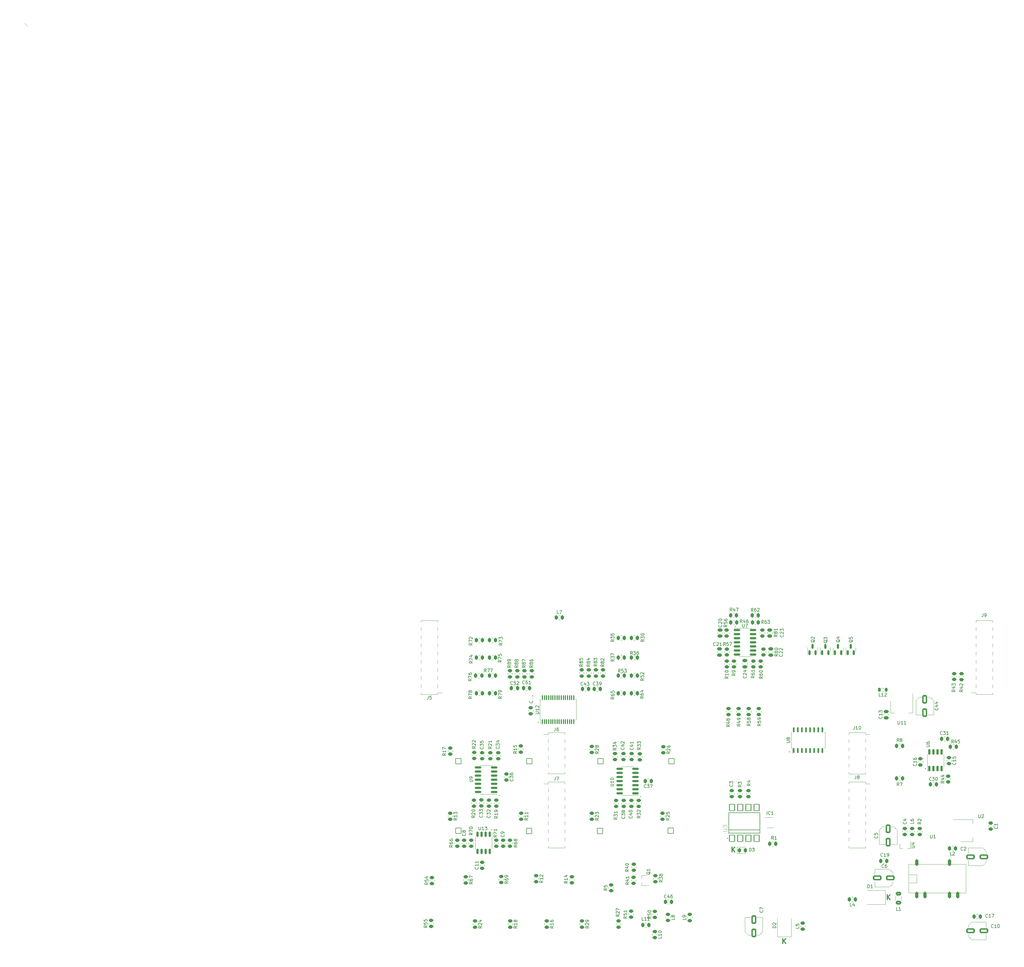
<source format=gto>
G04 #@! TF.GenerationSoftware,KiCad,Pcbnew,(6.0.10)*
G04 #@! TF.CreationDate,2023-01-30T20:43:58+00:00*
G04 #@! TF.ProjectId,fjol-daisy,666a6f6c-2d64-4616-9973-792e6b696361,rev?*
G04 #@! TF.SameCoordinates,Original*
G04 #@! TF.FileFunction,Legend,Top*
G04 #@! TF.FilePolarity,Positive*
%FSLAX46Y46*%
G04 Gerber Fmt 4.6, Leading zero omitted, Abs format (unit mm)*
G04 Created by KiCad (PCBNEW (6.0.10)) date 2023-01-30 20:43:58*
%MOMM*%
%LPD*%
G01*
G04 APERTURE LIST*
G04 Aperture macros list*
%AMRoundRect*
0 Rectangle with rounded corners*
0 $1 Rounding radius*
0 $2 $3 $4 $5 $6 $7 $8 $9 X,Y pos of 4 corners*
0 Add a 4 corners polygon primitive as box body*
4,1,4,$2,$3,$4,$5,$6,$7,$8,$9,$2,$3,0*
0 Add four circle primitives for the rounded corners*
1,1,$1+$1,$2,$3*
1,1,$1+$1,$4,$5*
1,1,$1+$1,$6,$7*
1,1,$1+$1,$8,$9*
0 Add four rect primitives between the rounded corners*
20,1,$1+$1,$2,$3,$4,$5,0*
20,1,$1+$1,$4,$5,$6,$7,0*
20,1,$1+$1,$6,$7,$8,$9,0*
20,1,$1+$1,$8,$9,$2,$3,0*%
G04 Aperture macros list end*
%ADD10C,0.120000*%
%ADD11C,0.200000*%
%ADD12C,0.300000*%
%ADD13C,0.150000*%
%ADD14C,0.120650*%
%ADD15C,0.152400*%
%ADD16RoundRect,0.250000X0.625000X-0.375000X0.625000X0.375000X-0.625000X0.375000X-0.625000X-0.375000X0*%
%ADD17RoundRect,0.243750X0.243750X0.456250X-0.243750X0.456250X-0.243750X-0.456250X0.243750X-0.456250X0*%
%ADD18RoundRect,0.150000X0.150000X-0.725000X0.150000X0.725000X-0.150000X0.725000X-0.150000X-0.725000X0*%
%ADD19RoundRect,0.137500X0.137500X-0.662500X0.137500X0.662500X-0.137500X0.662500X-0.137500X-0.662500X0*%
%ADD20RoundRect,0.150000X0.825000X0.150000X-0.825000X0.150000X-0.825000X-0.150000X0.825000X-0.150000X0*%
%ADD21RoundRect,0.243750X-0.456250X0.243750X-0.456250X-0.243750X0.456250X-0.243750X0.456250X0.243750X0*%
%ADD22RoundRect,0.250000X1.137500X0.550000X-1.137500X0.550000X-1.137500X-0.550000X1.137500X-0.550000X0*%
%ADD23RoundRect,0.243750X0.456250X-0.243750X0.456250X0.243750X-0.456250X0.243750X-0.456250X-0.243750X0*%
%ADD24RoundRect,0.250000X0.550000X-1.137500X0.550000X1.137500X-0.550000X1.137500X-0.550000X-1.137500X0*%
%ADD25RoundRect,0.243750X-0.243750X-0.456250X0.243750X-0.456250X0.243750X0.456250X-0.243750X0.456250X0*%
%ADD26RoundRect,0.250000X-0.550000X1.137500X-0.550000X-1.137500X0.550000X-1.137500X0.550000X1.137500X0*%
%ADD27R,2.500000X2.300000*%
%ADD28R,2.300000X2.500000*%
%ADD29R,1.560000X0.650000*%
%ADD30R,3.150000X1.000000*%
%ADD31R,3.000000X1.000000*%
%ADD32R,0.900000X0.800000*%
%ADD33R,1.500000X2.000000*%
%ADD34R,3.800000X2.000000*%
%ADD35R,2.000000X1.500000*%
%ADD36R,2.000000X3.800000*%
%ADD37RoundRect,0.101600X-0.800000X-1.000000X0.800000X-1.000000X0.800000X1.000000X-0.800000X1.000000X0*%
%ADD38RoundRect,0.101600X0.800000X1.000000X-0.800000X1.000000X-0.800000X-1.000000X0.800000X-1.000000X0*%
%ADD39R,0.800000X0.900000*%
%ADD40RoundRect,0.250000X-1.137500X-0.550000X1.137500X-0.550000X1.137500X0.550000X-1.137500X0.550000X0*%
%ADD41RoundRect,0.100000X0.100000X-0.637500X0.100000X0.637500X-0.100000X0.637500X-0.100000X-0.637500X0*%
%ADD42RoundRect,0.150000X-0.150000X0.662500X-0.150000X-0.662500X0.150000X-0.662500X0.150000X0.662500X0*%
%ADD43R,3.200000X2.514000*%
%ADD44RoundRect,0.250000X0.450000X-0.262500X0.450000X0.262500X-0.450000X0.262500X-0.450000X-0.262500X0*%
%ADD45RoundRect,0.150000X0.150000X-0.587500X0.150000X0.587500X-0.150000X0.587500X-0.150000X-0.587500X0*%
%ADD46RoundRect,0.250000X-0.450000X0.262500X-0.450000X-0.262500X0.450000X-0.262500X0.450000X0.262500X0*%
%ADD47RoundRect,0.250000X-0.262500X-0.450000X0.262500X-0.450000X0.262500X0.450000X-0.262500X0.450000X0*%
%ADD48RoundRect,0.250000X0.475000X-0.250000X0.475000X0.250000X-0.475000X0.250000X-0.475000X-0.250000X0*%
%ADD49RoundRect,0.250000X0.250000X-0.800000X0.250000X0.800000X-0.250000X0.800000X-0.250000X-0.800000X0*%
%ADD50RoundRect,0.218750X0.218750X0.381250X-0.218750X0.381250X-0.218750X-0.381250X0.218750X-0.381250X0*%
%ADD51RoundRect,0.250000X-0.475000X0.250000X-0.475000X-0.250000X0.475000X-0.250000X0.475000X0.250000X0*%
%ADD52RoundRect,0.150000X-0.825000X-0.150000X0.825000X-0.150000X0.825000X0.150000X-0.825000X0.150000X0*%
%ADD53RoundRect,0.250000X0.262500X0.450000X-0.262500X0.450000X-0.262500X-0.450000X0.262500X-0.450000X0*%
%ADD54C,1.853200*%
%ADD55RoundRect,0.101600X-0.825000X0.825000X-0.825000X-0.825000X0.825000X-0.825000X0.825000X0.825000X0*%
%ADD56C,2.997200*%
%ADD57R,1.700000X1.700000*%
%ADD58C,1.700000*%
%ADD59C,1.422400*%
%ADD60R,2.000000X2.000000*%
%ADD61C,2.000000*%
%ADD62R,2.000000X3.200000*%
%ADD63R,1.800000X1.800000*%
%ADD64C,1.800000*%
%ADD65R,1.600000X1.500000*%
%ADD66C,1.600000*%
%ADD67C,3.000000*%
G04 APERTURE END LIST*
D10*
X-27787600Y127050800D02*
X-26822400Y126085600D01*
D11*
X192825000Y-60350000D02*
G75*
G03*
X192825000Y-60350000I-100000J0D01*
G01*
X119625438Y-112772180D02*
G75*
G03*
X119625438Y-112772180I-100000J0D01*
G01*
X163440438Y-113153180D02*
G75*
G03*
X163440438Y-113153180I-100000J0D01*
G01*
X209625000Y-99250000D02*
G75*
G03*
X209625000Y-99250000I-100000J0D01*
G01*
X190473000Y-126111000D02*
G75*
G03*
X190473000Y-126111000I-100000J0D01*
G01*
X117275000Y-123425000D02*
G75*
G03*
X117275000Y-123425000I-100000J0D01*
G01*
X251864800Y-104444800D02*
G75*
G03*
X251864800Y-104444800I-100000J0D01*
G01*
X131944438Y-87372180D02*
G75*
G03*
X131944438Y-87372180I-100000J0D01*
G01*
X131725000Y-90075000D02*
G75*
G03*
X131725000Y-90075000I-100000J0D01*
G01*
D12*
X191732742Y-130345571D02*
X191732742Y-128845571D01*
X192589885Y-130345571D02*
X191947028Y-129488428D01*
X192589885Y-128845571D02*
X191732742Y-129702714D01*
X239916542Y-145153771D02*
X239916542Y-143653771D01*
X240773685Y-145153771D02*
X240130828Y-144296628D01*
X240773685Y-143653771D02*
X239916542Y-144510914D01*
X207531542Y-158768171D02*
X207531542Y-157268171D01*
X208388685Y-158768171D02*
X207745828Y-157911028D01*
X208388685Y-157268171D02*
X207531542Y-158125314D01*
D13*
X243266933Y-148505980D02*
X242790742Y-148505980D01*
X242790742Y-147505980D01*
X244124076Y-148505980D02*
X243552647Y-148505980D01*
X243838361Y-148505980D02*
X243838361Y-147505980D01*
X243743123Y-147648838D01*
X243647885Y-147744076D01*
X243552647Y-147791695D01*
X259957033Y-131337580D02*
X259480842Y-131337580D01*
X259480842Y-130337580D01*
X260242747Y-130432819D02*
X260290366Y-130385200D01*
X260385604Y-130337580D01*
X260623700Y-130337580D01*
X260718938Y-130385200D01*
X260766557Y-130432819D01*
X260814176Y-130528057D01*
X260814176Y-130623295D01*
X260766557Y-130766152D01*
X260195128Y-131337580D01*
X260814176Y-131337580D01*
X252055380Y-97662904D02*
X252864904Y-97662904D01*
X252960142Y-97615285D01*
X253007761Y-97567666D01*
X253055380Y-97472428D01*
X253055380Y-97281952D01*
X253007761Y-97186714D01*
X252960142Y-97139095D01*
X252864904Y-97091476D01*
X252055380Y-97091476D01*
X252055380Y-96186714D02*
X252055380Y-96377190D01*
X252103000Y-96472428D01*
X252150619Y-96520047D01*
X252293476Y-96615285D01*
X252483952Y-96662904D01*
X252864904Y-96662904D01*
X252960142Y-96615285D01*
X253007761Y-96567666D01*
X253055380Y-96472428D01*
X253055380Y-96281952D01*
X253007761Y-96186714D01*
X252960142Y-96139095D01*
X252864904Y-96091476D01*
X252626809Y-96091476D01*
X252531571Y-96139095D01*
X252483952Y-96186714D01*
X252436333Y-96281952D01*
X252436333Y-96472428D01*
X252483952Y-96567666D01*
X252531571Y-96615285D01*
X252626809Y-96662904D01*
X208702380Y-96386904D02*
X209511904Y-96386904D01*
X209607142Y-96339285D01*
X209654761Y-96291666D01*
X209702380Y-96196428D01*
X209702380Y-96005952D01*
X209654761Y-95910714D01*
X209607142Y-95863095D01*
X209511904Y-95815476D01*
X208702380Y-95815476D01*
X209130952Y-95196428D02*
X209083333Y-95291666D01*
X209035714Y-95339285D01*
X208940476Y-95386904D01*
X208892857Y-95386904D01*
X208797619Y-95339285D01*
X208750000Y-95291666D01*
X208702380Y-95196428D01*
X208702380Y-95005952D01*
X208750000Y-94910714D01*
X208797619Y-94863095D01*
X208892857Y-94815476D01*
X208940476Y-94815476D01*
X209035714Y-94863095D01*
X209083333Y-94910714D01*
X209130952Y-95005952D01*
X209130952Y-95196428D01*
X209178571Y-95291666D01*
X209226190Y-95339285D01*
X209321428Y-95386904D01*
X209511904Y-95386904D01*
X209607142Y-95339285D01*
X209654761Y-95291666D01*
X209702380Y-95196428D01*
X209702380Y-95005952D01*
X209654761Y-94910714D01*
X209607142Y-94863095D01*
X209511904Y-94815476D01*
X209321428Y-94815476D01*
X209226190Y-94863095D01*
X209178571Y-94910714D01*
X209130952Y-95005952D01*
X154015818Y-109884275D02*
X154825342Y-109884275D01*
X154920580Y-109836656D01*
X154968199Y-109789037D01*
X155015818Y-109693799D01*
X155015818Y-109503322D01*
X154968199Y-109408084D01*
X154920580Y-109360465D01*
X154825342Y-109312846D01*
X154015818Y-109312846D01*
X155015818Y-108312846D02*
X155015818Y-108884275D01*
X155015818Y-108598560D02*
X154015818Y-108598560D01*
X154158676Y-108693799D01*
X154253914Y-108789037D01*
X154301533Y-108884275D01*
X154015818Y-107693799D02*
X154015818Y-107598560D01*
X154063438Y-107503322D01*
X154111057Y-107455703D01*
X154206295Y-107408084D01*
X154396771Y-107360465D01*
X154634866Y-107360465D01*
X154825342Y-107408084D01*
X154920580Y-107455703D01*
X154968199Y-107503322D01*
X155015818Y-107598560D01*
X155015818Y-107693799D01*
X154968199Y-107789037D01*
X154920580Y-107836656D01*
X154825342Y-107884275D01*
X154634866Y-107931894D01*
X154396771Y-107931894D01*
X154206295Y-107884275D01*
X154111057Y-107836656D01*
X154063438Y-107789037D01*
X154015818Y-107693799D01*
X274041142Y-122493066D02*
X274088761Y-122540685D01*
X274136380Y-122683542D01*
X274136380Y-122778780D01*
X274088761Y-122921638D01*
X273993523Y-123016876D01*
X273898285Y-123064495D01*
X273707809Y-123112114D01*
X273564952Y-123112114D01*
X273374476Y-123064495D01*
X273279238Y-123016876D01*
X273184000Y-122921638D01*
X273136380Y-122778780D01*
X273136380Y-122683542D01*
X273184000Y-122540685D01*
X273231619Y-122493066D01*
X274136380Y-121540685D02*
X274136380Y-122112114D01*
X274136380Y-121826400D02*
X273136380Y-121826400D01*
X273279238Y-121921638D01*
X273374476Y-122016876D01*
X273422095Y-122112114D01*
X263363433Y-129757442D02*
X263315814Y-129805061D01*
X263172957Y-129852680D01*
X263077719Y-129852680D01*
X262934861Y-129805061D01*
X262839623Y-129709823D01*
X262792004Y-129614585D01*
X262744385Y-129424109D01*
X262744385Y-129281252D01*
X262792004Y-129090776D01*
X262839623Y-128995538D01*
X262934861Y-128900300D01*
X263077719Y-128852680D01*
X263172957Y-128852680D01*
X263315814Y-128900300D01*
X263363433Y-128947919D01*
X263744385Y-128947919D02*
X263792004Y-128900300D01*
X263887242Y-128852680D01*
X264125338Y-128852680D01*
X264220576Y-128900300D01*
X264268195Y-128947919D01*
X264315814Y-129043157D01*
X264315814Y-129138395D01*
X264268195Y-129281252D01*
X263696766Y-129852680D01*
X264315814Y-129852680D01*
X245768042Y-121033366D02*
X245815661Y-121080985D01*
X245863280Y-121223842D01*
X245863280Y-121319080D01*
X245815661Y-121461938D01*
X245720423Y-121557176D01*
X245625185Y-121604795D01*
X245434709Y-121652414D01*
X245291852Y-121652414D01*
X245101376Y-121604795D01*
X245006138Y-121557176D01*
X244910900Y-121461938D01*
X244863280Y-121319080D01*
X244863280Y-121223842D01*
X244910900Y-121080985D01*
X244958519Y-121033366D01*
X245196614Y-120176223D02*
X245863280Y-120176223D01*
X244815661Y-120414319D02*
X245529947Y-120652414D01*
X245529947Y-120033366D01*
X238858333Y-135132142D02*
X238810714Y-135179761D01*
X238667857Y-135227380D01*
X238572619Y-135227380D01*
X238429761Y-135179761D01*
X238334523Y-135084523D01*
X238286904Y-134989285D01*
X238239285Y-134798809D01*
X238239285Y-134655952D01*
X238286904Y-134465476D01*
X238334523Y-134370238D01*
X238429761Y-134275000D01*
X238572619Y-134227380D01*
X238667857Y-134227380D01*
X238810714Y-134275000D01*
X238858333Y-134322619D01*
X239715476Y-134227380D02*
X239525000Y-134227380D01*
X239429761Y-134275000D01*
X239382142Y-134322619D01*
X239286904Y-134465476D01*
X239239285Y-134655952D01*
X239239285Y-135036904D01*
X239286904Y-135132142D01*
X239334523Y-135179761D01*
X239429761Y-135227380D01*
X239620238Y-135227380D01*
X239715476Y-135179761D01*
X239763095Y-135132142D01*
X239810714Y-135036904D01*
X239810714Y-134798809D01*
X239763095Y-134703571D01*
X239715476Y-134655952D01*
X239620238Y-134608333D01*
X239429761Y-134608333D01*
X239334523Y-134655952D01*
X239286904Y-134703571D01*
X239239285Y-134798809D01*
X201257442Y-148494466D02*
X201305061Y-148542085D01*
X201352680Y-148684942D01*
X201352680Y-148780180D01*
X201305061Y-148923038D01*
X201209823Y-149018276D01*
X201114585Y-149065895D01*
X200924109Y-149113514D01*
X200781252Y-149113514D01*
X200590776Y-149065895D01*
X200495538Y-149018276D01*
X200400300Y-148923038D01*
X200352680Y-148780180D01*
X200352680Y-148684942D01*
X200400300Y-148542085D01*
X200447919Y-148494466D01*
X200352680Y-148161133D02*
X200352680Y-147494466D01*
X201352680Y-147923038D01*
X108960580Y-124622846D02*
X109008199Y-124670465D01*
X109055818Y-124813322D01*
X109055818Y-124908560D01*
X109008199Y-125051418D01*
X108912961Y-125146656D01*
X108817723Y-125194275D01*
X108627247Y-125241894D01*
X108484390Y-125241894D01*
X108293914Y-125194275D01*
X108198676Y-125146656D01*
X108103438Y-125051418D01*
X108055818Y-124908560D01*
X108055818Y-124813322D01*
X108103438Y-124670465D01*
X108151057Y-124622846D01*
X108484390Y-124051418D02*
X108436771Y-124146656D01*
X108389152Y-124194275D01*
X108293914Y-124241894D01*
X108246295Y-124241894D01*
X108151057Y-124194275D01*
X108103438Y-124146656D01*
X108055818Y-124051418D01*
X108055818Y-123860941D01*
X108103438Y-123765703D01*
X108151057Y-123718084D01*
X108246295Y-123670465D01*
X108293914Y-123670465D01*
X108389152Y-123718084D01*
X108436771Y-123765703D01*
X108484390Y-123860941D01*
X108484390Y-124051418D01*
X108532009Y-124146656D01*
X108579628Y-124194275D01*
X108674866Y-124241894D01*
X108865342Y-124241894D01*
X108960580Y-124194275D01*
X109008199Y-124146656D01*
X109055818Y-124051418D01*
X109055818Y-123860941D01*
X109008199Y-123765703D01*
X108960580Y-123718084D01*
X108865342Y-123670465D01*
X108674866Y-123670465D01*
X108579628Y-123718084D01*
X108532009Y-123765703D01*
X108484390Y-123860941D01*
X120933080Y-125025346D02*
X120980699Y-125072965D01*
X121028318Y-125215822D01*
X121028318Y-125311060D01*
X120980699Y-125453918D01*
X120885461Y-125549156D01*
X120790223Y-125596775D01*
X120599747Y-125644394D01*
X120456890Y-125644394D01*
X120266414Y-125596775D01*
X120171176Y-125549156D01*
X120075938Y-125453918D01*
X120028318Y-125311060D01*
X120028318Y-125215822D01*
X120075938Y-125072965D01*
X120123557Y-125025346D01*
X121028318Y-124549156D02*
X121028318Y-124358680D01*
X120980699Y-124263441D01*
X120933080Y-124215822D01*
X120790223Y-124120584D01*
X120599747Y-124072965D01*
X120218795Y-124072965D01*
X120123557Y-124120584D01*
X120075938Y-124168203D01*
X120028318Y-124263441D01*
X120028318Y-124453918D01*
X120075938Y-124549156D01*
X120123557Y-124596775D01*
X120218795Y-124644394D01*
X120456890Y-124644394D01*
X120552128Y-124596775D01*
X120599747Y-124549156D01*
X120647366Y-124453918D01*
X120647366Y-124263441D01*
X120599747Y-124168203D01*
X120552128Y-124120584D01*
X120456890Y-124072965D01*
X261087142Y-102623857D02*
X261134761Y-102671476D01*
X261182380Y-102814333D01*
X261182380Y-102909571D01*
X261134761Y-103052428D01*
X261039523Y-103147666D01*
X260944285Y-103195285D01*
X260753809Y-103242904D01*
X260610952Y-103242904D01*
X260420476Y-103195285D01*
X260325238Y-103147666D01*
X260230000Y-103052428D01*
X260182380Y-102909571D01*
X260182380Y-102814333D01*
X260230000Y-102671476D01*
X260277619Y-102623857D01*
X261182380Y-101671476D02*
X261182380Y-102242904D01*
X261182380Y-101957190D02*
X260182380Y-101957190D01*
X260325238Y-102052428D01*
X260420476Y-102147666D01*
X260468095Y-102242904D01*
X260182380Y-100766714D02*
X260182380Y-101242904D01*
X260658571Y-101290523D01*
X260610952Y-101242904D01*
X260563333Y-101147666D01*
X260563333Y-100909571D01*
X260610952Y-100814333D01*
X260658571Y-100766714D01*
X260753809Y-100719095D01*
X260991904Y-100719095D01*
X261087142Y-100766714D01*
X261134761Y-100814333D01*
X261182380Y-100909571D01*
X261182380Y-101147666D01*
X261134761Y-101242904D01*
X261087142Y-101290523D01*
X248896142Y-103004857D02*
X248943761Y-103052476D01*
X248991380Y-103195333D01*
X248991380Y-103290571D01*
X248943761Y-103433428D01*
X248848523Y-103528666D01*
X248753285Y-103576285D01*
X248562809Y-103623904D01*
X248419952Y-103623904D01*
X248229476Y-103576285D01*
X248134238Y-103528666D01*
X248039000Y-103433428D01*
X247991380Y-103290571D01*
X247991380Y-103195333D01*
X248039000Y-103052476D01*
X248086619Y-103004857D01*
X248991380Y-102052476D02*
X248991380Y-102623904D01*
X248991380Y-102338190D02*
X247991380Y-102338190D01*
X248134238Y-102433428D01*
X248229476Y-102528666D01*
X248277095Y-102623904D01*
X247991380Y-101195333D02*
X247991380Y-101385809D01*
X248039000Y-101481047D01*
X248086619Y-101528666D01*
X248229476Y-101623904D01*
X248419952Y-101671523D01*
X248800904Y-101671523D01*
X248896142Y-101623904D01*
X248943761Y-101576285D01*
X248991380Y-101481047D01*
X248991380Y-101290571D01*
X248943761Y-101195333D01*
X248896142Y-101147714D01*
X248800904Y-101100095D01*
X248562809Y-101100095D01*
X248467571Y-101147714D01*
X248419952Y-101195333D01*
X248372333Y-101290571D01*
X248372333Y-101481047D01*
X248419952Y-101576285D01*
X248467571Y-101623904D01*
X248562809Y-101671523D01*
X238509642Y-131679142D02*
X238462023Y-131726761D01*
X238319166Y-131774380D01*
X238223928Y-131774380D01*
X238081071Y-131726761D01*
X237985833Y-131631523D01*
X237938214Y-131536285D01*
X237890595Y-131345809D01*
X237890595Y-131202952D01*
X237938214Y-131012476D01*
X237985833Y-130917238D01*
X238081071Y-130822000D01*
X238223928Y-130774380D01*
X238319166Y-130774380D01*
X238462023Y-130822000D01*
X238509642Y-130869619D01*
X239462023Y-131774380D02*
X238890595Y-131774380D01*
X239176309Y-131774380D02*
X239176309Y-130774380D01*
X239081071Y-130917238D01*
X238985833Y-131012476D01*
X238890595Y-131060095D01*
X239938214Y-131774380D02*
X240128690Y-131774380D01*
X240223928Y-131726761D01*
X240271547Y-131679142D01*
X240366785Y-131536285D01*
X240414404Y-131345809D01*
X240414404Y-130964857D01*
X240366785Y-130869619D01*
X240319166Y-130822000D01*
X240223928Y-130774380D01*
X240033452Y-130774380D01*
X239938214Y-130822000D01*
X239890595Y-130869619D01*
X239842976Y-130964857D01*
X239842976Y-131202952D01*
X239890595Y-131298190D01*
X239938214Y-131345809D01*
X240033452Y-131393428D01*
X240223928Y-131393428D01*
X240319166Y-131345809D01*
X240366785Y-131298190D01*
X240414404Y-131202952D01*
X253557142Y-108056542D02*
X253509523Y-108104161D01*
X253366666Y-108151780D01*
X253271428Y-108151780D01*
X253128571Y-108104161D01*
X253033333Y-108008923D01*
X252985714Y-107913685D01*
X252938095Y-107723209D01*
X252938095Y-107580352D01*
X252985714Y-107389876D01*
X253033333Y-107294638D01*
X253128571Y-107199400D01*
X253271428Y-107151780D01*
X253366666Y-107151780D01*
X253509523Y-107199400D01*
X253557142Y-107247019D01*
X253890476Y-107151780D02*
X254509523Y-107151780D01*
X254176190Y-107532733D01*
X254319047Y-107532733D01*
X254414285Y-107580352D01*
X254461904Y-107627971D01*
X254509523Y-107723209D01*
X254509523Y-107961304D01*
X254461904Y-108056542D01*
X254414285Y-108104161D01*
X254319047Y-108151780D01*
X254033333Y-108151780D01*
X253938095Y-108104161D01*
X253890476Y-108056542D01*
X255128571Y-107151780D02*
X255223809Y-107151780D01*
X255319047Y-107199400D01*
X255366666Y-107247019D01*
X255414285Y-107342257D01*
X255461904Y-107532733D01*
X255461904Y-107770828D01*
X255414285Y-107961304D01*
X255366666Y-108056542D01*
X255319047Y-108104161D01*
X255223809Y-108151780D01*
X255128571Y-108151780D01*
X255033333Y-108104161D01*
X254985714Y-108056542D01*
X254938095Y-107961304D01*
X254890476Y-107770828D01*
X254890476Y-107532733D01*
X254938095Y-107342257D01*
X254985714Y-107247019D01*
X255033333Y-107199400D01*
X255128571Y-107151780D01*
X116605980Y-119104636D02*
X116653599Y-119152255D01*
X116701218Y-119295112D01*
X116701218Y-119390350D01*
X116653599Y-119533207D01*
X116558361Y-119628445D01*
X116463123Y-119676064D01*
X116272647Y-119723683D01*
X116129790Y-119723683D01*
X115939314Y-119676064D01*
X115844076Y-119628445D01*
X115748838Y-119533207D01*
X115701218Y-119390350D01*
X115701218Y-119295112D01*
X115748838Y-119152255D01*
X115796457Y-119104636D01*
X115701218Y-118771302D02*
X115701218Y-118152255D01*
X116082171Y-118485588D01*
X116082171Y-118342731D01*
X116129790Y-118247493D01*
X116177409Y-118199874D01*
X116272647Y-118152255D01*
X116510742Y-118152255D01*
X116605980Y-118199874D01*
X116653599Y-118247493D01*
X116701218Y-118342731D01*
X116701218Y-118628445D01*
X116653599Y-118723683D01*
X116605980Y-118771302D01*
X115796457Y-117771302D02*
X115748838Y-117723683D01*
X115701218Y-117628445D01*
X115701218Y-117390350D01*
X115748838Y-117295112D01*
X115796457Y-117247493D01*
X115891695Y-117199874D01*
X115986933Y-117199874D01*
X116129790Y-117247493D01*
X116701218Y-117818921D01*
X116701218Y-117199874D01*
X114269180Y-119003037D02*
X114316799Y-119050656D01*
X114364418Y-119193513D01*
X114364418Y-119288751D01*
X114316799Y-119431608D01*
X114221561Y-119526846D01*
X114126323Y-119574465D01*
X113935847Y-119622084D01*
X113792990Y-119622084D01*
X113602514Y-119574465D01*
X113507276Y-119526846D01*
X113412038Y-119431608D01*
X113364418Y-119288751D01*
X113364418Y-119193513D01*
X113412038Y-119050656D01*
X113459657Y-119003037D01*
X113364418Y-118669703D02*
X113364418Y-118050656D01*
X113745371Y-118383989D01*
X113745371Y-118241132D01*
X113792990Y-118145894D01*
X113840609Y-118098275D01*
X113935847Y-118050656D01*
X114173942Y-118050656D01*
X114269180Y-118098275D01*
X114316799Y-118145894D01*
X114364418Y-118241132D01*
X114364418Y-118526846D01*
X114316799Y-118622084D01*
X114269180Y-118669703D01*
X113364418Y-117717322D02*
X113364418Y-117098275D01*
X113745371Y-117431608D01*
X113745371Y-117288751D01*
X113792990Y-117193513D01*
X113840609Y-117145894D01*
X113935847Y-117098275D01*
X114173942Y-117098275D01*
X114269180Y-117145894D01*
X114316799Y-117193513D01*
X114364418Y-117288751D01*
X114364418Y-117574465D01*
X114316799Y-117669703D01*
X114269180Y-117717322D01*
X158177314Y-97937970D02*
X158224933Y-97985589D01*
X158272552Y-98128446D01*
X158272552Y-98223684D01*
X158224933Y-98366541D01*
X158129695Y-98461779D01*
X158034457Y-98509398D01*
X157843981Y-98557017D01*
X157701124Y-98557017D01*
X157510648Y-98509398D01*
X157415410Y-98461779D01*
X157320172Y-98366541D01*
X157272552Y-98223684D01*
X157272552Y-98128446D01*
X157320172Y-97985589D01*
X157367791Y-97937970D01*
X157605886Y-97080827D02*
X158272552Y-97080827D01*
X157224933Y-97318922D02*
X157939219Y-97557017D01*
X157939219Y-96937970D01*
X157367791Y-96604636D02*
X157320172Y-96557017D01*
X157272552Y-96461779D01*
X157272552Y-96223684D01*
X157320172Y-96128446D01*
X157367791Y-96080827D01*
X157463029Y-96033208D01*
X157558267Y-96033208D01*
X157701124Y-96080827D01*
X158272552Y-96652255D01*
X158272552Y-96033208D01*
X114472380Y-97768637D02*
X114519999Y-97816256D01*
X114567618Y-97959113D01*
X114567618Y-98054351D01*
X114519999Y-98197208D01*
X114424761Y-98292446D01*
X114329523Y-98340065D01*
X114139047Y-98387684D01*
X113996190Y-98387684D01*
X113805714Y-98340065D01*
X113710476Y-98292446D01*
X113615238Y-98197208D01*
X113567618Y-98054351D01*
X113567618Y-97959113D01*
X113615238Y-97816256D01*
X113662857Y-97768637D01*
X113567618Y-97435303D02*
X113567618Y-96816256D01*
X113948571Y-97149589D01*
X113948571Y-97006732D01*
X113996190Y-96911494D01*
X114043809Y-96863875D01*
X114139047Y-96816256D01*
X114377142Y-96816256D01*
X114472380Y-96863875D01*
X114519999Y-96911494D01*
X114567618Y-97006732D01*
X114567618Y-97292446D01*
X114519999Y-97387684D01*
X114472380Y-97435303D01*
X113567618Y-95911494D02*
X113567618Y-96387684D01*
X114043809Y-96435303D01*
X113996190Y-96387684D01*
X113948571Y-96292446D01*
X113948571Y-96054351D01*
X113996190Y-95959113D01*
X114043809Y-95911494D01*
X114139047Y-95863875D01*
X114377142Y-95863875D01*
X114472380Y-95911494D01*
X114519999Y-95959113D01*
X114567618Y-96054351D01*
X114567618Y-96292446D01*
X114519999Y-96387684D01*
X114472380Y-96435303D01*
X123695580Y-107701537D02*
X123743199Y-107749156D01*
X123790818Y-107892013D01*
X123790818Y-107987251D01*
X123743199Y-108130108D01*
X123647961Y-108225346D01*
X123552723Y-108272965D01*
X123362247Y-108320584D01*
X123219390Y-108320584D01*
X123028914Y-108272965D01*
X122933676Y-108225346D01*
X122838438Y-108130108D01*
X122790818Y-107987251D01*
X122790818Y-107892013D01*
X122838438Y-107749156D01*
X122886057Y-107701537D01*
X122790818Y-107368203D02*
X122790818Y-106749156D01*
X123171771Y-107082489D01*
X123171771Y-106939632D01*
X123219390Y-106844394D01*
X123267009Y-106796775D01*
X123362247Y-106749156D01*
X123600342Y-106749156D01*
X123695580Y-106796775D01*
X123743199Y-106844394D01*
X123790818Y-106939632D01*
X123790818Y-107225346D01*
X123743199Y-107320584D01*
X123695580Y-107368203D01*
X122790818Y-105892013D02*
X122790818Y-106082489D01*
X122838438Y-106177727D01*
X122886057Y-106225346D01*
X123028914Y-106320584D01*
X123219390Y-106368203D01*
X123600342Y-106368203D01*
X123695580Y-106320584D01*
X123743199Y-106272965D01*
X123790818Y-106177727D01*
X123790818Y-105987251D01*
X123743199Y-105892013D01*
X123695580Y-105844394D01*
X123600342Y-105796775D01*
X123362247Y-105796775D01*
X123267009Y-105844394D01*
X123219390Y-105892013D01*
X123171771Y-105987251D01*
X123171771Y-106177727D01*
X123219390Y-106272965D01*
X123267009Y-106320584D01*
X123362247Y-106368203D01*
X165083080Y-110303322D02*
X165035461Y-110350941D01*
X164892604Y-110398560D01*
X164797366Y-110398560D01*
X164654509Y-110350941D01*
X164559271Y-110255703D01*
X164511652Y-110160465D01*
X164464033Y-109969989D01*
X164464033Y-109827132D01*
X164511652Y-109636656D01*
X164559271Y-109541418D01*
X164654509Y-109446180D01*
X164797366Y-109398560D01*
X164892604Y-109398560D01*
X165035461Y-109446180D01*
X165083080Y-109493799D01*
X165416414Y-109398560D02*
X166035461Y-109398560D01*
X165702128Y-109779513D01*
X165844985Y-109779513D01*
X165940223Y-109827132D01*
X165987842Y-109874751D01*
X166035461Y-109969989D01*
X166035461Y-110208084D01*
X165987842Y-110303322D01*
X165940223Y-110350941D01*
X165844985Y-110398560D01*
X165559271Y-110398560D01*
X165464033Y-110350941D01*
X165416414Y-110303322D01*
X166368795Y-109398560D02*
X167035461Y-109398560D01*
X166606890Y-110398560D01*
X158414380Y-119358637D02*
X158461999Y-119406256D01*
X158509618Y-119549113D01*
X158509618Y-119644351D01*
X158461999Y-119787208D01*
X158366761Y-119882446D01*
X158271523Y-119930065D01*
X158081047Y-119977684D01*
X157938190Y-119977684D01*
X157747714Y-119930065D01*
X157652476Y-119882446D01*
X157557238Y-119787208D01*
X157509618Y-119644351D01*
X157509618Y-119549113D01*
X157557238Y-119406256D01*
X157604857Y-119358637D01*
X157509618Y-119025303D02*
X157509618Y-118406256D01*
X157890571Y-118739589D01*
X157890571Y-118596732D01*
X157938190Y-118501494D01*
X157985809Y-118453875D01*
X158081047Y-118406256D01*
X158319142Y-118406256D01*
X158414380Y-118453875D01*
X158461999Y-118501494D01*
X158509618Y-118596732D01*
X158509618Y-118882446D01*
X158461999Y-118977684D01*
X158414380Y-119025303D01*
X157938190Y-117834827D02*
X157890571Y-117930065D01*
X157842952Y-117977684D01*
X157747714Y-118025303D01*
X157700095Y-118025303D01*
X157604857Y-117977684D01*
X157557238Y-117930065D01*
X157509618Y-117834827D01*
X157509618Y-117644351D01*
X157557238Y-117549113D01*
X157604857Y-117501494D01*
X157700095Y-117453875D01*
X157747714Y-117453875D01*
X157842952Y-117501494D01*
X157890571Y-117549113D01*
X157938190Y-117644351D01*
X157938190Y-117834827D01*
X157985809Y-117930065D01*
X158033428Y-117977684D01*
X158128666Y-118025303D01*
X158319142Y-118025303D01*
X158414380Y-117977684D01*
X158461999Y-117930065D01*
X158509618Y-117834827D01*
X158509618Y-117644351D01*
X158461999Y-117549113D01*
X158414380Y-117501494D01*
X158319142Y-117453875D01*
X158128666Y-117453875D01*
X158033428Y-117501494D01*
X157985809Y-117549113D01*
X157938190Y-117644351D01*
X160683447Y-119257035D02*
X160731066Y-119304654D01*
X160778685Y-119447511D01*
X160778685Y-119542749D01*
X160731066Y-119685606D01*
X160635828Y-119780844D01*
X160540590Y-119828463D01*
X160350114Y-119876082D01*
X160207257Y-119876082D01*
X160016781Y-119828463D01*
X159921543Y-119780844D01*
X159826305Y-119685606D01*
X159778685Y-119542749D01*
X159778685Y-119447511D01*
X159826305Y-119304654D01*
X159873924Y-119257035D01*
X160112019Y-118399892D02*
X160778685Y-118399892D01*
X159731066Y-118637987D02*
X160445352Y-118876082D01*
X160445352Y-118257035D01*
X159778685Y-117685606D02*
X159778685Y-117590368D01*
X159826305Y-117495130D01*
X159873924Y-117447511D01*
X159969162Y-117399892D01*
X160159638Y-117352273D01*
X160397733Y-117352273D01*
X160588209Y-117399892D01*
X160683447Y-117447511D01*
X160731066Y-117495130D01*
X160778685Y-117590368D01*
X160778685Y-117685606D01*
X160731066Y-117780844D01*
X160683447Y-117828463D01*
X160588209Y-117876082D01*
X160397733Y-117923701D01*
X160159638Y-117923701D01*
X159969162Y-117876082D01*
X159873924Y-117828463D01*
X159826305Y-117780844D01*
X159778685Y-117685606D01*
X160988247Y-98005703D02*
X161035866Y-98053322D01*
X161083485Y-98196179D01*
X161083485Y-98291417D01*
X161035866Y-98434274D01*
X160940628Y-98529512D01*
X160845390Y-98577131D01*
X160654914Y-98624750D01*
X160512057Y-98624750D01*
X160321581Y-98577131D01*
X160226343Y-98529512D01*
X160131105Y-98434274D01*
X160083485Y-98291417D01*
X160083485Y-98196179D01*
X160131105Y-98053322D01*
X160178724Y-98005703D01*
X160416819Y-97148560D02*
X161083485Y-97148560D01*
X160035866Y-97386655D02*
X160750152Y-97624750D01*
X160750152Y-97005703D01*
X161083485Y-96100941D02*
X161083485Y-96672369D01*
X161083485Y-96386655D02*
X160083485Y-96386655D01*
X160226343Y-96481893D01*
X160321581Y-96577131D01*
X160369200Y-96672369D01*
X119450780Y-97616237D02*
X119498399Y-97663856D01*
X119546018Y-97806713D01*
X119546018Y-97901951D01*
X119498399Y-98044808D01*
X119403161Y-98140046D01*
X119307923Y-98187665D01*
X119117447Y-98235284D01*
X118974590Y-98235284D01*
X118784114Y-98187665D01*
X118688876Y-98140046D01*
X118593638Y-98044808D01*
X118546018Y-97901951D01*
X118546018Y-97806713D01*
X118593638Y-97663856D01*
X118641257Y-97616237D01*
X118546018Y-97282903D02*
X118546018Y-96663856D01*
X118926971Y-96997189D01*
X118926971Y-96854332D01*
X118974590Y-96759094D01*
X119022209Y-96711475D01*
X119117447Y-96663856D01*
X119355542Y-96663856D01*
X119450780Y-96711475D01*
X119498399Y-96759094D01*
X119546018Y-96854332D01*
X119546018Y-97140046D01*
X119498399Y-97235284D01*
X119450780Y-97282903D01*
X118879352Y-95806713D02*
X119546018Y-95806713D01*
X118498399Y-96044808D02*
X119212685Y-96282903D01*
X119212685Y-95663856D01*
X171358980Y-144537422D02*
X171311361Y-144585041D01*
X171168504Y-144632660D01*
X171073266Y-144632660D01*
X170930409Y-144585041D01*
X170835171Y-144489803D01*
X170787552Y-144394565D01*
X170739933Y-144204089D01*
X170739933Y-144061232D01*
X170787552Y-143870756D01*
X170835171Y-143775518D01*
X170930409Y-143680280D01*
X171073266Y-143632660D01*
X171168504Y-143632660D01*
X171311361Y-143680280D01*
X171358980Y-143727899D01*
X172216123Y-143965994D02*
X172216123Y-144632660D01*
X171978028Y-143585041D02*
X171739933Y-144299327D01*
X172358980Y-144299327D01*
X173168504Y-143632660D02*
X172978028Y-143632660D01*
X172882790Y-143680280D01*
X172835171Y-143727899D01*
X172739933Y-143870756D01*
X172692314Y-144061232D01*
X172692314Y-144442184D01*
X172739933Y-144537422D01*
X172787552Y-144585041D01*
X172882790Y-144632660D01*
X173073266Y-144632660D01*
X173168504Y-144585041D01*
X173216123Y-144537422D01*
X173263742Y-144442184D01*
X173263742Y-144204089D01*
X173216123Y-144108851D01*
X173168504Y-144061232D01*
X173073266Y-144013613D01*
X172882790Y-144013613D01*
X172787552Y-144061232D01*
X172739933Y-144108851D01*
X172692314Y-144204089D01*
X255607142Y-85642857D02*
X255654761Y-85690476D01*
X255702380Y-85833333D01*
X255702380Y-85928571D01*
X255654761Y-86071428D01*
X255559523Y-86166666D01*
X255464285Y-86214285D01*
X255273809Y-86261904D01*
X255130952Y-86261904D01*
X254940476Y-86214285D01*
X254845238Y-86166666D01*
X254750000Y-86071428D01*
X254702380Y-85928571D01*
X254702380Y-85833333D01*
X254750000Y-85690476D01*
X254797619Y-85642857D01*
X255035714Y-84785714D02*
X255702380Y-84785714D01*
X254654761Y-85023809D02*
X255369047Y-85261904D01*
X255369047Y-84642857D01*
X255035714Y-83833333D02*
X255702380Y-83833333D01*
X254654761Y-84071428D02*
X255369047Y-84309523D01*
X255369047Y-83690476D01*
X129808242Y-83457257D02*
X129855861Y-83504876D01*
X129903480Y-83647733D01*
X129903480Y-83742971D01*
X129855861Y-83885828D01*
X129760623Y-83981066D01*
X129665385Y-84028685D01*
X129474909Y-84076304D01*
X129332052Y-84076304D01*
X129141576Y-84028685D01*
X129046338Y-83981066D01*
X128951100Y-83885828D01*
X128903480Y-83742971D01*
X128903480Y-83647733D01*
X128951100Y-83504876D01*
X128998719Y-83457257D01*
X129236814Y-82600114D02*
X129903480Y-82600114D01*
X128855861Y-82838209D02*
X129570147Y-83076304D01*
X129570147Y-82457257D01*
X128903480Y-81600114D02*
X128903480Y-82076304D01*
X129379671Y-82123923D01*
X129332052Y-82076304D01*
X129284433Y-81981066D01*
X129284433Y-81742971D01*
X129332052Y-81647733D01*
X129379671Y-81600114D01*
X129474909Y-81552495D01*
X129713004Y-81552495D01*
X129808242Y-81600114D01*
X129855861Y-81647733D01*
X129903480Y-81742971D01*
X129903480Y-81981066D01*
X129855861Y-82076304D01*
X129808242Y-82123923D01*
X197127904Y-130119380D02*
X197127904Y-129119380D01*
X197366000Y-129119380D01*
X197508857Y-129167000D01*
X197604095Y-129262238D01*
X197651714Y-129357476D01*
X197699333Y-129547952D01*
X197699333Y-129690809D01*
X197651714Y-129881285D01*
X197604095Y-129976523D01*
X197508857Y-130071761D01*
X197366000Y-130119380D01*
X197127904Y-130119380D01*
X198032666Y-129119380D02*
X198651714Y-129119380D01*
X198318380Y-129500333D01*
X198461238Y-129500333D01*
X198556476Y-129547952D01*
X198604095Y-129595571D01*
X198651714Y-129690809D01*
X198651714Y-129928904D01*
X198604095Y-130024142D01*
X198556476Y-130071761D01*
X198461238Y-130119380D01*
X198175523Y-130119380D01*
X198080285Y-130071761D01*
X198032666Y-130024142D01*
X233821404Y-141486480D02*
X233821404Y-140486480D01*
X234059500Y-140486480D01*
X234202357Y-140534100D01*
X234297595Y-140629338D01*
X234345214Y-140724576D01*
X234392833Y-140915052D01*
X234392833Y-141057909D01*
X234345214Y-141248385D01*
X234297595Y-141343623D01*
X234202357Y-141438861D01*
X234059500Y-141486480D01*
X233821404Y-141486480D01*
X235345214Y-141486480D02*
X234773785Y-141486480D01*
X235059500Y-141486480D02*
X235059500Y-140486480D01*
X234964261Y-140629338D01*
X234869023Y-140724576D01*
X234773785Y-140772195D01*
X205389480Y-153865695D02*
X204389480Y-153865695D01*
X204389480Y-153627600D01*
X204437100Y-153484742D01*
X204532338Y-153389504D01*
X204627576Y-153341885D01*
X204818052Y-153294266D01*
X204960909Y-153294266D01*
X205151385Y-153341885D01*
X205246623Y-153389504D01*
X205341861Y-153484742D01*
X205389480Y-153627600D01*
X205389480Y-153865695D01*
X204484719Y-152913314D02*
X204437100Y-152865695D01*
X204389480Y-152770457D01*
X204389480Y-152532361D01*
X204437100Y-152437123D01*
X204484719Y-152389504D01*
X204579957Y-152341885D01*
X204675195Y-152341885D01*
X204818052Y-152389504D01*
X205389480Y-152960933D01*
X205389480Y-152341885D01*
X202548809Y-118752380D02*
X202548809Y-117752380D01*
X203596428Y-118657142D02*
X203548809Y-118704761D01*
X203405952Y-118752380D01*
X203310714Y-118752380D01*
X203167857Y-118704761D01*
X203072619Y-118609523D01*
X203025000Y-118514285D01*
X202977380Y-118323809D01*
X202977380Y-118180952D01*
X203025000Y-117990476D01*
X203072619Y-117895238D01*
X203167857Y-117800000D01*
X203310714Y-117752380D01*
X203405952Y-117752380D01*
X203548809Y-117800000D01*
X203596428Y-117847619D01*
X204548809Y-118752380D02*
X203977380Y-118752380D01*
X204263095Y-118752380D02*
X204263095Y-117752380D01*
X204167857Y-117895238D01*
X204072619Y-117990476D01*
X203977380Y-118038095D01*
X136922255Y-91713560D02*
X136922255Y-92427846D01*
X136874636Y-92570703D01*
X136779398Y-92665941D01*
X136636541Y-92713560D01*
X136541303Y-92713560D01*
X137827017Y-91713560D02*
X137636541Y-91713560D01*
X137541303Y-91761180D01*
X137493684Y-91808799D01*
X137398446Y-91951656D01*
X137350827Y-92142132D01*
X137350827Y-92523084D01*
X137398446Y-92618322D01*
X137446065Y-92665941D01*
X137541303Y-92713560D01*
X137731779Y-92713560D01*
X137827017Y-92665941D01*
X137874636Y-92618322D01*
X137922255Y-92523084D01*
X137922255Y-92284989D01*
X137874636Y-92189751D01*
X137827017Y-92142132D01*
X137731779Y-92094513D01*
X137541303Y-92094513D01*
X137446065Y-92142132D01*
X137398446Y-92189751D01*
X137350827Y-92284989D01*
X229748576Y-91277380D02*
X229748576Y-91991666D01*
X229700957Y-92134523D01*
X229605719Y-92229761D01*
X229462861Y-92277380D01*
X229367623Y-92277380D01*
X230748576Y-92277380D02*
X230177147Y-92277380D01*
X230462861Y-92277380D02*
X230462861Y-91277380D01*
X230367623Y-91420238D01*
X230272385Y-91515476D01*
X230177147Y-91563095D01*
X231367623Y-91277380D02*
X231462861Y-91277380D01*
X231558100Y-91325000D01*
X231605719Y-91372619D01*
X231653338Y-91467857D01*
X231700957Y-91658333D01*
X231700957Y-91896428D01*
X231653338Y-92086904D01*
X231605719Y-92182142D01*
X231558100Y-92229761D01*
X231462861Y-92277380D01*
X231367623Y-92277380D01*
X231272385Y-92229761D01*
X231224766Y-92182142D01*
X231177147Y-92086904D01*
X231129528Y-91896428D01*
X231129528Y-91658333D01*
X231177147Y-91467857D01*
X231224766Y-91372619D01*
X231272385Y-91325000D01*
X231367623Y-91277380D01*
X228908333Y-147152380D02*
X228432142Y-147152380D01*
X228432142Y-146152380D01*
X229670238Y-146485714D02*
X229670238Y-147152380D01*
X229432142Y-146104761D02*
X229194047Y-146819047D01*
X229813095Y-146819047D01*
X212517980Y-153542266D02*
X212517980Y-154018457D01*
X211517980Y-154018457D01*
X211517980Y-152732742D02*
X211517980Y-153208933D01*
X211994171Y-153256552D01*
X211946552Y-153208933D01*
X211898933Y-153113695D01*
X211898933Y-152875600D01*
X211946552Y-152780361D01*
X211994171Y-152732742D01*
X212089409Y-152685123D01*
X212327504Y-152685123D01*
X212422742Y-152732742D01*
X212470361Y-152780361D01*
X212517980Y-152875600D01*
X212517980Y-153113695D01*
X212470361Y-153208933D01*
X212422742Y-153256552D01*
X137971771Y-56348560D02*
X137495580Y-56348560D01*
X137495580Y-55348560D01*
X138209866Y-55348560D02*
X138876533Y-55348560D01*
X138447961Y-56348560D01*
X173913718Y-150837946D02*
X173913718Y-151314137D01*
X172913718Y-151314137D01*
X173342290Y-150361756D02*
X173294671Y-150456994D01*
X173247052Y-150504613D01*
X173151814Y-150552232D01*
X173104195Y-150552232D01*
X173008957Y-150504613D01*
X172961338Y-150456994D01*
X172913718Y-150361756D01*
X172913718Y-150171280D01*
X172961338Y-150076041D01*
X173008957Y-150028422D01*
X173104195Y-149980803D01*
X173151814Y-149980803D01*
X173247052Y-150028422D01*
X173294671Y-150076041D01*
X173342290Y-150171280D01*
X173342290Y-150361756D01*
X173389909Y-150456994D01*
X173437528Y-150504613D01*
X173532766Y-150552232D01*
X173723242Y-150552232D01*
X173818480Y-150504613D01*
X173866099Y-150456994D01*
X173913718Y-150361756D01*
X173913718Y-150171280D01*
X173866099Y-150076041D01*
X173818480Y-150028422D01*
X173723242Y-149980803D01*
X173532766Y-149980803D01*
X173437528Y-150028422D01*
X173389909Y-150076041D01*
X173342290Y-150171280D01*
X177408218Y-150871446D02*
X177408218Y-151347637D01*
X176408218Y-151347637D01*
X177408218Y-150490494D02*
X177408218Y-150300018D01*
X177360599Y-150204780D01*
X177312980Y-150157160D01*
X177170123Y-150061922D01*
X176979647Y-150014303D01*
X176598695Y-150014303D01*
X176503457Y-150061922D01*
X176455838Y-150109541D01*
X176408218Y-150204780D01*
X176408218Y-150395256D01*
X176455838Y-150490494D01*
X176503457Y-150538113D01*
X176598695Y-150585732D01*
X176836790Y-150585732D01*
X176932028Y-150538113D01*
X176979647Y-150490494D01*
X177027266Y-150395256D01*
X177027266Y-150204780D01*
X176979647Y-150109541D01*
X176932028Y-150061922D01*
X176836790Y-150014303D01*
X169862418Y-156618137D02*
X169862418Y-157094327D01*
X168862418Y-157094327D01*
X169862418Y-155760994D02*
X169862418Y-156332422D01*
X169862418Y-156046708D02*
X168862418Y-156046708D01*
X169005276Y-156141946D01*
X169100514Y-156237184D01*
X169148133Y-156332422D01*
X168862418Y-155141946D02*
X168862418Y-155046708D01*
X168910038Y-154951470D01*
X168957657Y-154903851D01*
X169052895Y-154856232D01*
X169243371Y-154808613D01*
X169481466Y-154808613D01*
X169671942Y-154856232D01*
X169767180Y-154903851D01*
X169814799Y-154951470D01*
X169862418Y-155046708D01*
X169862418Y-155141946D01*
X169814799Y-155237184D01*
X169767180Y-155284803D01*
X169671942Y-155332422D01*
X169481466Y-155380041D01*
X169243371Y-155380041D01*
X169052895Y-155332422D01*
X168957657Y-155284803D01*
X168910038Y-155237184D01*
X168862418Y-155141946D01*
X164296942Y-151551980D02*
X163820752Y-151551980D01*
X163820752Y-150551980D01*
X165154085Y-151551980D02*
X164582657Y-151551980D01*
X164868371Y-151551980D02*
X164868371Y-150551980D01*
X164773133Y-150694838D01*
X164677895Y-150790076D01*
X164582657Y-150837695D01*
X166106466Y-151551980D02*
X165535038Y-151551980D01*
X165820752Y-151551980D02*
X165820752Y-150551980D01*
X165725514Y-150694838D01*
X165630276Y-150790076D01*
X165535038Y-150837695D01*
X166377257Y-136540218D02*
X166329638Y-136635456D01*
X166234399Y-136730694D01*
X166091542Y-136873551D01*
X166043923Y-136968789D01*
X166043923Y-137064027D01*
X166282018Y-137016408D02*
X166234399Y-137111646D01*
X166139161Y-137206884D01*
X165948685Y-137254503D01*
X165615352Y-137254503D01*
X165424876Y-137206884D01*
X165329638Y-137111646D01*
X165282018Y-137016408D01*
X165282018Y-136825932D01*
X165329638Y-136730694D01*
X165424876Y-136635456D01*
X165615352Y-136587837D01*
X165948685Y-136587837D01*
X166139161Y-136635456D01*
X166234399Y-136730694D01*
X166282018Y-136825932D01*
X166282018Y-137016408D01*
X166282018Y-135635456D02*
X166282018Y-136206884D01*
X166282018Y-135921170D02*
X165282018Y-135921170D01*
X165424876Y-136016408D01*
X165520114Y-136111646D01*
X165567733Y-136206884D01*
X204608133Y-126436380D02*
X204274800Y-125960190D01*
X204036704Y-126436380D02*
X204036704Y-125436380D01*
X204417657Y-125436380D01*
X204512895Y-125484000D01*
X204560514Y-125531619D01*
X204608133Y-125626857D01*
X204608133Y-125769714D01*
X204560514Y-125864952D01*
X204512895Y-125912571D01*
X204417657Y-125960190D01*
X204036704Y-125960190D01*
X205560514Y-126436380D02*
X204989085Y-126436380D01*
X205274800Y-126436380D02*
X205274800Y-125436380D01*
X205179561Y-125579238D01*
X205084323Y-125674476D01*
X204989085Y-125722095D01*
X194660780Y-109539066D02*
X194184590Y-109872400D01*
X194660780Y-110110495D02*
X193660780Y-110110495D01*
X193660780Y-109729542D01*
X193708400Y-109634304D01*
X193756019Y-109586685D01*
X193851257Y-109539066D01*
X193994114Y-109539066D01*
X194089352Y-109586685D01*
X194136971Y-109634304D01*
X194184590Y-109729542D01*
X194184590Y-110110495D01*
X193660780Y-109205733D02*
X193660780Y-108586685D01*
X194041733Y-108920019D01*
X194041733Y-108777161D01*
X194089352Y-108681923D01*
X194136971Y-108634304D01*
X194232209Y-108586685D01*
X194470304Y-108586685D01*
X194565542Y-108634304D01*
X194613161Y-108681923D01*
X194660780Y-108777161D01*
X194660780Y-109062876D01*
X194613161Y-109158114D01*
X194565542Y-109205733D01*
X197454780Y-109132666D02*
X196978590Y-109466000D01*
X197454780Y-109704095D02*
X196454780Y-109704095D01*
X196454780Y-109323142D01*
X196502400Y-109227904D01*
X196550019Y-109180285D01*
X196645257Y-109132666D01*
X196788114Y-109132666D01*
X196883352Y-109180285D01*
X196930971Y-109227904D01*
X196978590Y-109323142D01*
X196978590Y-109704095D01*
X196788114Y-108275523D02*
X197454780Y-108275523D01*
X196407161Y-108513619D02*
X197121447Y-108751714D01*
X197121447Y-108132666D01*
X250439180Y-121070666D02*
X249962990Y-121404000D01*
X250439180Y-121642095D02*
X249439180Y-121642095D01*
X249439180Y-121261142D01*
X249486800Y-121165904D01*
X249534419Y-121118285D01*
X249629657Y-121070666D01*
X249772514Y-121070666D01*
X249867752Y-121118285D01*
X249915371Y-121165904D01*
X249962990Y-121261142D01*
X249962990Y-121642095D01*
X249534419Y-120689714D02*
X249486800Y-120642095D01*
X249439180Y-120546857D01*
X249439180Y-120308761D01*
X249486800Y-120213523D01*
X249534419Y-120165904D01*
X249629657Y-120118285D01*
X249724895Y-120118285D01*
X249867752Y-120165904D01*
X250439180Y-120737333D01*
X250439180Y-120118285D01*
X243546333Y-96083380D02*
X243213000Y-95607190D01*
X242974904Y-96083380D02*
X242974904Y-95083380D01*
X243355857Y-95083380D01*
X243451095Y-95131000D01*
X243498714Y-95178619D01*
X243546333Y-95273857D01*
X243546333Y-95416714D01*
X243498714Y-95511952D01*
X243451095Y-95559571D01*
X243355857Y-95607190D01*
X242974904Y-95607190D01*
X244117761Y-95511952D02*
X244022523Y-95464333D01*
X243974904Y-95416714D01*
X243927285Y-95321476D01*
X243927285Y-95273857D01*
X243974904Y-95178619D01*
X244022523Y-95131000D01*
X244117761Y-95083380D01*
X244308238Y-95083380D01*
X244403476Y-95131000D01*
X244451095Y-95178619D01*
X244498714Y-95273857D01*
X244498714Y-95321476D01*
X244451095Y-95416714D01*
X244403476Y-95464333D01*
X244308238Y-95511952D01*
X244117761Y-95511952D01*
X244022523Y-95559571D01*
X243974904Y-95607190D01*
X243927285Y-95702428D01*
X243927285Y-95892904D01*
X243974904Y-95988142D01*
X244022523Y-96035761D01*
X244117761Y-96083380D01*
X244308238Y-96083380D01*
X244403476Y-96035761D01*
X244451095Y-95988142D01*
X244498714Y-95892904D01*
X244498714Y-95702428D01*
X244451095Y-95607190D01*
X244403476Y-95559571D01*
X244308238Y-95511952D01*
X128375752Y-119866637D02*
X127899562Y-120199970D01*
X128375752Y-120438065D02*
X127375752Y-120438065D01*
X127375752Y-120057113D01*
X127423372Y-119961875D01*
X127470991Y-119914256D01*
X127566229Y-119866637D01*
X127709086Y-119866637D01*
X127804324Y-119914256D01*
X127851943Y-119961875D01*
X127899562Y-120057113D01*
X127899562Y-120438065D01*
X128375752Y-118914256D02*
X128375752Y-119485684D01*
X128375752Y-119199970D02*
X127375752Y-119199970D01*
X127518610Y-119295208D01*
X127613848Y-119390446D01*
X127661467Y-119485684D01*
X128375752Y-117961875D02*
X128375752Y-118533303D01*
X128375752Y-118247589D02*
X127375752Y-118247589D01*
X127518610Y-118342827D01*
X127613848Y-118438065D01*
X127661467Y-118533303D01*
X133090818Y-139289037D02*
X132614628Y-139622370D01*
X133090818Y-139860465D02*
X132090818Y-139860465D01*
X132090818Y-139479513D01*
X132138438Y-139384275D01*
X132186057Y-139336656D01*
X132281295Y-139289037D01*
X132424152Y-139289037D01*
X132519390Y-139336656D01*
X132567009Y-139384275D01*
X132614628Y-139479513D01*
X132614628Y-139860465D01*
X133090818Y-138336656D02*
X133090818Y-138908084D01*
X133090818Y-138622370D02*
X132090818Y-138622370D01*
X132233676Y-138717608D01*
X132328914Y-138812846D01*
X132376533Y-138908084D01*
X132186057Y-137955703D02*
X132138438Y-137908084D01*
X132090818Y-137812846D01*
X132090818Y-137574751D01*
X132138438Y-137479513D01*
X132186057Y-137431894D01*
X132281295Y-137384275D01*
X132376533Y-137384275D01*
X132519390Y-137431894D01*
X133090818Y-138003322D01*
X133090818Y-137384275D01*
X106413218Y-119866637D02*
X105937028Y-120199970D01*
X106413218Y-120438065D02*
X105413218Y-120438065D01*
X105413218Y-120057113D01*
X105460838Y-119961875D01*
X105508457Y-119914256D01*
X105603695Y-119866637D01*
X105746552Y-119866637D01*
X105841790Y-119914256D01*
X105889409Y-119961875D01*
X105937028Y-120057113D01*
X105937028Y-120438065D01*
X106413218Y-118914256D02*
X106413218Y-119485684D01*
X106413218Y-119199970D02*
X105413218Y-119199970D01*
X105556076Y-119295208D01*
X105651314Y-119390446D01*
X105698933Y-119485684D01*
X105413218Y-118580922D02*
X105413218Y-117961875D01*
X105794171Y-118295208D01*
X105794171Y-118152351D01*
X105841790Y-118057113D01*
X105889409Y-118009494D01*
X105984647Y-117961875D01*
X106222742Y-117961875D01*
X106317980Y-118009494D01*
X106365599Y-118057113D01*
X106413218Y-118152351D01*
X106413218Y-118438065D01*
X106365599Y-118533303D01*
X106317980Y-118580922D01*
X140678818Y-139450037D02*
X140202628Y-139783370D01*
X140678818Y-140021465D02*
X139678818Y-140021465D01*
X139678818Y-139640513D01*
X139726438Y-139545275D01*
X139774057Y-139497656D01*
X139869295Y-139450037D01*
X140012152Y-139450037D01*
X140107390Y-139497656D01*
X140155009Y-139545275D01*
X140202628Y-139640513D01*
X140202628Y-140021465D01*
X140678818Y-138497656D02*
X140678818Y-139069084D01*
X140678818Y-138783370D02*
X139678818Y-138783370D01*
X139821676Y-138878608D01*
X139916914Y-138973846D01*
X139964533Y-139069084D01*
X140012152Y-137640513D02*
X140678818Y-137640513D01*
X139631199Y-137878608D02*
X140345485Y-138116703D01*
X140345485Y-137497656D01*
X150340818Y-99176537D02*
X149864628Y-99509870D01*
X150340818Y-99747965D02*
X149340818Y-99747965D01*
X149340818Y-99367013D01*
X149388438Y-99271775D01*
X149436057Y-99224156D01*
X149531295Y-99176537D01*
X149674152Y-99176537D01*
X149769390Y-99224156D01*
X149817009Y-99271775D01*
X149864628Y-99367013D01*
X149864628Y-99747965D01*
X149436057Y-98795584D02*
X149388438Y-98747965D01*
X149340818Y-98652727D01*
X149340818Y-98414632D01*
X149388438Y-98319394D01*
X149436057Y-98271775D01*
X149531295Y-98224156D01*
X149626533Y-98224156D01*
X149769390Y-98271775D01*
X150340818Y-98843203D01*
X150340818Y-98224156D01*
X149769390Y-97652727D02*
X149721771Y-97747965D01*
X149674152Y-97795584D01*
X149578914Y-97843203D01*
X149531295Y-97843203D01*
X149436057Y-97795584D01*
X149388438Y-97747965D01*
X149340818Y-97652727D01*
X149340818Y-97462251D01*
X149388438Y-97367013D01*
X149436057Y-97319394D01*
X149531295Y-97271775D01*
X149578914Y-97271775D01*
X149674152Y-97319394D01*
X149721771Y-97367013D01*
X149769390Y-97462251D01*
X149769390Y-97652727D01*
X149817009Y-97747965D01*
X149864628Y-97795584D01*
X149959866Y-97843203D01*
X150150342Y-97843203D01*
X150245580Y-97795584D01*
X150293199Y-97747965D01*
X150340818Y-97652727D01*
X150340818Y-97462251D01*
X150293199Y-97367013D01*
X150245580Y-97319394D01*
X150150342Y-97271775D01*
X149959866Y-97271775D01*
X149864628Y-97319394D01*
X149817009Y-97367013D01*
X149769390Y-97462251D01*
X147307218Y-153379637D02*
X146831028Y-153712970D01*
X147307218Y-153951065D02*
X146307218Y-153951065D01*
X146307218Y-153570113D01*
X146354838Y-153474875D01*
X146402457Y-153427256D01*
X146497695Y-153379637D01*
X146640552Y-153379637D01*
X146735790Y-153427256D01*
X146783409Y-153474875D01*
X146831028Y-153570113D01*
X146831028Y-153951065D01*
X146402457Y-152998684D02*
X146354838Y-152951065D01*
X146307218Y-152855827D01*
X146307218Y-152617732D01*
X146354838Y-152522494D01*
X146402457Y-152474875D01*
X146497695Y-152427256D01*
X146592933Y-152427256D01*
X146735790Y-152474875D01*
X147307218Y-153046303D01*
X147307218Y-152427256D01*
X147307218Y-151951065D02*
X147307218Y-151760589D01*
X147259599Y-151665351D01*
X147211980Y-151617732D01*
X147069123Y-151522494D01*
X146878647Y-151474875D01*
X146497695Y-151474875D01*
X146402457Y-151522494D01*
X146354838Y-151570113D01*
X146307218Y-151665351D01*
X146307218Y-151855827D01*
X146354838Y-151951065D01*
X146402457Y-151998684D01*
X146497695Y-152046303D01*
X146735790Y-152046303D01*
X146831028Y-151998684D01*
X146878647Y-151951065D01*
X146926266Y-151855827D01*
X146926266Y-151665351D01*
X146878647Y-151570113D01*
X146831028Y-151522494D01*
X146735790Y-151474875D01*
X102921718Y-99768537D02*
X102445528Y-100101870D01*
X102921718Y-100339965D02*
X101921718Y-100339965D01*
X101921718Y-99959013D01*
X101969338Y-99863775D01*
X102016957Y-99816156D01*
X102112195Y-99768537D01*
X102255052Y-99768537D01*
X102350290Y-99816156D01*
X102397909Y-99863775D01*
X102445528Y-99959013D01*
X102445528Y-100339965D01*
X102921718Y-98816156D02*
X102921718Y-99387584D01*
X102921718Y-99101870D02*
X101921718Y-99101870D01*
X102064576Y-99197108D01*
X102159814Y-99292346D01*
X102207433Y-99387584D01*
X101921718Y-98482822D02*
X101921718Y-97816156D01*
X102921718Y-98244727D01*
X125018718Y-153379637D02*
X124542528Y-153712970D01*
X125018718Y-153951065D02*
X124018718Y-153951065D01*
X124018718Y-153570113D01*
X124066338Y-153474875D01*
X124113957Y-153427256D01*
X124209195Y-153379637D01*
X124352052Y-153379637D01*
X124447290Y-153427256D01*
X124494909Y-153474875D01*
X124542528Y-153570113D01*
X124542528Y-153951065D01*
X125018718Y-152427256D02*
X125018718Y-152998684D01*
X125018718Y-152712970D02*
X124018718Y-152712970D01*
X124161576Y-152808208D01*
X124256814Y-152903446D01*
X124304433Y-152998684D01*
X124447290Y-151855827D02*
X124399671Y-151951065D01*
X124352052Y-151998684D01*
X124256814Y-152046303D01*
X124209195Y-152046303D01*
X124113957Y-151998684D01*
X124066338Y-151951065D01*
X124018718Y-151855827D01*
X124018718Y-151665351D01*
X124066338Y-151570113D01*
X124113957Y-151522494D01*
X124209195Y-151474875D01*
X124256814Y-151474875D01*
X124352052Y-151522494D01*
X124399671Y-151570113D01*
X124447290Y-151665351D01*
X124447290Y-151855827D01*
X124494909Y-151951065D01*
X124542528Y-151998684D01*
X124637766Y-152046303D01*
X124828242Y-152046303D01*
X124923480Y-151998684D01*
X124971099Y-151951065D01*
X125018718Y-151855827D01*
X125018718Y-151665351D01*
X124971099Y-151570113D01*
X124923480Y-151522494D01*
X124828242Y-151474875D01*
X124637766Y-151474875D01*
X124542528Y-151522494D01*
X124494909Y-151570113D01*
X124447290Y-151665351D01*
X119038018Y-119240103D02*
X118561828Y-119573436D01*
X119038018Y-119811531D02*
X118038018Y-119811531D01*
X118038018Y-119430579D01*
X118085638Y-119335341D01*
X118133257Y-119287722D01*
X118228495Y-119240103D01*
X118371352Y-119240103D01*
X118466590Y-119287722D01*
X118514209Y-119335341D01*
X118561828Y-119430579D01*
X118561828Y-119811531D01*
X119038018Y-118287722D02*
X119038018Y-118859150D01*
X119038018Y-118573436D02*
X118038018Y-118573436D01*
X118180876Y-118668674D01*
X118276114Y-118763912D01*
X118323733Y-118859150D01*
X119038018Y-117811531D02*
X119038018Y-117621055D01*
X118990399Y-117525817D01*
X118942780Y-117478198D01*
X118799923Y-117382960D01*
X118609447Y-117335341D01*
X118228495Y-117335341D01*
X118133257Y-117382960D01*
X118085638Y-117430579D01*
X118038018Y-117525817D01*
X118038018Y-117716293D01*
X118085638Y-117811531D01*
X118133257Y-117859150D01*
X118228495Y-117906769D01*
X118466590Y-117906769D01*
X118561828Y-117859150D01*
X118609447Y-117811531D01*
X118657066Y-117716293D01*
X118657066Y-117525817D01*
X118609447Y-117430579D01*
X118561828Y-117382960D01*
X118466590Y-117335341D01*
X111976818Y-119093870D02*
X111500628Y-119427203D01*
X111976818Y-119665298D02*
X110976818Y-119665298D01*
X110976818Y-119284346D01*
X111024438Y-119189108D01*
X111072057Y-119141489D01*
X111167295Y-119093870D01*
X111310152Y-119093870D01*
X111405390Y-119141489D01*
X111453009Y-119189108D01*
X111500628Y-119284346D01*
X111500628Y-119665298D01*
X111072057Y-118712917D02*
X111024438Y-118665298D01*
X110976818Y-118570060D01*
X110976818Y-118331965D01*
X111024438Y-118236727D01*
X111072057Y-118189108D01*
X111167295Y-118141489D01*
X111262533Y-118141489D01*
X111405390Y-118189108D01*
X111976818Y-118760536D01*
X111976818Y-118141489D01*
X110976818Y-117522441D02*
X110976818Y-117427203D01*
X111024438Y-117331965D01*
X111072057Y-117284346D01*
X111167295Y-117236727D01*
X111357771Y-117189108D01*
X111595866Y-117189108D01*
X111786342Y-117236727D01*
X111881580Y-117284346D01*
X111929199Y-117331965D01*
X111976818Y-117427203D01*
X111976818Y-117522441D01*
X111929199Y-117617679D01*
X111881580Y-117665298D01*
X111786342Y-117712917D01*
X111595866Y-117760536D01*
X111357771Y-117760536D01*
X111167295Y-117712917D01*
X111072057Y-117665298D01*
X111024438Y-117617679D01*
X110976818Y-117522441D01*
X155817218Y-98073437D02*
X155341028Y-98406770D01*
X155817218Y-98644865D02*
X154817218Y-98644865D01*
X154817218Y-98263913D01*
X154864838Y-98168675D01*
X154912457Y-98121056D01*
X155007695Y-98073437D01*
X155150552Y-98073437D01*
X155245790Y-98121056D01*
X155293409Y-98168675D01*
X155341028Y-98263913D01*
X155341028Y-98644865D01*
X154817218Y-97740103D02*
X154817218Y-97121056D01*
X155198171Y-97454389D01*
X155198171Y-97311532D01*
X155245790Y-97216294D01*
X155293409Y-97168675D01*
X155388647Y-97121056D01*
X155626742Y-97121056D01*
X155721980Y-97168675D01*
X155769599Y-97216294D01*
X155817218Y-97311532D01*
X155817218Y-97597246D01*
X155769599Y-97692484D01*
X155721980Y-97740103D01*
X155150552Y-96263913D02*
X155817218Y-96263913D01*
X154769599Y-96502008D02*
X155483885Y-96740103D01*
X155483885Y-96121056D01*
X112129218Y-97565437D02*
X111653028Y-97898770D01*
X112129218Y-98136865D02*
X111129218Y-98136865D01*
X111129218Y-97755913D01*
X111176838Y-97660675D01*
X111224457Y-97613056D01*
X111319695Y-97565437D01*
X111462552Y-97565437D01*
X111557790Y-97613056D01*
X111605409Y-97660675D01*
X111653028Y-97755913D01*
X111653028Y-98136865D01*
X111224457Y-97184484D02*
X111176838Y-97136865D01*
X111129218Y-97041627D01*
X111129218Y-96803532D01*
X111176838Y-96708294D01*
X111224457Y-96660675D01*
X111319695Y-96613056D01*
X111414933Y-96613056D01*
X111557790Y-96660675D01*
X112129218Y-97232103D01*
X112129218Y-96613056D01*
X111224457Y-96232103D02*
X111176838Y-96184484D01*
X111129218Y-96089246D01*
X111129218Y-95851151D01*
X111176838Y-95755913D01*
X111224457Y-95708294D01*
X111319695Y-95660675D01*
X111414933Y-95660675D01*
X111557790Y-95708294D01*
X112129218Y-96279722D01*
X112129218Y-95660675D01*
X150338285Y-119866637D02*
X149862095Y-120199970D01*
X150338285Y-120438065D02*
X149338285Y-120438065D01*
X149338285Y-120057113D01*
X149385905Y-119961875D01*
X149433524Y-119914256D01*
X149528762Y-119866637D01*
X149671619Y-119866637D01*
X149766857Y-119914256D01*
X149814476Y-119961875D01*
X149862095Y-120057113D01*
X149862095Y-120438065D01*
X149433524Y-119485684D02*
X149385905Y-119438065D01*
X149338285Y-119342827D01*
X149338285Y-119104732D01*
X149385905Y-119009494D01*
X149433524Y-118961875D01*
X149528762Y-118914256D01*
X149624000Y-118914256D01*
X149766857Y-118961875D01*
X150338285Y-119533303D01*
X150338285Y-118914256D01*
X149338285Y-118580922D02*
X149338285Y-117961875D01*
X149719238Y-118295208D01*
X149719238Y-118152351D01*
X149766857Y-118057113D01*
X149814476Y-118009494D01*
X149909714Y-117961875D01*
X150147809Y-117961875D01*
X150243047Y-118009494D01*
X150290666Y-118057113D01*
X150338285Y-118152351D01*
X150338285Y-118438065D01*
X150290666Y-118533303D01*
X150243047Y-118580922D01*
X114096718Y-153379637D02*
X113620528Y-153712970D01*
X114096718Y-153951065D02*
X113096718Y-153951065D01*
X113096718Y-153570113D01*
X113144338Y-153474875D01*
X113191957Y-153427256D01*
X113287195Y-153379637D01*
X113430052Y-153379637D01*
X113525290Y-153427256D01*
X113572909Y-153474875D01*
X113620528Y-153570113D01*
X113620528Y-153951065D01*
X113191957Y-152998684D02*
X113144338Y-152951065D01*
X113096718Y-152855827D01*
X113096718Y-152617732D01*
X113144338Y-152522494D01*
X113191957Y-152474875D01*
X113287195Y-152427256D01*
X113382433Y-152427256D01*
X113525290Y-152474875D01*
X114096718Y-153046303D01*
X114096718Y-152427256D01*
X113430052Y-151570113D02*
X114096718Y-151570113D01*
X113049099Y-151808208D02*
X113763385Y-152046303D01*
X113763385Y-151427256D01*
X172300818Y-119866637D02*
X171824628Y-120199970D01*
X172300818Y-120438065D02*
X171300818Y-120438065D01*
X171300818Y-120057113D01*
X171348438Y-119961875D01*
X171396057Y-119914256D01*
X171491295Y-119866637D01*
X171634152Y-119866637D01*
X171729390Y-119914256D01*
X171777009Y-119961875D01*
X171824628Y-120057113D01*
X171824628Y-120438065D01*
X171396057Y-119485684D02*
X171348438Y-119438065D01*
X171300818Y-119342827D01*
X171300818Y-119104732D01*
X171348438Y-119009494D01*
X171396057Y-118961875D01*
X171491295Y-118914256D01*
X171586533Y-118914256D01*
X171729390Y-118961875D01*
X172300818Y-119533303D01*
X172300818Y-118914256D01*
X171300818Y-118009494D02*
X171300818Y-118485684D01*
X171777009Y-118533303D01*
X171729390Y-118485684D01*
X171681771Y-118390446D01*
X171681771Y-118152351D01*
X171729390Y-118057113D01*
X171777009Y-118009494D01*
X171872247Y-117961875D01*
X172110342Y-117961875D01*
X172205580Y-118009494D01*
X172253199Y-118057113D01*
X172300818Y-118152351D01*
X172300818Y-118390446D01*
X172253199Y-118485684D01*
X172205580Y-118533303D01*
X172515818Y-99201537D02*
X172039628Y-99534870D01*
X172515818Y-99772965D02*
X171515818Y-99772965D01*
X171515818Y-99392013D01*
X171563438Y-99296775D01*
X171611057Y-99249156D01*
X171706295Y-99201537D01*
X171849152Y-99201537D01*
X171944390Y-99249156D01*
X171992009Y-99296775D01*
X172039628Y-99392013D01*
X172039628Y-99772965D01*
X171611057Y-98820584D02*
X171563438Y-98772965D01*
X171515818Y-98677727D01*
X171515818Y-98439632D01*
X171563438Y-98344394D01*
X171611057Y-98296775D01*
X171706295Y-98249156D01*
X171801533Y-98249156D01*
X171944390Y-98296775D01*
X172515818Y-98868203D01*
X172515818Y-98249156D01*
X171515818Y-97392013D02*
X171515818Y-97582489D01*
X171563438Y-97677727D01*
X171611057Y-97725346D01*
X171753914Y-97820584D01*
X171944390Y-97868203D01*
X172325342Y-97868203D01*
X172420580Y-97820584D01*
X172468199Y-97772965D01*
X172515818Y-97677727D01*
X172515818Y-97487251D01*
X172468199Y-97392013D01*
X172420580Y-97344394D01*
X172325342Y-97296775D01*
X172087247Y-97296775D01*
X171992009Y-97344394D01*
X171944390Y-97392013D01*
X171896771Y-97487251D01*
X171896771Y-97677727D01*
X171944390Y-97772965D01*
X171992009Y-97820584D01*
X172087247Y-97868203D01*
X156782418Y-149787837D02*
X156306228Y-150121170D01*
X156782418Y-150359265D02*
X155782418Y-150359265D01*
X155782418Y-149978313D01*
X155830038Y-149883075D01*
X155877657Y-149835456D01*
X155972895Y-149787837D01*
X156115752Y-149787837D01*
X156210990Y-149835456D01*
X156258609Y-149883075D01*
X156306228Y-149978313D01*
X156306228Y-150359265D01*
X155877657Y-149406884D02*
X155830038Y-149359265D01*
X155782418Y-149264027D01*
X155782418Y-149025932D01*
X155830038Y-148930694D01*
X155877657Y-148883075D01*
X155972895Y-148835456D01*
X156068133Y-148835456D01*
X156210990Y-148883075D01*
X156782418Y-149454503D01*
X156782418Y-148835456D01*
X155782418Y-148502122D02*
X155782418Y-147835456D01*
X156782418Y-148264027D01*
X124926318Y-99105037D02*
X124450128Y-99438370D01*
X124926318Y-99676465D02*
X123926318Y-99676465D01*
X123926318Y-99295513D01*
X123973938Y-99200275D01*
X124021557Y-99152656D01*
X124116795Y-99105037D01*
X124259652Y-99105037D01*
X124354890Y-99152656D01*
X124402509Y-99200275D01*
X124450128Y-99295513D01*
X124450128Y-99676465D01*
X124926318Y-98152656D02*
X124926318Y-98724084D01*
X124926318Y-98438370D02*
X123926318Y-98438370D01*
X124069176Y-98533608D01*
X124164414Y-98628846D01*
X124212033Y-98724084D01*
X123926318Y-97247894D02*
X123926318Y-97724084D01*
X124402509Y-97771703D01*
X124354890Y-97724084D01*
X124307271Y-97628846D01*
X124307271Y-97390751D01*
X124354890Y-97295513D01*
X124402509Y-97247894D01*
X124497747Y-97200275D01*
X124735842Y-97200275D01*
X124831080Y-97247894D01*
X124878699Y-97295513D01*
X124926318Y-97390751D01*
X124926318Y-97628846D01*
X124878699Y-97724084D01*
X124831080Y-97771703D01*
X136321718Y-153379637D02*
X135845528Y-153712970D01*
X136321718Y-153951065D02*
X135321718Y-153951065D01*
X135321718Y-153570113D01*
X135369338Y-153474875D01*
X135416957Y-153427256D01*
X135512195Y-153379637D01*
X135655052Y-153379637D01*
X135750290Y-153427256D01*
X135797909Y-153474875D01*
X135845528Y-153570113D01*
X135845528Y-153951065D01*
X136321718Y-152427256D02*
X136321718Y-152998684D01*
X136321718Y-152712970D02*
X135321718Y-152712970D01*
X135464576Y-152808208D01*
X135559814Y-152903446D01*
X135607433Y-152998684D01*
X135321718Y-151570113D02*
X135321718Y-151760589D01*
X135369338Y-151855827D01*
X135416957Y-151903446D01*
X135559814Y-151998684D01*
X135750290Y-152046303D01*
X136131242Y-152046303D01*
X136226480Y-151998684D01*
X136274099Y-151951065D01*
X136321718Y-151855827D01*
X136321718Y-151665351D01*
X136274099Y-151570113D01*
X136226480Y-151522494D01*
X136131242Y-151474875D01*
X135893147Y-151474875D01*
X135797909Y-151522494D01*
X135750290Y-151570113D01*
X135702671Y-151665351D01*
X135702671Y-151855827D01*
X135750290Y-151951065D01*
X135797909Y-151998684D01*
X135893147Y-152046303D01*
X156122018Y-119612637D02*
X155645828Y-119945970D01*
X156122018Y-120184065D02*
X155122018Y-120184065D01*
X155122018Y-119803113D01*
X155169638Y-119707875D01*
X155217257Y-119660256D01*
X155312495Y-119612637D01*
X155455352Y-119612637D01*
X155550590Y-119660256D01*
X155598209Y-119707875D01*
X155645828Y-119803113D01*
X155645828Y-120184065D01*
X155122018Y-119279303D02*
X155122018Y-118660256D01*
X155502971Y-118993589D01*
X155502971Y-118850732D01*
X155550590Y-118755494D01*
X155598209Y-118707875D01*
X155693447Y-118660256D01*
X155931542Y-118660256D01*
X156026780Y-118707875D01*
X156074399Y-118755494D01*
X156122018Y-118850732D01*
X156122018Y-119136446D01*
X156074399Y-119231684D01*
X156026780Y-119279303D01*
X156122018Y-117707875D02*
X156122018Y-118279303D01*
X156122018Y-117993589D02*
X155122018Y-117993589D01*
X155264876Y-118088827D01*
X155360114Y-118184065D01*
X155407733Y-118279303D01*
X163284818Y-119192369D02*
X162808628Y-119525702D01*
X163284818Y-119763797D02*
X162284818Y-119763797D01*
X162284818Y-119382845D01*
X162332438Y-119287607D01*
X162380057Y-119239988D01*
X162475295Y-119192369D01*
X162618152Y-119192369D01*
X162713390Y-119239988D01*
X162761009Y-119287607D01*
X162808628Y-119382845D01*
X162808628Y-119763797D01*
X162284818Y-118859035D02*
X162284818Y-118239988D01*
X162665771Y-118573321D01*
X162665771Y-118430464D01*
X162713390Y-118335226D01*
X162761009Y-118287607D01*
X162856247Y-118239988D01*
X163094342Y-118239988D01*
X163189580Y-118287607D01*
X163237199Y-118335226D01*
X163284818Y-118430464D01*
X163284818Y-118716178D01*
X163237199Y-118811416D01*
X163189580Y-118859035D01*
X162380057Y-117859035D02*
X162332438Y-117811416D01*
X162284818Y-117716178D01*
X162284818Y-117478083D01*
X162332438Y-117382845D01*
X162380057Y-117335226D01*
X162475295Y-117287607D01*
X162570533Y-117287607D01*
X162713390Y-117335226D01*
X163284818Y-117906654D01*
X163284818Y-117287607D01*
X163386418Y-97921036D02*
X162910228Y-98254369D01*
X163386418Y-98492464D02*
X162386418Y-98492464D01*
X162386418Y-98111512D01*
X162434038Y-98016274D01*
X162481657Y-97968655D01*
X162576895Y-97921036D01*
X162719752Y-97921036D01*
X162814990Y-97968655D01*
X162862609Y-98016274D01*
X162910228Y-98111512D01*
X162910228Y-98492464D01*
X162386418Y-97587702D02*
X162386418Y-96968655D01*
X162767371Y-97301988D01*
X162767371Y-97159131D01*
X162814990Y-97063893D01*
X162862609Y-97016274D01*
X162957847Y-96968655D01*
X163195942Y-96968655D01*
X163291180Y-97016274D01*
X163338799Y-97063893D01*
X163386418Y-97159131D01*
X163386418Y-97444845D01*
X163338799Y-97540083D01*
X163291180Y-97587702D01*
X162386418Y-96635321D02*
X162386418Y-96016274D01*
X162767371Y-96349607D01*
X162767371Y-96206750D01*
X162814990Y-96111512D01*
X162862609Y-96063893D01*
X162957847Y-96016274D01*
X163195942Y-96016274D01*
X163291180Y-96063893D01*
X163338799Y-96111512D01*
X163386418Y-96206750D01*
X163386418Y-96492464D01*
X163338799Y-96587702D01*
X163291180Y-96635321D01*
X117158418Y-97667037D02*
X116682228Y-98000370D01*
X117158418Y-98238465D02*
X116158418Y-98238465D01*
X116158418Y-97857513D01*
X116206038Y-97762275D01*
X116253657Y-97714656D01*
X116348895Y-97667037D01*
X116491752Y-97667037D01*
X116586990Y-97714656D01*
X116634609Y-97762275D01*
X116682228Y-97857513D01*
X116682228Y-98238465D01*
X116253657Y-97286084D02*
X116206038Y-97238465D01*
X116158418Y-97143227D01*
X116158418Y-96905132D01*
X116206038Y-96809894D01*
X116253657Y-96762275D01*
X116348895Y-96714656D01*
X116444133Y-96714656D01*
X116586990Y-96762275D01*
X117158418Y-97333703D01*
X117158418Y-96714656D01*
X117158418Y-95762275D02*
X117158418Y-96333703D01*
X117158418Y-96047989D02*
X116158418Y-96047989D01*
X116301276Y-96143227D01*
X116396514Y-96238465D01*
X116444133Y-96333703D01*
X164478318Y-64389037D02*
X164002128Y-64722370D01*
X164478318Y-64960465D02*
X163478318Y-64960465D01*
X163478318Y-64579513D01*
X163525938Y-64484275D01*
X163573557Y-64436656D01*
X163668795Y-64389037D01*
X163811652Y-64389037D01*
X163906890Y-64436656D01*
X163954509Y-64484275D01*
X164002128Y-64579513D01*
X164002128Y-64960465D01*
X163478318Y-64055703D02*
X163478318Y-63436656D01*
X163859271Y-63769989D01*
X163859271Y-63627132D01*
X163906890Y-63531894D01*
X163954509Y-63484275D01*
X164049747Y-63436656D01*
X164287842Y-63436656D01*
X164383080Y-63484275D01*
X164430699Y-63531894D01*
X164478318Y-63627132D01*
X164478318Y-63912846D01*
X164430699Y-64008084D01*
X164383080Y-64055703D01*
X163478318Y-62817608D02*
X163478318Y-62722370D01*
X163525938Y-62627132D01*
X163573557Y-62579513D01*
X163668795Y-62531894D01*
X163859271Y-62484275D01*
X164097366Y-62484275D01*
X164287842Y-62531894D01*
X164383080Y-62579513D01*
X164430699Y-62627132D01*
X164478318Y-62722370D01*
X164478318Y-62817608D01*
X164430699Y-62912846D01*
X164383080Y-62960465D01*
X164287842Y-63008084D01*
X164097366Y-63055703D01*
X163859271Y-63055703D01*
X163668795Y-63008084D01*
X163573557Y-62960465D01*
X163525938Y-62912846D01*
X163478318Y-62817608D01*
X155153318Y-64414037D02*
X154677128Y-64747370D01*
X155153318Y-64985465D02*
X154153318Y-64985465D01*
X154153318Y-64604513D01*
X154200938Y-64509275D01*
X154248557Y-64461656D01*
X154343795Y-64414037D01*
X154486652Y-64414037D01*
X154581890Y-64461656D01*
X154629509Y-64509275D01*
X154677128Y-64604513D01*
X154677128Y-64985465D01*
X154153318Y-64080703D02*
X154153318Y-63461656D01*
X154534271Y-63794989D01*
X154534271Y-63652132D01*
X154581890Y-63556894D01*
X154629509Y-63509275D01*
X154724747Y-63461656D01*
X154962842Y-63461656D01*
X155058080Y-63509275D01*
X155105699Y-63556894D01*
X155153318Y-63652132D01*
X155153318Y-63937846D01*
X155105699Y-64033084D01*
X155058080Y-64080703D01*
X154153318Y-62556894D02*
X154153318Y-63033084D01*
X154629509Y-63080703D01*
X154581890Y-63033084D01*
X154534271Y-62937846D01*
X154534271Y-62699751D01*
X154581890Y-62604513D01*
X154629509Y-62556894D01*
X154724747Y-62509275D01*
X154962842Y-62509275D01*
X155058080Y-62556894D01*
X155105699Y-62604513D01*
X155153318Y-62699751D01*
X155153318Y-62937846D01*
X155105699Y-63033084D01*
X155058080Y-63080703D01*
X166613218Y-150395137D02*
X166137028Y-150728470D01*
X166613218Y-150966565D02*
X165613218Y-150966565D01*
X165613218Y-150585613D01*
X165660838Y-150490375D01*
X165708457Y-150442756D01*
X165803695Y-150395137D01*
X165946552Y-150395137D01*
X166041790Y-150442756D01*
X166089409Y-150490375D01*
X166137028Y-150585613D01*
X166137028Y-150966565D01*
X165613218Y-149490375D02*
X165613218Y-149966565D01*
X166089409Y-150014184D01*
X166041790Y-149966565D01*
X165994171Y-149871327D01*
X165994171Y-149633232D01*
X166041790Y-149537994D01*
X166089409Y-149490375D01*
X166184647Y-149442756D01*
X166422742Y-149442756D01*
X166517980Y-149490375D01*
X166565599Y-149537994D01*
X166613218Y-149633232D01*
X166613218Y-149871327D01*
X166565599Y-149966565D01*
X166517980Y-150014184D01*
X165613218Y-148823708D02*
X165613218Y-148728470D01*
X165660838Y-148633232D01*
X165708457Y-148585613D01*
X165803695Y-148537994D01*
X165994171Y-148490375D01*
X166232266Y-148490375D01*
X166422742Y-148537994D01*
X166517980Y-148585613D01*
X166565599Y-148633232D01*
X166613218Y-148728470D01*
X166613218Y-148823708D01*
X166565599Y-148918946D01*
X166517980Y-148966565D01*
X166422742Y-149014184D01*
X166232266Y-149061803D01*
X165994171Y-149061803D01*
X165803695Y-149014184D01*
X165708457Y-148966565D01*
X165660838Y-148918946D01*
X165613218Y-148823708D01*
X97440818Y-139851537D02*
X96964628Y-140184870D01*
X97440818Y-140422965D02*
X96440818Y-140422965D01*
X96440818Y-140042013D01*
X96488438Y-139946775D01*
X96536057Y-139899156D01*
X96631295Y-139851537D01*
X96774152Y-139851537D01*
X96869390Y-139899156D01*
X96917009Y-139946775D01*
X96964628Y-140042013D01*
X96964628Y-140422965D01*
X96440818Y-138946775D02*
X96440818Y-139422965D01*
X96917009Y-139470584D01*
X96869390Y-139422965D01*
X96821771Y-139327727D01*
X96821771Y-139089632D01*
X96869390Y-138994394D01*
X96917009Y-138946775D01*
X97012247Y-138899156D01*
X97250342Y-138899156D01*
X97345580Y-138946775D01*
X97393199Y-138994394D01*
X97440818Y-139089632D01*
X97440818Y-139327727D01*
X97393199Y-139422965D01*
X97345580Y-139470584D01*
X96774152Y-138042013D02*
X97440818Y-138042013D01*
X96393199Y-138280108D02*
X97107485Y-138518203D01*
X97107485Y-137899156D01*
X97140818Y-153201537D02*
X96664628Y-153534870D01*
X97140818Y-153772965D02*
X96140818Y-153772965D01*
X96140818Y-153392013D01*
X96188438Y-153296775D01*
X96236057Y-153249156D01*
X96331295Y-153201537D01*
X96474152Y-153201537D01*
X96569390Y-153249156D01*
X96617009Y-153296775D01*
X96664628Y-153392013D01*
X96664628Y-153772965D01*
X96140818Y-152296775D02*
X96140818Y-152772965D01*
X96617009Y-152820584D01*
X96569390Y-152772965D01*
X96521771Y-152677727D01*
X96521771Y-152439632D01*
X96569390Y-152344394D01*
X96617009Y-152296775D01*
X96712247Y-152249156D01*
X96950342Y-152249156D01*
X97045580Y-152296775D01*
X97093199Y-152344394D01*
X97140818Y-152439632D01*
X97140818Y-152677727D01*
X97093199Y-152772965D01*
X97045580Y-152820584D01*
X96140818Y-151344394D02*
X96140818Y-151820584D01*
X96617009Y-151868203D01*
X96569390Y-151820584D01*
X96521771Y-151725346D01*
X96521771Y-151487251D01*
X96569390Y-151392013D01*
X96617009Y-151344394D01*
X96712247Y-151296775D01*
X96950342Y-151296775D01*
X97045580Y-151344394D01*
X97093199Y-151392013D01*
X97140818Y-151487251D01*
X97140818Y-151725346D01*
X97093199Y-151820584D01*
X97045580Y-151868203D01*
X160856080Y-69041260D02*
X160522747Y-68565070D01*
X160284652Y-69041260D02*
X160284652Y-68041260D01*
X160665604Y-68041260D01*
X160760842Y-68088880D01*
X160808461Y-68136499D01*
X160856080Y-68231737D01*
X160856080Y-68374594D01*
X160808461Y-68469832D01*
X160760842Y-68517451D01*
X160665604Y-68565070D01*
X160284652Y-68565070D01*
X161189414Y-68041260D02*
X161808461Y-68041260D01*
X161475128Y-68422213D01*
X161617985Y-68422213D01*
X161713223Y-68469832D01*
X161760842Y-68517451D01*
X161808461Y-68612689D01*
X161808461Y-68850784D01*
X161760842Y-68946022D01*
X161713223Y-68993641D01*
X161617985Y-69041260D01*
X161332271Y-69041260D01*
X161237033Y-68993641D01*
X161189414Y-68946022D01*
X162665604Y-68041260D02*
X162475128Y-68041260D01*
X162379890Y-68088880D01*
X162332271Y-68136499D01*
X162237033Y-68279356D01*
X162189414Y-68469832D01*
X162189414Y-68850784D01*
X162237033Y-68946022D01*
X162284652Y-68993641D01*
X162379890Y-69041260D01*
X162570366Y-69041260D01*
X162665604Y-68993641D01*
X162713223Y-68946022D01*
X162760842Y-68850784D01*
X162760842Y-68612689D01*
X162713223Y-68517451D01*
X162665604Y-68469832D01*
X162570366Y-68422213D01*
X162379890Y-68422213D01*
X162284652Y-68469832D01*
X162237033Y-68517451D01*
X162189414Y-68612689D01*
X155190818Y-70539037D02*
X154714628Y-70872370D01*
X155190818Y-71110465D02*
X154190818Y-71110465D01*
X154190818Y-70729513D01*
X154238438Y-70634275D01*
X154286057Y-70586656D01*
X154381295Y-70539037D01*
X154524152Y-70539037D01*
X154619390Y-70586656D01*
X154667009Y-70634275D01*
X154714628Y-70729513D01*
X154714628Y-71110465D01*
X154190818Y-70205703D02*
X154190818Y-69586656D01*
X154571771Y-69919989D01*
X154571771Y-69777132D01*
X154619390Y-69681894D01*
X154667009Y-69634275D01*
X154762247Y-69586656D01*
X155000342Y-69586656D01*
X155095580Y-69634275D01*
X155143199Y-69681894D01*
X155190818Y-69777132D01*
X155190818Y-70062846D01*
X155143199Y-70158084D01*
X155095580Y-70205703D01*
X154190818Y-69253322D02*
X154190818Y-68586656D01*
X155190818Y-69015227D01*
X170168018Y-139101037D02*
X169691828Y-139434370D01*
X170168018Y-139672465D02*
X169168018Y-139672465D01*
X169168018Y-139291513D01*
X169215638Y-139196275D01*
X169263257Y-139148656D01*
X169358495Y-139101037D01*
X169501352Y-139101037D01*
X169596590Y-139148656D01*
X169644209Y-139196275D01*
X169691828Y-139291513D01*
X169691828Y-139672465D01*
X169168018Y-138767703D02*
X169168018Y-138148656D01*
X169548971Y-138481989D01*
X169548971Y-138339132D01*
X169596590Y-138243894D01*
X169644209Y-138196275D01*
X169739447Y-138148656D01*
X169977542Y-138148656D01*
X170072780Y-138196275D01*
X170120399Y-138243894D01*
X170168018Y-138339132D01*
X170168018Y-138624846D01*
X170120399Y-138720084D01*
X170072780Y-138767703D01*
X169596590Y-137577227D02*
X169548971Y-137672465D01*
X169501352Y-137720084D01*
X169406114Y-137767703D01*
X169358495Y-137767703D01*
X169263257Y-137720084D01*
X169215638Y-137672465D01*
X169168018Y-137577227D01*
X169168018Y-137386751D01*
X169215638Y-137291513D01*
X169263257Y-137243894D01*
X169358495Y-137196275D01*
X169406114Y-137196275D01*
X169501352Y-137243894D01*
X169548971Y-137291513D01*
X169596590Y-137386751D01*
X169596590Y-137577227D01*
X169644209Y-137672465D01*
X169691828Y-137720084D01*
X169787066Y-137767703D01*
X169977542Y-137767703D01*
X170072780Y-137720084D01*
X170120399Y-137672465D01*
X170168018Y-137577227D01*
X170168018Y-137386751D01*
X170120399Y-137291513D01*
X170072780Y-137243894D01*
X169977542Y-137196275D01*
X169787066Y-137196275D01*
X169691828Y-137243894D01*
X169644209Y-137291513D01*
X169596590Y-137386751D01*
X159650618Y-135820237D02*
X159174428Y-136153570D01*
X159650618Y-136391665D02*
X158650618Y-136391665D01*
X158650618Y-136010713D01*
X158698238Y-135915475D01*
X158745857Y-135867856D01*
X158841095Y-135820237D01*
X158983952Y-135820237D01*
X159079190Y-135867856D01*
X159126809Y-135915475D01*
X159174428Y-136010713D01*
X159174428Y-136391665D01*
X158983952Y-134963094D02*
X159650618Y-134963094D01*
X158602999Y-135201189D02*
X159317285Y-135439284D01*
X159317285Y-134820237D01*
X158650618Y-134248808D02*
X158650618Y-134153570D01*
X158698238Y-134058332D01*
X158745857Y-134010713D01*
X158841095Y-133963094D01*
X159031571Y-133915475D01*
X159269666Y-133915475D01*
X159460142Y-133963094D01*
X159555380Y-134010713D01*
X159602999Y-134058332D01*
X159650618Y-134153570D01*
X159650618Y-134248808D01*
X159602999Y-134344046D01*
X159555380Y-134391665D01*
X159460142Y-134439284D01*
X159269666Y-134486903D01*
X159031571Y-134486903D01*
X158841095Y-134439284D01*
X158745857Y-134391665D01*
X158698238Y-134344046D01*
X158650618Y-134248808D01*
X110265818Y-108533084D02*
X111075342Y-108533084D01*
X111170580Y-108485465D01*
X111218199Y-108437846D01*
X111265818Y-108342608D01*
X111265818Y-108152132D01*
X111218199Y-108056894D01*
X111170580Y-108009275D01*
X111075342Y-107961656D01*
X110265818Y-107961656D01*
X111265818Y-107437846D02*
X111265818Y-107247370D01*
X111218199Y-107152132D01*
X111170580Y-107104513D01*
X111027723Y-107009275D01*
X110837247Y-106961656D01*
X110456295Y-106961656D01*
X110361057Y-107009275D01*
X110313438Y-107056894D01*
X110265818Y-107152132D01*
X110265818Y-107342608D01*
X110313438Y-107437846D01*
X110361057Y-107485465D01*
X110456295Y-107533084D01*
X110694390Y-107533084D01*
X110789628Y-107485465D01*
X110837247Y-107437846D01*
X110884866Y-107342608D01*
X110884866Y-107152132D01*
X110837247Y-107056894D01*
X110789628Y-107009275D01*
X110694390Y-106961656D01*
X243211904Y-89677380D02*
X243211904Y-90486904D01*
X243259523Y-90582142D01*
X243307142Y-90629761D01*
X243402380Y-90677380D01*
X243592857Y-90677380D01*
X243688095Y-90629761D01*
X243735714Y-90582142D01*
X243783333Y-90486904D01*
X243783333Y-89677380D01*
X244783333Y-90677380D02*
X244211904Y-90677380D01*
X244497619Y-90677380D02*
X244497619Y-89677380D01*
X244402380Y-89820238D01*
X244307142Y-89915476D01*
X244211904Y-89963095D01*
X245735714Y-90677380D02*
X245164285Y-90677380D01*
X245450000Y-90677380D02*
X245450000Y-89677380D01*
X245354761Y-89820238D01*
X245259523Y-89915476D01*
X245164285Y-89963095D01*
X268274895Y-118730780D02*
X268274895Y-119540304D01*
X268322514Y-119635542D01*
X268370133Y-119683161D01*
X268465371Y-119730780D01*
X268655847Y-119730780D01*
X268751085Y-119683161D01*
X268798704Y-119635542D01*
X268846323Y-119540304D01*
X268846323Y-118730780D01*
X269274895Y-118826019D02*
X269322514Y-118778400D01*
X269417752Y-118730780D01*
X269655847Y-118730780D01*
X269751085Y-118778400D01*
X269798704Y-118826019D01*
X269846323Y-118921257D01*
X269846323Y-119016495D01*
X269798704Y-119159352D01*
X269227276Y-119730780D01*
X269846323Y-119730780D01*
D14*
X188956647Y-123878415D02*
X189933338Y-123878415D01*
X190048242Y-123820963D01*
X190105695Y-123763510D01*
X190163147Y-123648606D01*
X190163147Y-123418796D01*
X190105695Y-123303891D01*
X190048242Y-123246439D01*
X189933338Y-123188987D01*
X188956647Y-123188987D01*
X188956647Y-122729367D02*
X188956647Y-121982487D01*
X189416266Y-122384653D01*
X189416266Y-122212296D01*
X189473719Y-122097391D01*
X189531171Y-122039939D01*
X189646076Y-121982487D01*
X189933338Y-121982487D01*
X190048242Y-122039939D01*
X190105695Y-122097391D01*
X190163147Y-122212296D01*
X190163147Y-122557010D01*
X190105695Y-122671915D01*
X190048242Y-122729367D01*
D13*
X247407180Y-129031904D02*
X248216704Y-129031904D01*
X248311942Y-128984285D01*
X248359561Y-128936666D01*
X248407180Y-128841428D01*
X248407180Y-128650952D01*
X248359561Y-128555714D01*
X248311942Y-128508095D01*
X248216704Y-128460476D01*
X247407180Y-128460476D01*
X247740514Y-127555714D02*
X248407180Y-127555714D01*
X247359561Y-127793809D02*
X248073847Y-128031904D01*
X248073847Y-127412857D01*
X248115080Y-120992166D02*
X248115080Y-121468357D01*
X247115080Y-121468357D01*
X247115080Y-120230261D02*
X247115080Y-120420738D01*
X247162700Y-120515976D01*
X247210319Y-120563595D01*
X247353176Y-120658833D01*
X247543652Y-120706452D01*
X247924604Y-120706452D01*
X248019842Y-120658833D01*
X248067461Y-120611214D01*
X248115080Y-120515976D01*
X248115080Y-120325500D01*
X248067461Y-120230261D01*
X248019842Y-120182642D01*
X247924604Y-120135023D01*
X247686509Y-120135023D01*
X247591271Y-120182642D01*
X247543652Y-120230261D01*
X247496033Y-120325500D01*
X247496033Y-120515976D01*
X247543652Y-120611214D01*
X247591271Y-120658833D01*
X247686509Y-120706452D01*
X164365818Y-76489037D02*
X163889628Y-76822370D01*
X164365818Y-77060465D02*
X163365818Y-77060465D01*
X163365818Y-76679513D01*
X163413438Y-76584275D01*
X163461057Y-76536656D01*
X163556295Y-76489037D01*
X163699152Y-76489037D01*
X163794390Y-76536656D01*
X163842009Y-76584275D01*
X163889628Y-76679513D01*
X163889628Y-77060465D01*
X163365818Y-75584275D02*
X163365818Y-76060465D01*
X163842009Y-76108084D01*
X163794390Y-76060465D01*
X163746771Y-75965227D01*
X163746771Y-75727132D01*
X163794390Y-75631894D01*
X163842009Y-75584275D01*
X163937247Y-75536656D01*
X164175342Y-75536656D01*
X164270580Y-75584275D01*
X164318199Y-75631894D01*
X164365818Y-75727132D01*
X164365818Y-75965227D01*
X164318199Y-76060465D01*
X164270580Y-76108084D01*
X163461057Y-75155703D02*
X163413438Y-75108084D01*
X163365818Y-75012846D01*
X163365818Y-74774751D01*
X163413438Y-74679513D01*
X163461057Y-74631894D01*
X163556295Y-74584275D01*
X163651533Y-74584275D01*
X163794390Y-74631894D01*
X164365818Y-75203322D01*
X164365818Y-74584275D01*
X157058780Y-74565760D02*
X156725447Y-74089570D01*
X156487352Y-74565760D02*
X156487352Y-73565760D01*
X156868304Y-73565760D01*
X156963542Y-73613380D01*
X157011161Y-73660999D01*
X157058780Y-73756237D01*
X157058780Y-73899094D01*
X157011161Y-73994332D01*
X156963542Y-74041951D01*
X156868304Y-74089570D01*
X156487352Y-74089570D01*
X157963542Y-73565760D02*
X157487352Y-73565760D01*
X157439733Y-74041951D01*
X157487352Y-73994332D01*
X157582590Y-73946713D01*
X157820685Y-73946713D01*
X157915923Y-73994332D01*
X157963542Y-74041951D01*
X158011161Y-74137189D01*
X158011161Y-74375284D01*
X157963542Y-74470522D01*
X157915923Y-74518141D01*
X157820685Y-74565760D01*
X157582590Y-74565760D01*
X157487352Y-74518141D01*
X157439733Y-74470522D01*
X158344495Y-73565760D02*
X158963542Y-73565760D01*
X158630209Y-73946713D01*
X158773066Y-73946713D01*
X158868304Y-73994332D01*
X158915923Y-74041951D01*
X158963542Y-74137189D01*
X158963542Y-74375284D01*
X158915923Y-74470522D01*
X158868304Y-74518141D01*
X158773066Y-74565760D01*
X158487352Y-74565760D01*
X158392114Y-74518141D01*
X158344495Y-74470522D01*
X272795742Y-153760442D02*
X272748123Y-153808061D01*
X272605266Y-153855680D01*
X272510028Y-153855680D01*
X272367171Y-153808061D01*
X272271933Y-153712823D01*
X272224314Y-153617585D01*
X272176695Y-153427109D01*
X272176695Y-153284252D01*
X272224314Y-153093776D01*
X272271933Y-152998538D01*
X272367171Y-152903300D01*
X272510028Y-152855680D01*
X272605266Y-152855680D01*
X272748123Y-152903300D01*
X272795742Y-152950919D01*
X273748123Y-153855680D02*
X273176695Y-153855680D01*
X273462409Y-153855680D02*
X273462409Y-152855680D01*
X273367171Y-152998538D01*
X273271933Y-153093776D01*
X273176695Y-153141395D01*
X274367171Y-152855680D02*
X274462409Y-152855680D01*
X274557647Y-152903300D01*
X274605266Y-152950919D01*
X274652885Y-153046157D01*
X274700504Y-153236633D01*
X274700504Y-153474728D01*
X274652885Y-153665204D01*
X274605266Y-153760442D01*
X274557647Y-153808061D01*
X274462409Y-153855680D01*
X274367171Y-153855680D01*
X274271933Y-153808061D01*
X274224314Y-153760442D01*
X274176695Y-153665204D01*
X274129076Y-153474728D01*
X274129076Y-153236633D01*
X274176695Y-153046157D01*
X274224314Y-152950919D01*
X274271933Y-152903300D01*
X274367171Y-152855680D01*
X271075942Y-150585442D02*
X271028323Y-150633061D01*
X270885466Y-150680680D01*
X270790228Y-150680680D01*
X270647371Y-150633061D01*
X270552133Y-150537823D01*
X270504514Y-150442585D01*
X270456895Y-150252109D01*
X270456895Y-150109252D01*
X270504514Y-149918776D01*
X270552133Y-149823538D01*
X270647371Y-149728300D01*
X270790228Y-149680680D01*
X270885466Y-149680680D01*
X271028323Y-149728300D01*
X271075942Y-149775919D01*
X272028323Y-150680680D02*
X271456895Y-150680680D01*
X271742609Y-150680680D02*
X271742609Y-149680680D01*
X271647371Y-149823538D01*
X271552133Y-149918776D01*
X271456895Y-149966395D01*
X272361657Y-149680680D02*
X273028323Y-149680680D01*
X272599752Y-150680680D01*
X236833442Y-125426766D02*
X236881061Y-125474385D01*
X236928680Y-125617242D01*
X236928680Y-125712480D01*
X236881061Y-125855338D01*
X236785823Y-125950576D01*
X236690585Y-125998195D01*
X236500109Y-126045814D01*
X236357252Y-126045814D01*
X236166776Y-125998195D01*
X236071538Y-125950576D01*
X235976300Y-125855338D01*
X235928680Y-125712480D01*
X235928680Y-125617242D01*
X235976300Y-125474385D01*
X236023919Y-125426766D01*
X235928680Y-124522004D02*
X235928680Y-124998195D01*
X236404871Y-125045814D01*
X236357252Y-124998195D01*
X236309633Y-124902957D01*
X236309633Y-124664861D01*
X236357252Y-124569623D01*
X236404871Y-124522004D01*
X236500109Y-124474385D01*
X236738204Y-124474385D01*
X236833442Y-124522004D01*
X236881061Y-124569623D01*
X236928680Y-124664861D01*
X236928680Y-124902957D01*
X236881061Y-124998195D01*
X236833442Y-125045814D01*
X136922255Y-107053560D02*
X136922255Y-107767846D01*
X136874636Y-107910703D01*
X136779398Y-108005941D01*
X136636541Y-108053560D01*
X136541303Y-108053560D01*
X137303208Y-107053560D02*
X137969874Y-107053560D01*
X137541303Y-108053560D01*
X230224766Y-106617380D02*
X230224766Y-107331666D01*
X230177147Y-107474523D01*
X230081909Y-107569761D01*
X229939052Y-107617380D01*
X229843814Y-107617380D01*
X230843814Y-107045952D02*
X230748576Y-106998333D01*
X230700957Y-106950714D01*
X230653338Y-106855476D01*
X230653338Y-106807857D01*
X230700957Y-106712619D01*
X230748576Y-106665000D01*
X230843814Y-106617380D01*
X231034290Y-106617380D01*
X231129528Y-106665000D01*
X231177147Y-106712619D01*
X231224766Y-106807857D01*
X231224766Y-106855476D01*
X231177147Y-106950714D01*
X231129528Y-106998333D01*
X231034290Y-107045952D01*
X230843814Y-107045952D01*
X230748576Y-107093571D01*
X230700957Y-107141190D01*
X230653338Y-107236428D01*
X230653338Y-107426904D01*
X230700957Y-107522142D01*
X230748576Y-107569761D01*
X230843814Y-107617380D01*
X231034290Y-107617380D01*
X231129528Y-107569761D01*
X231177147Y-107522142D01*
X231224766Y-107426904D01*
X231224766Y-107236428D01*
X231177147Y-107141190D01*
X231129528Y-107093571D01*
X231034290Y-107045952D01*
X97480504Y-81890160D02*
X97480504Y-82604446D01*
X97432885Y-82747303D01*
X97337647Y-82842541D01*
X97194790Y-82890160D01*
X97099552Y-82890160D01*
X98432885Y-81890160D02*
X97956695Y-81890160D01*
X97909076Y-82366351D01*
X97956695Y-82318732D01*
X98051933Y-82271113D01*
X98290028Y-82271113D01*
X98385266Y-82318732D01*
X98432885Y-82366351D01*
X98480504Y-82461589D01*
X98480504Y-82699684D01*
X98432885Y-82794922D01*
X98385266Y-82842541D01*
X98290028Y-82890160D01*
X98051933Y-82890160D01*
X97956695Y-82842541D01*
X97909076Y-82794922D01*
X269617866Y-56297580D02*
X269617866Y-57011866D01*
X269570247Y-57154723D01*
X269475009Y-57249961D01*
X269332152Y-57297580D01*
X269236914Y-57297580D01*
X270141676Y-57297580D02*
X270332152Y-57297580D01*
X270427390Y-57249961D01*
X270475009Y-57202342D01*
X270570247Y-57059485D01*
X270617866Y-56869009D01*
X270617866Y-56488057D01*
X270570247Y-56392819D01*
X270522628Y-56345200D01*
X270427390Y-56297580D01*
X270236914Y-56297580D01*
X270141676Y-56345200D01*
X270094057Y-56392819D01*
X270046438Y-56488057D01*
X270046438Y-56726152D01*
X270094057Y-56821390D01*
X270141676Y-56869009D01*
X270236914Y-56916628D01*
X270427390Y-56916628D01*
X270522628Y-56869009D01*
X270570247Y-56821390D01*
X270617866Y-56726152D01*
X159725618Y-139858437D02*
X159249428Y-140191770D01*
X159725618Y-140429865D02*
X158725618Y-140429865D01*
X158725618Y-140048913D01*
X158773238Y-139953675D01*
X158820857Y-139906056D01*
X158916095Y-139858437D01*
X159058952Y-139858437D01*
X159154190Y-139906056D01*
X159201809Y-139953675D01*
X159249428Y-140048913D01*
X159249428Y-140429865D01*
X159058952Y-139001294D02*
X159725618Y-139001294D01*
X158677999Y-139239389D02*
X159392285Y-139477484D01*
X159392285Y-138858437D01*
X159725618Y-137953675D02*
X159725618Y-138525103D01*
X159725618Y-138239389D02*
X158725618Y-138239389D01*
X158868476Y-138334627D01*
X158963714Y-138429865D01*
X159011333Y-138525103D01*
X159093818Y-150372037D02*
X158617628Y-150705370D01*
X159093818Y-150943465D02*
X158093818Y-150943465D01*
X158093818Y-150562513D01*
X158141438Y-150467275D01*
X158189057Y-150419656D01*
X158284295Y-150372037D01*
X158427152Y-150372037D01*
X158522390Y-150419656D01*
X158570009Y-150467275D01*
X158617628Y-150562513D01*
X158617628Y-150943465D01*
X158093818Y-149467275D02*
X158093818Y-149943465D01*
X158570009Y-149991084D01*
X158522390Y-149943465D01*
X158474771Y-149848227D01*
X158474771Y-149610132D01*
X158522390Y-149514894D01*
X158570009Y-149467275D01*
X158665247Y-149419656D01*
X158903342Y-149419656D01*
X158998580Y-149467275D01*
X159046199Y-149514894D01*
X159093818Y-149610132D01*
X159093818Y-149848227D01*
X159046199Y-149943465D01*
X158998580Y-149991084D01*
X159093818Y-148467275D02*
X159093818Y-149038703D01*
X159093818Y-148752989D02*
X158093818Y-148752989D01*
X158236676Y-148848227D01*
X158331914Y-148943465D01*
X158379533Y-149038703D01*
X191873142Y-109386666D02*
X191920761Y-109434285D01*
X191968380Y-109577142D01*
X191968380Y-109672380D01*
X191920761Y-109815238D01*
X191825523Y-109910476D01*
X191730285Y-109958095D01*
X191539809Y-110005714D01*
X191396952Y-110005714D01*
X191206476Y-109958095D01*
X191111238Y-109910476D01*
X191016000Y-109815238D01*
X190968380Y-109672380D01*
X190968380Y-109577142D01*
X191016000Y-109434285D01*
X191063619Y-109386666D01*
X190968380Y-109053333D02*
X190968380Y-108434285D01*
X191349333Y-108767619D01*
X191349333Y-108624761D01*
X191396952Y-108529523D01*
X191444571Y-108481904D01*
X191539809Y-108434285D01*
X191777904Y-108434285D01*
X191873142Y-108481904D01*
X191920761Y-108529523D01*
X191968380Y-108624761D01*
X191968380Y-108910476D01*
X191920761Y-109005714D01*
X191873142Y-109053333D01*
X243546333Y-109799380D02*
X243213000Y-109323190D01*
X242974904Y-109799380D02*
X242974904Y-108799380D01*
X243355857Y-108799380D01*
X243451095Y-108847000D01*
X243498714Y-108894619D01*
X243546333Y-108989857D01*
X243546333Y-109132714D01*
X243498714Y-109227952D01*
X243451095Y-109275571D01*
X243355857Y-109323190D01*
X242974904Y-109323190D01*
X243879666Y-108799380D02*
X244546333Y-108799380D01*
X244117761Y-109799380D01*
X256982142Y-93807142D02*
X256934523Y-93854761D01*
X256791666Y-93902380D01*
X256696428Y-93902380D01*
X256553571Y-93854761D01*
X256458333Y-93759523D01*
X256410714Y-93664285D01*
X256363095Y-93473809D01*
X256363095Y-93330952D01*
X256410714Y-93140476D01*
X256458333Y-93045238D01*
X256553571Y-92950000D01*
X256696428Y-92902380D01*
X256791666Y-92902380D01*
X256934523Y-92950000D01*
X256982142Y-92997619D01*
X257315476Y-92902380D02*
X257934523Y-92902380D01*
X257601190Y-93283333D01*
X257744047Y-93283333D01*
X257839285Y-93330952D01*
X257886904Y-93378571D01*
X257934523Y-93473809D01*
X257934523Y-93711904D01*
X257886904Y-93807142D01*
X257839285Y-93854761D01*
X257744047Y-93902380D01*
X257458333Y-93902380D01*
X257363095Y-93854761D01*
X257315476Y-93807142D01*
X258886904Y-93902380D02*
X258315476Y-93902380D01*
X258601190Y-93902380D02*
X258601190Y-92902380D01*
X258505952Y-93045238D01*
X258410714Y-93140476D01*
X258315476Y-93188095D01*
X149258080Y-78453322D02*
X149210461Y-78500941D01*
X149067604Y-78548560D01*
X148972366Y-78548560D01*
X148829509Y-78500941D01*
X148734271Y-78405703D01*
X148686652Y-78310465D01*
X148639033Y-78119989D01*
X148639033Y-77977132D01*
X148686652Y-77786656D01*
X148734271Y-77691418D01*
X148829509Y-77596180D01*
X148972366Y-77548560D01*
X149067604Y-77548560D01*
X149210461Y-77596180D01*
X149258080Y-77643799D01*
X149591414Y-77548560D02*
X150210461Y-77548560D01*
X149877128Y-77929513D01*
X150019985Y-77929513D01*
X150115223Y-77977132D01*
X150162842Y-78024751D01*
X150210461Y-78119989D01*
X150210461Y-78358084D01*
X150162842Y-78453322D01*
X150115223Y-78500941D01*
X150019985Y-78548560D01*
X149734271Y-78548560D01*
X149639033Y-78500941D01*
X149591414Y-78453322D01*
X150686652Y-78548560D02*
X150877128Y-78548560D01*
X150972366Y-78500941D01*
X151019985Y-78453322D01*
X151115223Y-78310465D01*
X151162842Y-78119989D01*
X151162842Y-77739037D01*
X151115223Y-77643799D01*
X151067604Y-77596180D01*
X150972366Y-77548560D01*
X150781890Y-77548560D01*
X150686652Y-77596180D01*
X150639033Y-77643799D01*
X150591414Y-77739037D01*
X150591414Y-77977132D01*
X150639033Y-78072370D01*
X150686652Y-78119989D01*
X150781890Y-78167608D01*
X150972366Y-78167608D01*
X151067604Y-78119989D01*
X151115223Y-78072370D01*
X151162842Y-77977132D01*
X145470580Y-78503322D02*
X145422961Y-78550941D01*
X145280104Y-78598560D01*
X145184866Y-78598560D01*
X145042009Y-78550941D01*
X144946771Y-78455703D01*
X144899152Y-78360465D01*
X144851533Y-78169989D01*
X144851533Y-78027132D01*
X144899152Y-77836656D01*
X144946771Y-77741418D01*
X145042009Y-77646180D01*
X145184866Y-77598560D01*
X145280104Y-77598560D01*
X145422961Y-77646180D01*
X145470580Y-77693799D01*
X146327723Y-77931894D02*
X146327723Y-78598560D01*
X146089628Y-77550941D02*
X145851533Y-78265227D01*
X146470580Y-78265227D01*
X146756295Y-77598560D02*
X147375342Y-77598560D01*
X147042009Y-77979513D01*
X147184866Y-77979513D01*
X147280104Y-78027132D01*
X147327723Y-78074751D01*
X147375342Y-78169989D01*
X147375342Y-78408084D01*
X147327723Y-78503322D01*
X147280104Y-78550941D01*
X147184866Y-78598560D01*
X146899152Y-78598560D01*
X146803914Y-78550941D01*
X146756295Y-78503322D01*
X127358080Y-78078322D02*
X127310461Y-78125941D01*
X127167604Y-78173560D01*
X127072366Y-78173560D01*
X126929509Y-78125941D01*
X126834271Y-78030703D01*
X126786652Y-77935465D01*
X126739033Y-77744989D01*
X126739033Y-77602132D01*
X126786652Y-77411656D01*
X126834271Y-77316418D01*
X126929509Y-77221180D01*
X127072366Y-77173560D01*
X127167604Y-77173560D01*
X127310461Y-77221180D01*
X127358080Y-77268799D01*
X128262842Y-77173560D02*
X127786652Y-77173560D01*
X127739033Y-77649751D01*
X127786652Y-77602132D01*
X127881890Y-77554513D01*
X128119985Y-77554513D01*
X128215223Y-77602132D01*
X128262842Y-77649751D01*
X128310461Y-77744989D01*
X128310461Y-77983084D01*
X128262842Y-78078322D01*
X128215223Y-78125941D01*
X128119985Y-78173560D01*
X127881890Y-78173560D01*
X127786652Y-78125941D01*
X127739033Y-78078322D01*
X129262842Y-78173560D02*
X128691414Y-78173560D01*
X128977128Y-78173560D02*
X128977128Y-77173560D01*
X128881890Y-77316418D01*
X128786652Y-77411656D01*
X128691414Y-77459275D01*
X123695580Y-78278322D02*
X123647961Y-78325941D01*
X123505104Y-78373560D01*
X123409866Y-78373560D01*
X123267009Y-78325941D01*
X123171771Y-78230703D01*
X123124152Y-78135465D01*
X123076533Y-77944989D01*
X123076533Y-77802132D01*
X123124152Y-77611656D01*
X123171771Y-77516418D01*
X123267009Y-77421180D01*
X123409866Y-77373560D01*
X123505104Y-77373560D01*
X123647961Y-77421180D01*
X123695580Y-77468799D01*
X124600342Y-77373560D02*
X124124152Y-77373560D01*
X124076533Y-77849751D01*
X124124152Y-77802132D01*
X124219390Y-77754513D01*
X124457485Y-77754513D01*
X124552723Y-77802132D01*
X124600342Y-77849751D01*
X124647961Y-77944989D01*
X124647961Y-78183084D01*
X124600342Y-78278322D01*
X124552723Y-78325941D01*
X124457485Y-78373560D01*
X124219390Y-78373560D01*
X124124152Y-78325941D01*
X124076533Y-78278322D01*
X125028914Y-77468799D02*
X125076533Y-77421180D01*
X125171771Y-77373560D01*
X125409866Y-77373560D01*
X125505104Y-77421180D01*
X125552723Y-77468799D01*
X125600342Y-77564037D01*
X125600342Y-77659275D01*
X125552723Y-77802132D01*
X124981295Y-78373560D01*
X125600342Y-78373560D01*
X152040818Y-72151537D02*
X151564628Y-72484870D01*
X152040818Y-72722965D02*
X151040818Y-72722965D01*
X151040818Y-72342013D01*
X151088438Y-72246775D01*
X151136057Y-72199156D01*
X151231295Y-72151537D01*
X151374152Y-72151537D01*
X151469390Y-72199156D01*
X151517009Y-72246775D01*
X151564628Y-72342013D01*
X151564628Y-72722965D01*
X151469390Y-71580108D02*
X151421771Y-71675346D01*
X151374152Y-71722965D01*
X151278914Y-71770584D01*
X151231295Y-71770584D01*
X151136057Y-71722965D01*
X151088438Y-71675346D01*
X151040818Y-71580108D01*
X151040818Y-71389632D01*
X151088438Y-71294394D01*
X151136057Y-71246775D01*
X151231295Y-71199156D01*
X151278914Y-71199156D01*
X151374152Y-71246775D01*
X151421771Y-71294394D01*
X151469390Y-71389632D01*
X151469390Y-71580108D01*
X151517009Y-71675346D01*
X151564628Y-71722965D01*
X151659866Y-71770584D01*
X151850342Y-71770584D01*
X151945580Y-71722965D01*
X151993199Y-71675346D01*
X152040818Y-71580108D01*
X152040818Y-71389632D01*
X151993199Y-71294394D01*
X151945580Y-71246775D01*
X151850342Y-71199156D01*
X151659866Y-71199156D01*
X151564628Y-71246775D01*
X151517009Y-71294394D01*
X151469390Y-71389632D01*
X151136057Y-70818203D02*
X151088438Y-70770584D01*
X151040818Y-70675346D01*
X151040818Y-70437251D01*
X151088438Y-70342013D01*
X151136057Y-70294394D01*
X151231295Y-70246775D01*
X151326533Y-70246775D01*
X151469390Y-70294394D01*
X152040818Y-70865822D01*
X152040818Y-70246775D01*
X149865818Y-72064037D02*
X149389628Y-72397370D01*
X149865818Y-72635465D02*
X148865818Y-72635465D01*
X148865818Y-72254513D01*
X148913438Y-72159275D01*
X148961057Y-72111656D01*
X149056295Y-72064037D01*
X149199152Y-72064037D01*
X149294390Y-72111656D01*
X149342009Y-72159275D01*
X149389628Y-72254513D01*
X149389628Y-72635465D01*
X149294390Y-71492608D02*
X149246771Y-71587846D01*
X149199152Y-71635465D01*
X149103914Y-71683084D01*
X149056295Y-71683084D01*
X148961057Y-71635465D01*
X148913438Y-71587846D01*
X148865818Y-71492608D01*
X148865818Y-71302132D01*
X148913438Y-71206894D01*
X148961057Y-71159275D01*
X149056295Y-71111656D01*
X149103914Y-71111656D01*
X149199152Y-71159275D01*
X149246771Y-71206894D01*
X149294390Y-71302132D01*
X149294390Y-71492608D01*
X149342009Y-71587846D01*
X149389628Y-71635465D01*
X149484866Y-71683084D01*
X149675342Y-71683084D01*
X149770580Y-71635465D01*
X149818199Y-71587846D01*
X149865818Y-71492608D01*
X149865818Y-71302132D01*
X149818199Y-71206894D01*
X149770580Y-71159275D01*
X149675342Y-71111656D01*
X149484866Y-71111656D01*
X149389628Y-71159275D01*
X149342009Y-71206894D01*
X149294390Y-71302132D01*
X148865818Y-70778322D02*
X148865818Y-70159275D01*
X149246771Y-70492608D01*
X149246771Y-70349751D01*
X149294390Y-70254513D01*
X149342009Y-70206894D01*
X149437247Y-70159275D01*
X149675342Y-70159275D01*
X149770580Y-70206894D01*
X149818199Y-70254513D01*
X149865818Y-70349751D01*
X149865818Y-70635465D01*
X149818199Y-70730703D01*
X149770580Y-70778322D01*
X147665818Y-72101537D02*
X147189628Y-72434870D01*
X147665818Y-72672965D02*
X146665818Y-72672965D01*
X146665818Y-72292013D01*
X146713438Y-72196775D01*
X146761057Y-72149156D01*
X146856295Y-72101537D01*
X146999152Y-72101537D01*
X147094390Y-72149156D01*
X147142009Y-72196775D01*
X147189628Y-72292013D01*
X147189628Y-72672965D01*
X147094390Y-71530108D02*
X147046771Y-71625346D01*
X146999152Y-71672965D01*
X146903914Y-71720584D01*
X146856295Y-71720584D01*
X146761057Y-71672965D01*
X146713438Y-71625346D01*
X146665818Y-71530108D01*
X146665818Y-71339632D01*
X146713438Y-71244394D01*
X146761057Y-71196775D01*
X146856295Y-71149156D01*
X146903914Y-71149156D01*
X146999152Y-71196775D01*
X147046771Y-71244394D01*
X147094390Y-71339632D01*
X147094390Y-71530108D01*
X147142009Y-71625346D01*
X147189628Y-71672965D01*
X147284866Y-71720584D01*
X147475342Y-71720584D01*
X147570580Y-71672965D01*
X147618199Y-71625346D01*
X147665818Y-71530108D01*
X147665818Y-71339632D01*
X147618199Y-71244394D01*
X147570580Y-71196775D01*
X147475342Y-71149156D01*
X147284866Y-71149156D01*
X147189628Y-71196775D01*
X147142009Y-71244394D01*
X147094390Y-71339632D01*
X146999152Y-70292013D02*
X147665818Y-70292013D01*
X146618199Y-70530108D02*
X147332485Y-70768203D01*
X147332485Y-70149156D01*
X145415818Y-72089037D02*
X144939628Y-72422370D01*
X145415818Y-72660465D02*
X144415818Y-72660465D01*
X144415818Y-72279513D01*
X144463438Y-72184275D01*
X144511057Y-72136656D01*
X144606295Y-72089037D01*
X144749152Y-72089037D01*
X144844390Y-72136656D01*
X144892009Y-72184275D01*
X144939628Y-72279513D01*
X144939628Y-72660465D01*
X144844390Y-71517608D02*
X144796771Y-71612846D01*
X144749152Y-71660465D01*
X144653914Y-71708084D01*
X144606295Y-71708084D01*
X144511057Y-71660465D01*
X144463438Y-71612846D01*
X144415818Y-71517608D01*
X144415818Y-71327132D01*
X144463438Y-71231894D01*
X144511057Y-71184275D01*
X144606295Y-71136656D01*
X144653914Y-71136656D01*
X144749152Y-71184275D01*
X144796771Y-71231894D01*
X144844390Y-71327132D01*
X144844390Y-71517608D01*
X144892009Y-71612846D01*
X144939628Y-71660465D01*
X145034866Y-71708084D01*
X145225342Y-71708084D01*
X145320580Y-71660465D01*
X145368199Y-71612846D01*
X145415818Y-71517608D01*
X145415818Y-71327132D01*
X145368199Y-71231894D01*
X145320580Y-71184275D01*
X145225342Y-71136656D01*
X145034866Y-71136656D01*
X144939628Y-71184275D01*
X144892009Y-71231894D01*
X144844390Y-71327132D01*
X144415818Y-70231894D02*
X144415818Y-70708084D01*
X144892009Y-70755703D01*
X144844390Y-70708084D01*
X144796771Y-70612846D01*
X144796771Y-70374751D01*
X144844390Y-70279513D01*
X144892009Y-70231894D01*
X144987247Y-70184275D01*
X145225342Y-70184275D01*
X145320580Y-70231894D01*
X145368199Y-70279513D01*
X145415818Y-70374751D01*
X145415818Y-70612846D01*
X145368199Y-70708084D01*
X145320580Y-70755703D01*
X129940818Y-72439037D02*
X129464628Y-72772370D01*
X129940818Y-73010465D02*
X128940818Y-73010465D01*
X128940818Y-72629513D01*
X128988438Y-72534275D01*
X129036057Y-72486656D01*
X129131295Y-72439037D01*
X129274152Y-72439037D01*
X129369390Y-72486656D01*
X129417009Y-72534275D01*
X129464628Y-72629513D01*
X129464628Y-73010465D01*
X129369390Y-71867608D02*
X129321771Y-71962846D01*
X129274152Y-72010465D01*
X129178914Y-72058084D01*
X129131295Y-72058084D01*
X129036057Y-72010465D01*
X128988438Y-71962846D01*
X128940818Y-71867608D01*
X128940818Y-71677132D01*
X128988438Y-71581894D01*
X129036057Y-71534275D01*
X129131295Y-71486656D01*
X129178914Y-71486656D01*
X129274152Y-71534275D01*
X129321771Y-71581894D01*
X129369390Y-71677132D01*
X129369390Y-71867608D01*
X129417009Y-71962846D01*
X129464628Y-72010465D01*
X129559866Y-72058084D01*
X129750342Y-72058084D01*
X129845580Y-72010465D01*
X129893199Y-71962846D01*
X129940818Y-71867608D01*
X129940818Y-71677132D01*
X129893199Y-71581894D01*
X129845580Y-71534275D01*
X129750342Y-71486656D01*
X129559866Y-71486656D01*
X129464628Y-71534275D01*
X129417009Y-71581894D01*
X129369390Y-71677132D01*
X128940818Y-70629513D02*
X128940818Y-70819989D01*
X128988438Y-70915227D01*
X129036057Y-70962846D01*
X129178914Y-71058084D01*
X129369390Y-71105703D01*
X129750342Y-71105703D01*
X129845580Y-71058084D01*
X129893199Y-71010465D01*
X129940818Y-70915227D01*
X129940818Y-70724751D01*
X129893199Y-70629513D01*
X129845580Y-70581894D01*
X129750342Y-70534275D01*
X129512247Y-70534275D01*
X129417009Y-70581894D01*
X129369390Y-70629513D01*
X129321771Y-70724751D01*
X129321771Y-70915227D01*
X129369390Y-71010465D01*
X129417009Y-71058084D01*
X129512247Y-71105703D01*
X127615818Y-72439037D02*
X127139628Y-72772370D01*
X127615818Y-73010465D02*
X126615818Y-73010465D01*
X126615818Y-72629513D01*
X126663438Y-72534275D01*
X126711057Y-72486656D01*
X126806295Y-72439037D01*
X126949152Y-72439037D01*
X127044390Y-72486656D01*
X127092009Y-72534275D01*
X127139628Y-72629513D01*
X127139628Y-73010465D01*
X127044390Y-71867608D02*
X126996771Y-71962846D01*
X126949152Y-72010465D01*
X126853914Y-72058084D01*
X126806295Y-72058084D01*
X126711057Y-72010465D01*
X126663438Y-71962846D01*
X126615818Y-71867608D01*
X126615818Y-71677132D01*
X126663438Y-71581894D01*
X126711057Y-71534275D01*
X126806295Y-71486656D01*
X126853914Y-71486656D01*
X126949152Y-71534275D01*
X126996771Y-71581894D01*
X127044390Y-71677132D01*
X127044390Y-71867608D01*
X127092009Y-71962846D01*
X127139628Y-72010465D01*
X127234866Y-72058084D01*
X127425342Y-72058084D01*
X127520580Y-72010465D01*
X127568199Y-71962846D01*
X127615818Y-71867608D01*
X127615818Y-71677132D01*
X127568199Y-71581894D01*
X127520580Y-71534275D01*
X127425342Y-71486656D01*
X127234866Y-71486656D01*
X127139628Y-71534275D01*
X127092009Y-71581894D01*
X127044390Y-71677132D01*
X126615818Y-71153322D02*
X126615818Y-70486656D01*
X127615818Y-70915227D01*
X125365818Y-72464037D02*
X124889628Y-72797370D01*
X125365818Y-73035465D02*
X124365818Y-73035465D01*
X124365818Y-72654513D01*
X124413438Y-72559275D01*
X124461057Y-72511656D01*
X124556295Y-72464037D01*
X124699152Y-72464037D01*
X124794390Y-72511656D01*
X124842009Y-72559275D01*
X124889628Y-72654513D01*
X124889628Y-73035465D01*
X124794390Y-71892608D02*
X124746771Y-71987846D01*
X124699152Y-72035465D01*
X124603914Y-72083084D01*
X124556295Y-72083084D01*
X124461057Y-72035465D01*
X124413438Y-71987846D01*
X124365818Y-71892608D01*
X124365818Y-71702132D01*
X124413438Y-71606894D01*
X124461057Y-71559275D01*
X124556295Y-71511656D01*
X124603914Y-71511656D01*
X124699152Y-71559275D01*
X124746771Y-71606894D01*
X124794390Y-71702132D01*
X124794390Y-71892608D01*
X124842009Y-71987846D01*
X124889628Y-72035465D01*
X124984866Y-72083084D01*
X125175342Y-72083084D01*
X125270580Y-72035465D01*
X125318199Y-71987846D01*
X125365818Y-71892608D01*
X125365818Y-71702132D01*
X125318199Y-71606894D01*
X125270580Y-71559275D01*
X125175342Y-71511656D01*
X124984866Y-71511656D01*
X124889628Y-71559275D01*
X124842009Y-71606894D01*
X124794390Y-71702132D01*
X124794390Y-70940227D02*
X124746771Y-71035465D01*
X124699152Y-71083084D01*
X124603914Y-71130703D01*
X124556295Y-71130703D01*
X124461057Y-71083084D01*
X124413438Y-71035465D01*
X124365818Y-70940227D01*
X124365818Y-70749751D01*
X124413438Y-70654513D01*
X124461057Y-70606894D01*
X124556295Y-70559275D01*
X124603914Y-70559275D01*
X124699152Y-70606894D01*
X124746771Y-70654513D01*
X124794390Y-70749751D01*
X124794390Y-70940227D01*
X124842009Y-71035465D01*
X124889628Y-71083084D01*
X124984866Y-71130703D01*
X125175342Y-71130703D01*
X125270580Y-71083084D01*
X125318199Y-71035465D01*
X125365818Y-70940227D01*
X125365818Y-70749751D01*
X125318199Y-70654513D01*
X125270580Y-70606894D01*
X125175342Y-70559275D01*
X124984866Y-70559275D01*
X124889628Y-70606894D01*
X124842009Y-70654513D01*
X124794390Y-70749751D01*
X123090818Y-72439037D02*
X122614628Y-72772370D01*
X123090818Y-73010465D02*
X122090818Y-73010465D01*
X122090818Y-72629513D01*
X122138438Y-72534275D01*
X122186057Y-72486656D01*
X122281295Y-72439037D01*
X122424152Y-72439037D01*
X122519390Y-72486656D01*
X122567009Y-72534275D01*
X122614628Y-72629513D01*
X122614628Y-73010465D01*
X122519390Y-71867608D02*
X122471771Y-71962846D01*
X122424152Y-72010465D01*
X122328914Y-72058084D01*
X122281295Y-72058084D01*
X122186057Y-72010465D01*
X122138438Y-71962846D01*
X122090818Y-71867608D01*
X122090818Y-71677132D01*
X122138438Y-71581894D01*
X122186057Y-71534275D01*
X122281295Y-71486656D01*
X122328914Y-71486656D01*
X122424152Y-71534275D01*
X122471771Y-71581894D01*
X122519390Y-71677132D01*
X122519390Y-71867608D01*
X122567009Y-71962846D01*
X122614628Y-72010465D01*
X122709866Y-72058084D01*
X122900342Y-72058084D01*
X122995580Y-72010465D01*
X123043199Y-71962846D01*
X123090818Y-71867608D01*
X123090818Y-71677132D01*
X123043199Y-71581894D01*
X122995580Y-71534275D01*
X122900342Y-71486656D01*
X122709866Y-71486656D01*
X122614628Y-71534275D01*
X122567009Y-71581894D01*
X122519390Y-71677132D01*
X123090818Y-71010465D02*
X123090818Y-70819989D01*
X123043199Y-70724751D01*
X122995580Y-70677132D01*
X122852723Y-70581894D01*
X122662247Y-70534275D01*
X122281295Y-70534275D01*
X122186057Y-70581894D01*
X122138438Y-70629513D01*
X122090818Y-70724751D01*
X122090818Y-70915227D01*
X122138438Y-71010465D01*
X122186057Y-71058084D01*
X122281295Y-71105703D01*
X122519390Y-71105703D01*
X122614628Y-71058084D01*
X122662247Y-71010465D01*
X122709866Y-70915227D01*
X122709866Y-70724751D01*
X122662247Y-70629513D01*
X122614628Y-70581894D01*
X122519390Y-70534275D01*
X164265818Y-82014037D02*
X163789628Y-82347370D01*
X164265818Y-82585465D02*
X163265818Y-82585465D01*
X163265818Y-82204513D01*
X163313438Y-82109275D01*
X163361057Y-82061656D01*
X163456295Y-82014037D01*
X163599152Y-82014037D01*
X163694390Y-82061656D01*
X163742009Y-82109275D01*
X163789628Y-82204513D01*
X163789628Y-82585465D01*
X163265818Y-81156894D02*
X163265818Y-81347370D01*
X163313438Y-81442608D01*
X163361057Y-81490227D01*
X163503914Y-81585465D01*
X163694390Y-81633084D01*
X164075342Y-81633084D01*
X164170580Y-81585465D01*
X164218199Y-81537846D01*
X164265818Y-81442608D01*
X164265818Y-81252132D01*
X164218199Y-81156894D01*
X164170580Y-81109275D01*
X164075342Y-81061656D01*
X163837247Y-81061656D01*
X163742009Y-81109275D01*
X163694390Y-81156894D01*
X163646771Y-81252132D01*
X163646771Y-81442608D01*
X163694390Y-81537846D01*
X163742009Y-81585465D01*
X163837247Y-81633084D01*
X163599152Y-80204513D02*
X164265818Y-80204513D01*
X163218199Y-80442608D02*
X163932485Y-80680703D01*
X163932485Y-80061656D01*
X155190818Y-82239037D02*
X154714628Y-82572370D01*
X155190818Y-82810465D02*
X154190818Y-82810465D01*
X154190818Y-82429513D01*
X154238438Y-82334275D01*
X154286057Y-82286656D01*
X154381295Y-82239037D01*
X154524152Y-82239037D01*
X154619390Y-82286656D01*
X154667009Y-82334275D01*
X154714628Y-82429513D01*
X154714628Y-82810465D01*
X154190818Y-81381894D02*
X154190818Y-81572370D01*
X154238438Y-81667608D01*
X154286057Y-81715227D01*
X154428914Y-81810465D01*
X154619390Y-81858084D01*
X155000342Y-81858084D01*
X155095580Y-81810465D01*
X155143199Y-81762846D01*
X155190818Y-81667608D01*
X155190818Y-81477132D01*
X155143199Y-81381894D01*
X155095580Y-81334275D01*
X155000342Y-81286656D01*
X154762247Y-81286656D01*
X154667009Y-81334275D01*
X154619390Y-81381894D01*
X154571771Y-81477132D01*
X154571771Y-81667608D01*
X154619390Y-81762846D01*
X154667009Y-81810465D01*
X154762247Y-81858084D01*
X154190818Y-80381894D02*
X154190818Y-80858084D01*
X154667009Y-80905703D01*
X154619390Y-80858084D01*
X154571771Y-80762846D01*
X154571771Y-80524751D01*
X154619390Y-80429513D01*
X154667009Y-80381894D01*
X154762247Y-80334275D01*
X155000342Y-80334275D01*
X155095580Y-80381894D01*
X155143199Y-80429513D01*
X155190818Y-80524751D01*
X155190818Y-80762846D01*
X155143199Y-80858084D01*
X155095580Y-80905703D01*
X105065818Y-128214037D02*
X104589628Y-128547370D01*
X105065818Y-128785465D02*
X104065818Y-128785465D01*
X104065818Y-128404513D01*
X104113438Y-128309275D01*
X104161057Y-128261656D01*
X104256295Y-128214037D01*
X104399152Y-128214037D01*
X104494390Y-128261656D01*
X104542009Y-128309275D01*
X104589628Y-128404513D01*
X104589628Y-128785465D01*
X104065818Y-127356894D02*
X104065818Y-127547370D01*
X104113438Y-127642608D01*
X104161057Y-127690227D01*
X104303914Y-127785465D01*
X104494390Y-127833084D01*
X104875342Y-127833084D01*
X104970580Y-127785465D01*
X105018199Y-127737846D01*
X105065818Y-127642608D01*
X105065818Y-127452132D01*
X105018199Y-127356894D01*
X104970580Y-127309275D01*
X104875342Y-127261656D01*
X104637247Y-127261656D01*
X104542009Y-127309275D01*
X104494390Y-127356894D01*
X104446771Y-127452132D01*
X104446771Y-127642608D01*
X104494390Y-127737846D01*
X104542009Y-127785465D01*
X104637247Y-127833084D01*
X104065818Y-126404513D02*
X104065818Y-126594989D01*
X104113438Y-126690227D01*
X104161057Y-126737846D01*
X104303914Y-126833084D01*
X104494390Y-126880703D01*
X104875342Y-126880703D01*
X104970580Y-126833084D01*
X105018199Y-126785465D01*
X105065818Y-126690227D01*
X105065818Y-126499751D01*
X105018199Y-126404513D01*
X104970580Y-126356894D01*
X104875342Y-126309275D01*
X104637247Y-126309275D01*
X104542009Y-126356894D01*
X104494390Y-126404513D01*
X104446771Y-126499751D01*
X104446771Y-126690227D01*
X104494390Y-126785465D01*
X104542009Y-126833084D01*
X104637247Y-126880703D01*
X111215818Y-139664037D02*
X110739628Y-139997370D01*
X111215818Y-140235465D02*
X110215818Y-140235465D01*
X110215818Y-139854513D01*
X110263438Y-139759275D01*
X110311057Y-139711656D01*
X110406295Y-139664037D01*
X110549152Y-139664037D01*
X110644390Y-139711656D01*
X110692009Y-139759275D01*
X110739628Y-139854513D01*
X110739628Y-140235465D01*
X110215818Y-138806894D02*
X110215818Y-138997370D01*
X110263438Y-139092608D01*
X110311057Y-139140227D01*
X110453914Y-139235465D01*
X110644390Y-139283084D01*
X111025342Y-139283084D01*
X111120580Y-139235465D01*
X111168199Y-139187846D01*
X111215818Y-139092608D01*
X111215818Y-138902132D01*
X111168199Y-138806894D01*
X111120580Y-138759275D01*
X111025342Y-138711656D01*
X110787247Y-138711656D01*
X110692009Y-138759275D01*
X110644390Y-138806894D01*
X110596771Y-138902132D01*
X110596771Y-139092608D01*
X110644390Y-139187846D01*
X110692009Y-139235465D01*
X110787247Y-139283084D01*
X110215818Y-138378322D02*
X110215818Y-137711656D01*
X111215818Y-138140227D01*
X125065818Y-128239037D02*
X124589628Y-128572370D01*
X125065818Y-128810465D02*
X124065818Y-128810465D01*
X124065818Y-128429513D01*
X124113438Y-128334275D01*
X124161057Y-128286656D01*
X124256295Y-128239037D01*
X124399152Y-128239037D01*
X124494390Y-128286656D01*
X124542009Y-128334275D01*
X124589628Y-128429513D01*
X124589628Y-128810465D01*
X124065818Y-127381894D02*
X124065818Y-127572370D01*
X124113438Y-127667608D01*
X124161057Y-127715227D01*
X124303914Y-127810465D01*
X124494390Y-127858084D01*
X124875342Y-127858084D01*
X124970580Y-127810465D01*
X125018199Y-127762846D01*
X125065818Y-127667608D01*
X125065818Y-127477132D01*
X125018199Y-127381894D01*
X124970580Y-127334275D01*
X124875342Y-127286656D01*
X124637247Y-127286656D01*
X124542009Y-127334275D01*
X124494390Y-127381894D01*
X124446771Y-127477132D01*
X124446771Y-127667608D01*
X124494390Y-127762846D01*
X124542009Y-127810465D01*
X124637247Y-127858084D01*
X124494390Y-126715227D02*
X124446771Y-126810465D01*
X124399152Y-126858084D01*
X124303914Y-126905703D01*
X124256295Y-126905703D01*
X124161057Y-126858084D01*
X124113438Y-126810465D01*
X124065818Y-126715227D01*
X124065818Y-126524751D01*
X124113438Y-126429513D01*
X124161057Y-126381894D01*
X124256295Y-126334275D01*
X124303914Y-126334275D01*
X124399152Y-126381894D01*
X124446771Y-126429513D01*
X124494390Y-126524751D01*
X124494390Y-126715227D01*
X124542009Y-126810465D01*
X124589628Y-126858084D01*
X124684866Y-126905703D01*
X124875342Y-126905703D01*
X124970580Y-126858084D01*
X125018199Y-126810465D01*
X125065818Y-126715227D01*
X125065818Y-126524751D01*
X125018199Y-126429513D01*
X124970580Y-126381894D01*
X124875342Y-126334275D01*
X124684866Y-126334275D01*
X124589628Y-126381894D01*
X124542009Y-126429513D01*
X124494390Y-126524751D01*
X122203318Y-139514037D02*
X121727128Y-139847370D01*
X122203318Y-140085465D02*
X121203318Y-140085465D01*
X121203318Y-139704513D01*
X121250938Y-139609275D01*
X121298557Y-139561656D01*
X121393795Y-139514037D01*
X121536652Y-139514037D01*
X121631890Y-139561656D01*
X121679509Y-139609275D01*
X121727128Y-139704513D01*
X121727128Y-140085465D01*
X121203318Y-138656894D02*
X121203318Y-138847370D01*
X121250938Y-138942608D01*
X121298557Y-138990227D01*
X121441414Y-139085465D01*
X121631890Y-139133084D01*
X122012842Y-139133084D01*
X122108080Y-139085465D01*
X122155699Y-139037846D01*
X122203318Y-138942608D01*
X122203318Y-138752132D01*
X122155699Y-138656894D01*
X122108080Y-138609275D01*
X122012842Y-138561656D01*
X121774747Y-138561656D01*
X121679509Y-138609275D01*
X121631890Y-138656894D01*
X121584271Y-138752132D01*
X121584271Y-138942608D01*
X121631890Y-139037846D01*
X121679509Y-139085465D01*
X121774747Y-139133084D01*
X122203318Y-138085465D02*
X122203318Y-137894989D01*
X122155699Y-137799751D01*
X122108080Y-137752132D01*
X121965223Y-137656894D01*
X121774747Y-137609275D01*
X121393795Y-137609275D01*
X121298557Y-137656894D01*
X121250938Y-137704513D01*
X121203318Y-137799751D01*
X121203318Y-137990227D01*
X121250938Y-138085465D01*
X121298557Y-138133084D01*
X121393795Y-138180703D01*
X121631890Y-138180703D01*
X121727128Y-138133084D01*
X121774747Y-138085465D01*
X121822366Y-137990227D01*
X121822366Y-137799751D01*
X121774747Y-137704513D01*
X121727128Y-137656894D01*
X121631890Y-137609275D01*
X111214818Y-124464037D02*
X110738628Y-124797370D01*
X111214818Y-125035465D02*
X110214818Y-125035465D01*
X110214818Y-124654513D01*
X110262438Y-124559275D01*
X110310057Y-124511656D01*
X110405295Y-124464037D01*
X110548152Y-124464037D01*
X110643390Y-124511656D01*
X110691009Y-124559275D01*
X110738628Y-124654513D01*
X110738628Y-125035465D01*
X110214818Y-124130703D02*
X110214818Y-123464037D01*
X111214818Y-123892608D01*
X110214818Y-122892608D02*
X110214818Y-122797370D01*
X110262438Y-122702132D01*
X110310057Y-122654513D01*
X110405295Y-122606894D01*
X110595771Y-122559275D01*
X110833866Y-122559275D01*
X111024342Y-122606894D01*
X111119580Y-122654513D01*
X111167199Y-122702132D01*
X111214818Y-122797370D01*
X111214818Y-122892608D01*
X111167199Y-122987846D01*
X111119580Y-123035465D01*
X111024342Y-123083084D01*
X110833866Y-123130703D01*
X110595771Y-123130703D01*
X110405295Y-123083084D01*
X110310057Y-123035465D01*
X110262438Y-122987846D01*
X110214818Y-122892608D01*
X118790818Y-125126537D02*
X118314628Y-125459870D01*
X118790818Y-125697965D02*
X117790818Y-125697965D01*
X117790818Y-125317013D01*
X117838438Y-125221775D01*
X117886057Y-125174156D01*
X117981295Y-125126537D01*
X118124152Y-125126537D01*
X118219390Y-125174156D01*
X118267009Y-125221775D01*
X118314628Y-125317013D01*
X118314628Y-125697965D01*
X117790818Y-124793203D02*
X117790818Y-124126537D01*
X118790818Y-124555108D01*
X118790818Y-123221775D02*
X118790818Y-123793203D01*
X118790818Y-123507489D02*
X117790818Y-123507489D01*
X117933676Y-123602727D01*
X118028914Y-123697965D01*
X118076533Y-123793203D01*
X111165818Y-65489037D02*
X110689628Y-65822370D01*
X111165818Y-66060465D02*
X110165818Y-66060465D01*
X110165818Y-65679513D01*
X110213438Y-65584275D01*
X110261057Y-65536656D01*
X110356295Y-65489037D01*
X110499152Y-65489037D01*
X110594390Y-65536656D01*
X110642009Y-65584275D01*
X110689628Y-65679513D01*
X110689628Y-66060465D01*
X110165818Y-65155703D02*
X110165818Y-64489037D01*
X111165818Y-64917608D01*
X110261057Y-64155703D02*
X110213438Y-64108084D01*
X110165818Y-64012846D01*
X110165818Y-63774751D01*
X110213438Y-63679513D01*
X110261057Y-63631894D01*
X110356295Y-63584275D01*
X110451533Y-63584275D01*
X110594390Y-63631894D01*
X111165818Y-64203322D01*
X111165818Y-63584275D01*
X120465818Y-65514037D02*
X119989628Y-65847370D01*
X120465818Y-66085465D02*
X119465818Y-66085465D01*
X119465818Y-65704513D01*
X119513438Y-65609275D01*
X119561057Y-65561656D01*
X119656295Y-65514037D01*
X119799152Y-65514037D01*
X119894390Y-65561656D01*
X119942009Y-65609275D01*
X119989628Y-65704513D01*
X119989628Y-66085465D01*
X119465818Y-65180703D02*
X119465818Y-64514037D01*
X120465818Y-64942608D01*
X119465818Y-64228322D02*
X119465818Y-63609275D01*
X119846771Y-63942608D01*
X119846771Y-63799751D01*
X119894390Y-63704513D01*
X119942009Y-63656894D01*
X120037247Y-63609275D01*
X120275342Y-63609275D01*
X120370580Y-63656894D01*
X120418199Y-63704513D01*
X120465818Y-63799751D01*
X120465818Y-64085465D01*
X120418199Y-64180703D01*
X120370580Y-64228322D01*
X111240818Y-71114037D02*
X110764628Y-71447370D01*
X111240818Y-71685465D02*
X110240818Y-71685465D01*
X110240818Y-71304513D01*
X110288438Y-71209275D01*
X110336057Y-71161656D01*
X110431295Y-71114037D01*
X110574152Y-71114037D01*
X110669390Y-71161656D01*
X110717009Y-71209275D01*
X110764628Y-71304513D01*
X110764628Y-71685465D01*
X110240818Y-70780703D02*
X110240818Y-70114037D01*
X111240818Y-70542608D01*
X110574152Y-69304513D02*
X111240818Y-69304513D01*
X110193199Y-69542608D02*
X110907485Y-69780703D01*
X110907485Y-69161656D01*
X120215818Y-70789037D02*
X119739628Y-71122370D01*
X120215818Y-71360465D02*
X119215818Y-71360465D01*
X119215818Y-70979513D01*
X119263438Y-70884275D01*
X119311057Y-70836656D01*
X119406295Y-70789037D01*
X119549152Y-70789037D01*
X119644390Y-70836656D01*
X119692009Y-70884275D01*
X119739628Y-70979513D01*
X119739628Y-71360465D01*
X119215818Y-70455703D02*
X119215818Y-69789037D01*
X120215818Y-70217608D01*
X119215818Y-68931894D02*
X119215818Y-69408084D01*
X119692009Y-69455703D01*
X119644390Y-69408084D01*
X119596771Y-69312846D01*
X119596771Y-69074751D01*
X119644390Y-68979513D01*
X119692009Y-68931894D01*
X119787247Y-68884275D01*
X120025342Y-68884275D01*
X120120580Y-68931894D01*
X120168199Y-68979513D01*
X120215818Y-69074751D01*
X120215818Y-69312846D01*
X120168199Y-69408084D01*
X120120580Y-69455703D01*
X110921480Y-76608257D02*
X110445290Y-76941590D01*
X110921480Y-77179685D02*
X109921480Y-77179685D01*
X109921480Y-76798733D01*
X109969100Y-76703495D01*
X110016719Y-76655876D01*
X110111957Y-76608257D01*
X110254814Y-76608257D01*
X110350052Y-76655876D01*
X110397671Y-76703495D01*
X110445290Y-76798733D01*
X110445290Y-77179685D01*
X109921480Y-76274923D02*
X109921480Y-75608257D01*
X110921480Y-76036828D01*
X109921480Y-74798733D02*
X109921480Y-74989209D01*
X109969100Y-75084447D01*
X110016719Y-75132066D01*
X110159576Y-75227304D01*
X110350052Y-75274923D01*
X110731004Y-75274923D01*
X110826242Y-75227304D01*
X110873861Y-75179685D01*
X110921480Y-75084447D01*
X110921480Y-74893971D01*
X110873861Y-74798733D01*
X110826242Y-74751114D01*
X110731004Y-74703495D01*
X110492909Y-74703495D01*
X110397671Y-74751114D01*
X110350052Y-74798733D01*
X110302433Y-74893971D01*
X110302433Y-75084447D01*
X110350052Y-75179685D01*
X110397671Y-75227304D01*
X110492909Y-75274923D01*
X115453580Y-74464160D02*
X115120247Y-73987970D01*
X114882152Y-74464160D02*
X114882152Y-73464160D01*
X115263104Y-73464160D01*
X115358342Y-73511780D01*
X115405961Y-73559399D01*
X115453580Y-73654637D01*
X115453580Y-73797494D01*
X115405961Y-73892732D01*
X115358342Y-73940351D01*
X115263104Y-73987970D01*
X114882152Y-73987970D01*
X115786914Y-73464160D02*
X116453580Y-73464160D01*
X116025009Y-74464160D01*
X116739295Y-73464160D02*
X117405961Y-73464160D01*
X116977390Y-74464160D01*
X111015818Y-82114037D02*
X110539628Y-82447370D01*
X111015818Y-82685465D02*
X110015818Y-82685465D01*
X110015818Y-82304513D01*
X110063438Y-82209275D01*
X110111057Y-82161656D01*
X110206295Y-82114037D01*
X110349152Y-82114037D01*
X110444390Y-82161656D01*
X110492009Y-82209275D01*
X110539628Y-82304513D01*
X110539628Y-82685465D01*
X110015818Y-81780703D02*
X110015818Y-81114037D01*
X111015818Y-81542608D01*
X110444390Y-80590227D02*
X110396771Y-80685465D01*
X110349152Y-80733084D01*
X110253914Y-80780703D01*
X110206295Y-80780703D01*
X110111057Y-80733084D01*
X110063438Y-80685465D01*
X110015818Y-80590227D01*
X110015818Y-80399751D01*
X110063438Y-80304513D01*
X110111057Y-80256894D01*
X110206295Y-80209275D01*
X110253914Y-80209275D01*
X110349152Y-80256894D01*
X110396771Y-80304513D01*
X110444390Y-80399751D01*
X110444390Y-80590227D01*
X110492009Y-80685465D01*
X110539628Y-80733084D01*
X110634866Y-80780703D01*
X110825342Y-80780703D01*
X110920580Y-80733084D01*
X110968199Y-80685465D01*
X111015818Y-80590227D01*
X111015818Y-80399751D01*
X110968199Y-80304513D01*
X110920580Y-80256894D01*
X110825342Y-80209275D01*
X110634866Y-80209275D01*
X110539628Y-80256894D01*
X110492009Y-80304513D01*
X110444390Y-80399751D01*
X120265818Y-82089037D02*
X119789628Y-82422370D01*
X120265818Y-82660465D02*
X119265818Y-82660465D01*
X119265818Y-82279513D01*
X119313438Y-82184275D01*
X119361057Y-82136656D01*
X119456295Y-82089037D01*
X119599152Y-82089037D01*
X119694390Y-82136656D01*
X119742009Y-82184275D01*
X119789628Y-82279513D01*
X119789628Y-82660465D01*
X119265818Y-81755703D02*
X119265818Y-81089037D01*
X120265818Y-81517608D01*
X120265818Y-80660465D02*
X120265818Y-80469989D01*
X120218199Y-80374751D01*
X120170580Y-80327132D01*
X120027723Y-80231894D01*
X119837247Y-80184275D01*
X119456295Y-80184275D01*
X119361057Y-80231894D01*
X119313438Y-80279513D01*
X119265818Y-80374751D01*
X119265818Y-80565227D01*
X119313438Y-80660465D01*
X119361057Y-80708084D01*
X119456295Y-80755703D01*
X119694390Y-80755703D01*
X119789628Y-80708084D01*
X119837247Y-80660465D01*
X119884866Y-80565227D01*
X119884866Y-80374751D01*
X119837247Y-80279513D01*
X119789628Y-80231894D01*
X119694390Y-80184275D01*
X130771980Y-87394895D02*
X131581504Y-87394895D01*
X131676742Y-87347276D01*
X131724361Y-87299657D01*
X131771980Y-87204419D01*
X131771980Y-87013942D01*
X131724361Y-86918704D01*
X131676742Y-86871085D01*
X131581504Y-86823466D01*
X130771980Y-86823466D01*
X131771980Y-85823466D02*
X131771980Y-86394895D01*
X131771980Y-86109180D02*
X130771980Y-86109180D01*
X130914838Y-86204419D01*
X131010076Y-86299657D01*
X131057695Y-86394895D01*
X130867219Y-85442514D02*
X130819600Y-85394895D01*
X130771980Y-85299657D01*
X130771980Y-85061561D01*
X130819600Y-84966323D01*
X130867219Y-84918704D01*
X130962457Y-84871085D01*
X131057695Y-84871085D01*
X131200552Y-84918704D01*
X131771980Y-85490133D01*
X131771980Y-84871085D01*
X112895580Y-135101537D02*
X112943199Y-135149156D01*
X112990818Y-135292013D01*
X112990818Y-135387251D01*
X112943199Y-135530108D01*
X112847961Y-135625346D01*
X112752723Y-135672965D01*
X112562247Y-135720584D01*
X112419390Y-135720584D01*
X112228914Y-135672965D01*
X112133676Y-135625346D01*
X112038438Y-135530108D01*
X111990818Y-135387251D01*
X111990818Y-135292013D01*
X112038438Y-135149156D01*
X112086057Y-135101537D01*
X112990818Y-134149156D02*
X112990818Y-134720584D01*
X112990818Y-134434870D02*
X111990818Y-134434870D01*
X112133676Y-134530108D01*
X112228914Y-134625346D01*
X112276533Y-134720584D01*
X112990818Y-133196775D02*
X112990818Y-133768203D01*
X112990818Y-133482489D02*
X111990818Y-133482489D01*
X112133676Y-133577727D01*
X112228914Y-133672965D01*
X112276533Y-133768203D01*
X113200342Y-122523560D02*
X113200342Y-123333084D01*
X113247961Y-123428322D01*
X113295580Y-123475941D01*
X113390818Y-123523560D01*
X113581295Y-123523560D01*
X113676533Y-123475941D01*
X113724152Y-123428322D01*
X113771771Y-123333084D01*
X113771771Y-122523560D01*
X114771771Y-123523560D02*
X114200342Y-123523560D01*
X114486057Y-123523560D02*
X114486057Y-122523560D01*
X114390818Y-122666418D01*
X114295580Y-122761656D01*
X114200342Y-122809275D01*
X115105104Y-122523560D02*
X115724152Y-122523560D01*
X115390818Y-122904513D01*
X115533676Y-122904513D01*
X115628914Y-122952132D01*
X115676533Y-122999751D01*
X115724152Y-123094989D01*
X115724152Y-123333084D01*
X115676533Y-123428322D01*
X115628914Y-123475941D01*
X115533676Y-123523560D01*
X115247961Y-123523560D01*
X115152723Y-123475941D01*
X115105104Y-123428322D01*
X263377380Y-79967857D02*
X262901190Y-80301190D01*
X263377380Y-80539285D02*
X262377380Y-80539285D01*
X262377380Y-80158333D01*
X262425000Y-80063095D01*
X262472619Y-80015476D01*
X262567857Y-79967857D01*
X262710714Y-79967857D01*
X262805952Y-80015476D01*
X262853571Y-80063095D01*
X262901190Y-80158333D01*
X262901190Y-80539285D01*
X262710714Y-79110714D02*
X263377380Y-79110714D01*
X262329761Y-79348809D02*
X263044047Y-79586904D01*
X263044047Y-78967857D01*
X262472619Y-78634523D02*
X262425000Y-78586904D01*
X262377380Y-78491666D01*
X262377380Y-78253571D01*
X262425000Y-78158333D01*
X262472619Y-78110714D01*
X262567857Y-78063095D01*
X262663095Y-78063095D01*
X262805952Y-78110714D01*
X263377380Y-78682142D01*
X263377380Y-78063095D01*
X221347619Y-64570238D02*
X221300000Y-64665476D01*
X221204761Y-64760714D01*
X221061904Y-64903571D01*
X221014285Y-64998809D01*
X221014285Y-65094047D01*
X221252380Y-65046428D02*
X221204761Y-65141666D01*
X221109523Y-65236904D01*
X220919047Y-65284523D01*
X220585714Y-65284523D01*
X220395238Y-65236904D01*
X220300000Y-65141666D01*
X220252380Y-65046428D01*
X220252380Y-64855952D01*
X220300000Y-64760714D01*
X220395238Y-64665476D01*
X220585714Y-64617857D01*
X220919047Y-64617857D01*
X221109523Y-64665476D01*
X221204761Y-64760714D01*
X221252380Y-64855952D01*
X221252380Y-65046428D01*
X220252380Y-64284523D02*
X220252380Y-63665476D01*
X220633333Y-63998809D01*
X220633333Y-63855952D01*
X220680952Y-63760714D01*
X220728571Y-63713095D01*
X220823809Y-63665476D01*
X221061904Y-63665476D01*
X221157142Y-63713095D01*
X221204761Y-63760714D01*
X221252380Y-63855952D01*
X221252380Y-64141666D01*
X221204761Y-64236904D01*
X221157142Y-64284523D01*
X190227380Y-59867857D02*
X189751190Y-60201190D01*
X190227380Y-60439285D02*
X189227380Y-60439285D01*
X189227380Y-60058333D01*
X189275000Y-59963095D01*
X189322619Y-59915476D01*
X189417857Y-59867857D01*
X189560714Y-59867857D01*
X189655952Y-59915476D01*
X189703571Y-59963095D01*
X189751190Y-60058333D01*
X189751190Y-60439285D01*
X189227380Y-58963095D02*
X189227380Y-59439285D01*
X189703571Y-59486904D01*
X189655952Y-59439285D01*
X189608333Y-59344047D01*
X189608333Y-59105952D01*
X189655952Y-59010714D01*
X189703571Y-58963095D01*
X189798809Y-58915476D01*
X190036904Y-58915476D01*
X190132142Y-58963095D01*
X190179761Y-59010714D01*
X190227380Y-59105952D01*
X190227380Y-59344047D01*
X190179761Y-59439285D01*
X190132142Y-59486904D01*
X189227380Y-58058333D02*
X189227380Y-58248809D01*
X189275000Y-58344047D01*
X189322619Y-58391666D01*
X189465476Y-58486904D01*
X189655952Y-58534523D01*
X190036904Y-58534523D01*
X190132142Y-58486904D01*
X190179761Y-58439285D01*
X190227380Y-58344047D01*
X190227380Y-58153571D01*
X190179761Y-58058333D01*
X190132142Y-58010714D01*
X190036904Y-57963095D01*
X189798809Y-57963095D01*
X189703571Y-58010714D01*
X189655952Y-58058333D01*
X189608333Y-58153571D01*
X189608333Y-58344047D01*
X189655952Y-58439285D01*
X189703571Y-58486904D01*
X189798809Y-58534523D01*
X198294642Y-55627380D02*
X197961309Y-55151190D01*
X197723214Y-55627380D02*
X197723214Y-54627380D01*
X198104166Y-54627380D01*
X198199404Y-54675000D01*
X198247023Y-54722619D01*
X198294642Y-54817857D01*
X198294642Y-54960714D01*
X198247023Y-55055952D01*
X198199404Y-55103571D01*
X198104166Y-55151190D01*
X197723214Y-55151190D01*
X199151785Y-54627380D02*
X198961309Y-54627380D01*
X198866071Y-54675000D01*
X198818452Y-54722619D01*
X198723214Y-54865476D01*
X198675595Y-55055952D01*
X198675595Y-55436904D01*
X198723214Y-55532142D01*
X198770833Y-55579761D01*
X198866071Y-55627380D01*
X199056547Y-55627380D01*
X199151785Y-55579761D01*
X199199404Y-55532142D01*
X199247023Y-55436904D01*
X199247023Y-55198809D01*
X199199404Y-55103571D01*
X199151785Y-55055952D01*
X199056547Y-55008333D01*
X198866071Y-55008333D01*
X198770833Y-55055952D01*
X198723214Y-55103571D01*
X198675595Y-55198809D01*
X199627976Y-54722619D02*
X199675595Y-54675000D01*
X199770833Y-54627380D01*
X200008928Y-54627380D01*
X200104166Y-54675000D01*
X200151785Y-54722619D01*
X200199404Y-54817857D01*
X200199404Y-54913095D01*
X200151785Y-55055952D01*
X199580357Y-55627380D01*
X200199404Y-55627380D01*
X260482142Y-96527380D02*
X260148809Y-96051190D01*
X259910714Y-96527380D02*
X259910714Y-95527380D01*
X260291666Y-95527380D01*
X260386904Y-95575000D01*
X260434523Y-95622619D01*
X260482142Y-95717857D01*
X260482142Y-95860714D01*
X260434523Y-95955952D01*
X260386904Y-96003571D01*
X260291666Y-96051190D01*
X259910714Y-96051190D01*
X261339285Y-95860714D02*
X261339285Y-96527380D01*
X261101190Y-95479761D02*
X260863095Y-96194047D01*
X261482142Y-96194047D01*
X262339285Y-95527380D02*
X261863095Y-95527380D01*
X261815476Y-96003571D01*
X261863095Y-95955952D01*
X261958333Y-95908333D01*
X262196428Y-95908333D01*
X262291666Y-95955952D01*
X262339285Y-96003571D01*
X262386904Y-96098809D01*
X262386904Y-96336904D01*
X262339285Y-96432142D01*
X262291666Y-96479761D01*
X262196428Y-96527380D01*
X261958333Y-96527380D01*
X261863095Y-96479761D01*
X261815476Y-96432142D01*
X205977380Y-68892857D02*
X205501190Y-69226190D01*
X205977380Y-69464285D02*
X204977380Y-69464285D01*
X204977380Y-69083333D01*
X205025000Y-68988095D01*
X205072619Y-68940476D01*
X205167857Y-68892857D01*
X205310714Y-68892857D01*
X205405952Y-68940476D01*
X205453571Y-68988095D01*
X205501190Y-69083333D01*
X205501190Y-69464285D01*
X205405952Y-68321428D02*
X205358333Y-68416666D01*
X205310714Y-68464285D01*
X205215476Y-68511904D01*
X205167857Y-68511904D01*
X205072619Y-68464285D01*
X205025000Y-68416666D01*
X204977380Y-68321428D01*
X204977380Y-68130952D01*
X205025000Y-68035714D01*
X205072619Y-67988095D01*
X205167857Y-67940476D01*
X205215476Y-67940476D01*
X205310714Y-67988095D01*
X205358333Y-68035714D01*
X205405952Y-68130952D01*
X205405952Y-68321428D01*
X205453571Y-68416666D01*
X205501190Y-68464285D01*
X205596428Y-68511904D01*
X205786904Y-68511904D01*
X205882142Y-68464285D01*
X205929761Y-68416666D01*
X205977380Y-68321428D01*
X205977380Y-68130952D01*
X205929761Y-68035714D01*
X205882142Y-67988095D01*
X205786904Y-67940476D01*
X205596428Y-67940476D01*
X205501190Y-67988095D01*
X205453571Y-68035714D01*
X205405952Y-68130952D01*
X204977380Y-67321428D02*
X204977380Y-67226190D01*
X205025000Y-67130952D01*
X205072619Y-67083333D01*
X205167857Y-67035714D01*
X205358333Y-66988095D01*
X205596428Y-66988095D01*
X205786904Y-67035714D01*
X205882142Y-67083333D01*
X205929761Y-67130952D01*
X205977380Y-67226190D01*
X205977380Y-67321428D01*
X205929761Y-67416666D01*
X205882142Y-67464285D01*
X205786904Y-67511904D01*
X205596428Y-67559523D01*
X205358333Y-67559523D01*
X205167857Y-67511904D01*
X205072619Y-67464285D01*
X205025000Y-67416666D01*
X204977380Y-67321428D01*
X190552380Y-75867857D02*
X190076190Y-76201190D01*
X190552380Y-76439285D02*
X189552380Y-76439285D01*
X189552380Y-76058333D01*
X189600000Y-75963095D01*
X189647619Y-75915476D01*
X189742857Y-75867857D01*
X189885714Y-75867857D01*
X189980952Y-75915476D01*
X190028571Y-75963095D01*
X190076190Y-76058333D01*
X190076190Y-76439285D01*
X190552380Y-74915476D02*
X190552380Y-75486904D01*
X190552380Y-75201190D02*
X189552380Y-75201190D01*
X189695238Y-75296428D01*
X189790476Y-75391666D01*
X189838095Y-75486904D01*
X189552380Y-74296428D02*
X189552380Y-74201190D01*
X189600000Y-74105952D01*
X189647619Y-74058333D01*
X189742857Y-74010714D01*
X189933333Y-73963095D01*
X190171428Y-73963095D01*
X190361904Y-74010714D01*
X190457142Y-74058333D01*
X190504761Y-74105952D01*
X190552380Y-74201190D01*
X190552380Y-74296428D01*
X190504761Y-74391666D01*
X190457142Y-74439285D01*
X190361904Y-74486904D01*
X190171428Y-74534523D01*
X189933333Y-74534523D01*
X189742857Y-74486904D01*
X189647619Y-74439285D01*
X189600000Y-74391666D01*
X189552380Y-74296428D01*
X201202380Y-75867857D02*
X200726190Y-76201190D01*
X201202380Y-76439285D02*
X200202380Y-76439285D01*
X200202380Y-76058333D01*
X200250000Y-75963095D01*
X200297619Y-75915476D01*
X200392857Y-75867857D01*
X200535714Y-75867857D01*
X200630952Y-75915476D01*
X200678571Y-75963095D01*
X200726190Y-76058333D01*
X200726190Y-76439285D01*
X200202380Y-75010714D02*
X200202380Y-75201190D01*
X200250000Y-75296428D01*
X200297619Y-75344047D01*
X200440476Y-75439285D01*
X200630952Y-75486904D01*
X201011904Y-75486904D01*
X201107142Y-75439285D01*
X201154761Y-75391666D01*
X201202380Y-75296428D01*
X201202380Y-75105952D01*
X201154761Y-75010714D01*
X201107142Y-74963095D01*
X201011904Y-74915476D01*
X200773809Y-74915476D01*
X200678571Y-74963095D01*
X200630952Y-75010714D01*
X200583333Y-75105952D01*
X200583333Y-75296428D01*
X200630952Y-75391666D01*
X200678571Y-75439285D01*
X200773809Y-75486904D01*
X200202380Y-74296428D02*
X200202380Y-74201190D01*
X200250000Y-74105952D01*
X200297619Y-74058333D01*
X200392857Y-74010714D01*
X200583333Y-73963095D01*
X200821428Y-73963095D01*
X201011904Y-74010714D01*
X201107142Y-74058333D01*
X201154761Y-74105952D01*
X201202380Y-74201190D01*
X201202380Y-74296428D01*
X201154761Y-74391666D01*
X201107142Y-74439285D01*
X201011904Y-74486904D01*
X200821428Y-74534523D01*
X200583333Y-74534523D01*
X200392857Y-74486904D01*
X200297619Y-74439285D01*
X200250000Y-74391666D01*
X200202380Y-74296428D01*
X198702380Y-75667857D02*
X198226190Y-76001190D01*
X198702380Y-76239285D02*
X197702380Y-76239285D01*
X197702380Y-75858333D01*
X197750000Y-75763095D01*
X197797619Y-75715476D01*
X197892857Y-75667857D01*
X198035714Y-75667857D01*
X198130952Y-75715476D01*
X198178571Y-75763095D01*
X198226190Y-75858333D01*
X198226190Y-76239285D01*
X197702380Y-74810714D02*
X197702380Y-75001190D01*
X197750000Y-75096428D01*
X197797619Y-75144047D01*
X197940476Y-75239285D01*
X198130952Y-75286904D01*
X198511904Y-75286904D01*
X198607142Y-75239285D01*
X198654761Y-75191666D01*
X198702380Y-75096428D01*
X198702380Y-74905952D01*
X198654761Y-74810714D01*
X198607142Y-74763095D01*
X198511904Y-74715476D01*
X198273809Y-74715476D01*
X198178571Y-74763095D01*
X198130952Y-74810714D01*
X198083333Y-74905952D01*
X198083333Y-75096428D01*
X198130952Y-75191666D01*
X198178571Y-75239285D01*
X198273809Y-75286904D01*
X198702380Y-73763095D02*
X198702380Y-74334523D01*
X198702380Y-74048809D02*
X197702380Y-74048809D01*
X197845238Y-74144047D01*
X197940476Y-74239285D01*
X197988095Y-74334523D01*
X257602380Y-108317857D02*
X257126190Y-108651190D01*
X257602380Y-108889285D02*
X256602380Y-108889285D01*
X256602380Y-108508333D01*
X256650000Y-108413095D01*
X256697619Y-108365476D01*
X256792857Y-108317857D01*
X256935714Y-108317857D01*
X257030952Y-108365476D01*
X257078571Y-108413095D01*
X257126190Y-108508333D01*
X257126190Y-108889285D01*
X256935714Y-107460714D02*
X257602380Y-107460714D01*
X256554761Y-107698809D02*
X257269047Y-107936904D01*
X257269047Y-107317857D01*
X256935714Y-106508333D02*
X257602380Y-106508333D01*
X256554761Y-106746428D02*
X257269047Y-106984523D01*
X257269047Y-106365476D01*
X194327380Y-90642857D02*
X193851190Y-90976190D01*
X194327380Y-91214285D02*
X193327380Y-91214285D01*
X193327380Y-90833333D01*
X193375000Y-90738095D01*
X193422619Y-90690476D01*
X193517857Y-90642857D01*
X193660714Y-90642857D01*
X193755952Y-90690476D01*
X193803571Y-90738095D01*
X193851190Y-90833333D01*
X193851190Y-91214285D01*
X193660714Y-89785714D02*
X194327380Y-89785714D01*
X193279761Y-90023809D02*
X193994047Y-90261904D01*
X193994047Y-89642857D01*
X194327380Y-89214285D02*
X194327380Y-89023809D01*
X194279761Y-88928571D01*
X194232142Y-88880952D01*
X194089285Y-88785714D01*
X193898809Y-88738095D01*
X193517857Y-88738095D01*
X193422619Y-88785714D01*
X193375000Y-88833333D01*
X193327380Y-88928571D01*
X193327380Y-89119047D01*
X193375000Y-89214285D01*
X193422619Y-89261904D01*
X193517857Y-89309523D01*
X193755952Y-89309523D01*
X193851190Y-89261904D01*
X193898809Y-89214285D01*
X193946428Y-89119047D01*
X193946428Y-88928571D01*
X193898809Y-88833333D01*
X193851190Y-88785714D01*
X193755952Y-88738095D01*
X189682142Y-66252380D02*
X189348809Y-65776190D01*
X189110714Y-66252380D02*
X189110714Y-65252380D01*
X189491666Y-65252380D01*
X189586904Y-65300000D01*
X189634523Y-65347619D01*
X189682142Y-65442857D01*
X189682142Y-65585714D01*
X189634523Y-65680952D01*
X189586904Y-65728571D01*
X189491666Y-65776190D01*
X189110714Y-65776190D01*
X190586904Y-65252380D02*
X190110714Y-65252380D01*
X190063095Y-65728571D01*
X190110714Y-65680952D01*
X190205952Y-65633333D01*
X190444047Y-65633333D01*
X190539285Y-65680952D01*
X190586904Y-65728571D01*
X190634523Y-65823809D01*
X190634523Y-66061904D01*
X190586904Y-66157142D01*
X190539285Y-66204761D01*
X190444047Y-66252380D01*
X190205952Y-66252380D01*
X190110714Y-66204761D01*
X190063095Y-66157142D01*
X190967857Y-65252380D02*
X191634523Y-65252380D01*
X191205952Y-66252380D01*
X191027380Y-90842857D02*
X190551190Y-91176190D01*
X191027380Y-91414285D02*
X190027380Y-91414285D01*
X190027380Y-91033333D01*
X190075000Y-90938095D01*
X190122619Y-90890476D01*
X190217857Y-90842857D01*
X190360714Y-90842857D01*
X190455952Y-90890476D01*
X190503571Y-90938095D01*
X190551190Y-91033333D01*
X190551190Y-91414285D01*
X190360714Y-89985714D02*
X191027380Y-89985714D01*
X189979761Y-90223809D02*
X190694047Y-90461904D01*
X190694047Y-89842857D01*
X190455952Y-89319047D02*
X190408333Y-89414285D01*
X190360714Y-89461904D01*
X190265476Y-89509523D01*
X190217857Y-89509523D01*
X190122619Y-89461904D01*
X190075000Y-89414285D01*
X190027380Y-89319047D01*
X190027380Y-89128571D01*
X190075000Y-89033333D01*
X190122619Y-88985714D01*
X190217857Y-88938095D01*
X190265476Y-88938095D01*
X190360714Y-88985714D01*
X190408333Y-89033333D01*
X190455952Y-89128571D01*
X190455952Y-89319047D01*
X190503571Y-89414285D01*
X190551190Y-89461904D01*
X190646428Y-89509523D01*
X190836904Y-89509523D01*
X190932142Y-89461904D01*
X190979761Y-89414285D01*
X191027380Y-89319047D01*
X191027380Y-89128571D01*
X190979761Y-89033333D01*
X190932142Y-88985714D01*
X190836904Y-88938095D01*
X190646428Y-88938095D01*
X190551190Y-88985714D01*
X190503571Y-89033333D01*
X190455952Y-89128571D01*
X186582142Y-66182142D02*
X186534523Y-66229761D01*
X186391666Y-66277380D01*
X186296428Y-66277380D01*
X186153571Y-66229761D01*
X186058333Y-66134523D01*
X186010714Y-66039285D01*
X185963095Y-65848809D01*
X185963095Y-65705952D01*
X186010714Y-65515476D01*
X186058333Y-65420238D01*
X186153571Y-65325000D01*
X186296428Y-65277380D01*
X186391666Y-65277380D01*
X186534523Y-65325000D01*
X186582142Y-65372619D01*
X186963095Y-65372619D02*
X187010714Y-65325000D01*
X187105952Y-65277380D01*
X187344047Y-65277380D01*
X187439285Y-65325000D01*
X187486904Y-65372619D01*
X187534523Y-65467857D01*
X187534523Y-65563095D01*
X187486904Y-65705952D01*
X186915476Y-66277380D01*
X187534523Y-66277380D01*
X188486904Y-66277380D02*
X187915476Y-66277380D01*
X188201190Y-66277380D02*
X188201190Y-65277380D01*
X188105952Y-65420238D01*
X188010714Y-65515476D01*
X187915476Y-65563095D01*
X196132142Y-75742857D02*
X196179761Y-75790476D01*
X196227380Y-75933333D01*
X196227380Y-76028571D01*
X196179761Y-76171428D01*
X196084523Y-76266666D01*
X195989285Y-76314285D01*
X195798809Y-76361904D01*
X195655952Y-76361904D01*
X195465476Y-76314285D01*
X195370238Y-76266666D01*
X195275000Y-76171428D01*
X195227380Y-76028571D01*
X195227380Y-75933333D01*
X195275000Y-75790476D01*
X195322619Y-75742857D01*
X195322619Y-75361904D02*
X195275000Y-75314285D01*
X195227380Y-75219047D01*
X195227380Y-74980952D01*
X195275000Y-74885714D01*
X195322619Y-74838095D01*
X195417857Y-74790476D01*
X195513095Y-74790476D01*
X195655952Y-74838095D01*
X196227380Y-75409523D01*
X196227380Y-74790476D01*
X195560714Y-73933333D02*
X196227380Y-73933333D01*
X195179761Y-74171428D02*
X195894047Y-74409523D01*
X195894047Y-73790476D01*
X201507142Y-59402380D02*
X201173809Y-58926190D01*
X200935714Y-59402380D02*
X200935714Y-58402380D01*
X201316666Y-58402380D01*
X201411904Y-58450000D01*
X201459523Y-58497619D01*
X201507142Y-58592857D01*
X201507142Y-58735714D01*
X201459523Y-58830952D01*
X201411904Y-58878571D01*
X201316666Y-58926190D01*
X200935714Y-58926190D01*
X202364285Y-58402380D02*
X202173809Y-58402380D01*
X202078571Y-58450000D01*
X202030952Y-58497619D01*
X201935714Y-58640476D01*
X201888095Y-58830952D01*
X201888095Y-59211904D01*
X201935714Y-59307142D01*
X201983333Y-59354761D01*
X202078571Y-59402380D01*
X202269047Y-59402380D01*
X202364285Y-59354761D01*
X202411904Y-59307142D01*
X202459523Y-59211904D01*
X202459523Y-58973809D01*
X202411904Y-58878571D01*
X202364285Y-58830952D01*
X202269047Y-58783333D01*
X202078571Y-58783333D01*
X201983333Y-58830952D01*
X201935714Y-58878571D01*
X201888095Y-58973809D01*
X202792857Y-58402380D02*
X203411904Y-58402380D01*
X203078571Y-58783333D01*
X203221428Y-58783333D01*
X203316666Y-58830952D01*
X203364285Y-58878571D01*
X203411904Y-58973809D01*
X203411904Y-59211904D01*
X203364285Y-59307142D01*
X203316666Y-59354761D01*
X203221428Y-59402380D01*
X202935714Y-59402380D01*
X202840476Y-59354761D01*
X202792857Y-59307142D01*
X217372619Y-64445238D02*
X217325000Y-64540476D01*
X217229761Y-64635714D01*
X217086904Y-64778571D01*
X217039285Y-64873809D01*
X217039285Y-64969047D01*
X217277380Y-64921428D02*
X217229761Y-65016666D01*
X217134523Y-65111904D01*
X216944047Y-65159523D01*
X216610714Y-65159523D01*
X216420238Y-65111904D01*
X216325000Y-65016666D01*
X216277380Y-64921428D01*
X216277380Y-64730952D01*
X216325000Y-64635714D01*
X216420238Y-64540476D01*
X216610714Y-64492857D01*
X216944047Y-64492857D01*
X217134523Y-64540476D01*
X217229761Y-64635714D01*
X217277380Y-64730952D01*
X217277380Y-64921428D01*
X216372619Y-64111904D02*
X216325000Y-64064285D01*
X216277380Y-63969047D01*
X216277380Y-63730952D01*
X216325000Y-63635714D01*
X216372619Y-63588095D01*
X216467857Y-63540476D01*
X216563095Y-63540476D01*
X216705952Y-63588095D01*
X217277380Y-64159523D01*
X217277380Y-63540476D01*
X197427380Y-90567857D02*
X196951190Y-90901190D01*
X197427380Y-91139285D02*
X196427380Y-91139285D01*
X196427380Y-90758333D01*
X196475000Y-90663095D01*
X196522619Y-90615476D01*
X196617857Y-90567857D01*
X196760714Y-90567857D01*
X196855952Y-90615476D01*
X196903571Y-90663095D01*
X196951190Y-90758333D01*
X196951190Y-91139285D01*
X196427380Y-89663095D02*
X196427380Y-90139285D01*
X196903571Y-90186904D01*
X196855952Y-90139285D01*
X196808333Y-90044047D01*
X196808333Y-89805952D01*
X196855952Y-89710714D01*
X196903571Y-89663095D01*
X196998809Y-89615476D01*
X197236904Y-89615476D01*
X197332142Y-89663095D01*
X197379761Y-89710714D01*
X197427380Y-89805952D01*
X197427380Y-90044047D01*
X197379761Y-90139285D01*
X197332142Y-90186904D01*
X196855952Y-89044047D02*
X196808333Y-89139285D01*
X196760714Y-89186904D01*
X196665476Y-89234523D01*
X196617857Y-89234523D01*
X196522619Y-89186904D01*
X196475000Y-89139285D01*
X196427380Y-89044047D01*
X196427380Y-88853571D01*
X196475000Y-88758333D01*
X196522619Y-88710714D01*
X196617857Y-88663095D01*
X196665476Y-88663095D01*
X196760714Y-88710714D01*
X196808333Y-88758333D01*
X196855952Y-88853571D01*
X196855952Y-89044047D01*
X196903571Y-89139285D01*
X196951190Y-89186904D01*
X197046428Y-89234523D01*
X197236904Y-89234523D01*
X197332142Y-89186904D01*
X197379761Y-89139285D01*
X197427380Y-89044047D01*
X197427380Y-88853571D01*
X197379761Y-88758333D01*
X197332142Y-88710714D01*
X197236904Y-88663095D01*
X197046428Y-88663095D01*
X196951190Y-88710714D01*
X196903571Y-88758333D01*
X196855952Y-88853571D01*
X207282142Y-68992857D02*
X207329761Y-69040476D01*
X207377380Y-69183333D01*
X207377380Y-69278571D01*
X207329761Y-69421428D01*
X207234523Y-69516666D01*
X207139285Y-69564285D01*
X206948809Y-69611904D01*
X206805952Y-69611904D01*
X206615476Y-69564285D01*
X206520238Y-69516666D01*
X206425000Y-69421428D01*
X206377380Y-69278571D01*
X206377380Y-69183333D01*
X206425000Y-69040476D01*
X206472619Y-68992857D01*
X206472619Y-68611904D02*
X206425000Y-68564285D01*
X206377380Y-68469047D01*
X206377380Y-68230952D01*
X206425000Y-68135714D01*
X206472619Y-68088095D01*
X206567857Y-68040476D01*
X206663095Y-68040476D01*
X206805952Y-68088095D01*
X207377380Y-68659523D01*
X207377380Y-68040476D01*
X206472619Y-67659523D02*
X206425000Y-67611904D01*
X206377380Y-67516666D01*
X206377380Y-67278571D01*
X206425000Y-67183333D01*
X206472619Y-67135714D01*
X206567857Y-67088095D01*
X206663095Y-67088095D01*
X206805952Y-67135714D01*
X207377380Y-67707142D01*
X207377380Y-67088095D01*
X153002380Y-141659166D02*
X152526190Y-141992500D01*
X153002380Y-142230595D02*
X152002380Y-142230595D01*
X152002380Y-141849642D01*
X152050000Y-141754404D01*
X152097619Y-141706785D01*
X152192857Y-141659166D01*
X152335714Y-141659166D01*
X152430952Y-141706785D01*
X152478571Y-141754404D01*
X152526190Y-141849642D01*
X152526190Y-142230595D01*
X152002380Y-140754404D02*
X152002380Y-141230595D01*
X152478571Y-141278214D01*
X152430952Y-141230595D01*
X152383333Y-141135357D01*
X152383333Y-140897261D01*
X152430952Y-140802023D01*
X152478571Y-140754404D01*
X152573809Y-140706785D01*
X152811904Y-140706785D01*
X152907142Y-140754404D01*
X152954761Y-140802023D01*
X153002380Y-140897261D01*
X153002380Y-141135357D01*
X152954761Y-141230595D01*
X152907142Y-141278214D01*
X261027380Y-79942857D02*
X260551190Y-80276190D01*
X261027380Y-80514285D02*
X260027380Y-80514285D01*
X260027380Y-80133333D01*
X260075000Y-80038095D01*
X260122619Y-79990476D01*
X260217857Y-79942857D01*
X260360714Y-79942857D01*
X260455952Y-79990476D01*
X260503571Y-80038095D01*
X260551190Y-80133333D01*
X260551190Y-80514285D01*
X260360714Y-79085714D02*
X261027380Y-79085714D01*
X259979761Y-79323809D02*
X260694047Y-79561904D01*
X260694047Y-78942857D01*
X260027380Y-78657142D02*
X260027380Y-78038095D01*
X260408333Y-78371428D01*
X260408333Y-78228571D01*
X260455952Y-78133333D01*
X260503571Y-78085714D01*
X260598809Y-78038095D01*
X260836904Y-78038095D01*
X260932142Y-78085714D01*
X260979761Y-78133333D01*
X261027380Y-78228571D01*
X261027380Y-78514285D01*
X260979761Y-78609523D01*
X260932142Y-78657142D01*
X253315095Y-125045580D02*
X253315095Y-125855104D01*
X253362714Y-125950342D01*
X253410333Y-125997961D01*
X253505571Y-126045580D01*
X253696047Y-126045580D01*
X253791285Y-125997961D01*
X253838904Y-125950342D01*
X253886523Y-125855104D01*
X253886523Y-125045580D01*
X254886523Y-126045580D02*
X254315095Y-126045580D01*
X254600809Y-126045580D02*
X254600809Y-125045580D01*
X254505571Y-125188438D01*
X254410333Y-125283676D01*
X254315095Y-125331295D01*
X200677380Y-90567857D02*
X200201190Y-90901190D01*
X200677380Y-91139285D02*
X199677380Y-91139285D01*
X199677380Y-90758333D01*
X199725000Y-90663095D01*
X199772619Y-90615476D01*
X199867857Y-90567857D01*
X200010714Y-90567857D01*
X200105952Y-90615476D01*
X200153571Y-90663095D01*
X200201190Y-90758333D01*
X200201190Y-91139285D01*
X199677380Y-89663095D02*
X199677380Y-90139285D01*
X200153571Y-90186904D01*
X200105952Y-90139285D01*
X200058333Y-90044047D01*
X200058333Y-89805952D01*
X200105952Y-89710714D01*
X200153571Y-89663095D01*
X200248809Y-89615476D01*
X200486904Y-89615476D01*
X200582142Y-89663095D01*
X200629761Y-89710714D01*
X200677380Y-89805952D01*
X200677380Y-90044047D01*
X200629761Y-90139285D01*
X200582142Y-90186904D01*
X200677380Y-89139285D02*
X200677380Y-88948809D01*
X200629761Y-88853571D01*
X200582142Y-88805952D01*
X200439285Y-88710714D01*
X200248809Y-88663095D01*
X199867857Y-88663095D01*
X199772619Y-88710714D01*
X199725000Y-88758333D01*
X199677380Y-88853571D01*
X199677380Y-89044047D01*
X199725000Y-89139285D01*
X199772619Y-89186904D01*
X199867857Y-89234523D01*
X200105952Y-89234523D01*
X200201190Y-89186904D01*
X200248809Y-89139285D01*
X200296428Y-89044047D01*
X200296428Y-88853571D01*
X200248809Y-88758333D01*
X200201190Y-88710714D01*
X200105952Y-88663095D01*
X205802380Y-62867857D02*
X205326190Y-63201190D01*
X205802380Y-63439285D02*
X204802380Y-63439285D01*
X204802380Y-63058333D01*
X204850000Y-62963095D01*
X204897619Y-62915476D01*
X204992857Y-62867857D01*
X205135714Y-62867857D01*
X205230952Y-62915476D01*
X205278571Y-62963095D01*
X205326190Y-63058333D01*
X205326190Y-63439285D01*
X205230952Y-62296428D02*
X205183333Y-62391666D01*
X205135714Y-62439285D01*
X205040476Y-62486904D01*
X204992857Y-62486904D01*
X204897619Y-62439285D01*
X204850000Y-62391666D01*
X204802380Y-62296428D01*
X204802380Y-62105952D01*
X204850000Y-62010714D01*
X204897619Y-61963095D01*
X204992857Y-61915476D01*
X205040476Y-61915476D01*
X205135714Y-61963095D01*
X205183333Y-62010714D01*
X205230952Y-62105952D01*
X205230952Y-62296428D01*
X205278571Y-62391666D01*
X205326190Y-62439285D01*
X205421428Y-62486904D01*
X205611904Y-62486904D01*
X205707142Y-62439285D01*
X205754761Y-62391666D01*
X205802380Y-62296428D01*
X205802380Y-62105952D01*
X205754761Y-62010714D01*
X205707142Y-61963095D01*
X205611904Y-61915476D01*
X205421428Y-61915476D01*
X205326190Y-61963095D01*
X205278571Y-62010714D01*
X205230952Y-62105952D01*
X205802380Y-60963095D02*
X205802380Y-61534523D01*
X205802380Y-61248809D02*
X204802380Y-61248809D01*
X204945238Y-61344047D01*
X205040476Y-61439285D01*
X205088095Y-61534523D01*
X237857142Y-81977380D02*
X237380952Y-81977380D01*
X237380952Y-80977380D01*
X238714285Y-81977380D02*
X238142857Y-81977380D01*
X238428571Y-81977380D02*
X238428571Y-80977380D01*
X238333333Y-81120238D01*
X238238095Y-81215476D01*
X238142857Y-81263095D01*
X239095238Y-81072619D02*
X239142857Y-81025000D01*
X239238095Y-80977380D01*
X239476190Y-80977380D01*
X239571428Y-81025000D01*
X239619047Y-81072619D01*
X239666666Y-81167857D01*
X239666666Y-81263095D01*
X239619047Y-81405952D01*
X239047619Y-81977380D01*
X239666666Y-81977380D01*
X207582142Y-62967857D02*
X207629761Y-63015476D01*
X207677380Y-63158333D01*
X207677380Y-63253571D01*
X207629761Y-63396428D01*
X207534523Y-63491666D01*
X207439285Y-63539285D01*
X207248809Y-63586904D01*
X207105952Y-63586904D01*
X206915476Y-63539285D01*
X206820238Y-63491666D01*
X206725000Y-63396428D01*
X206677380Y-63253571D01*
X206677380Y-63158333D01*
X206725000Y-63015476D01*
X206772619Y-62967857D01*
X206772619Y-62586904D02*
X206725000Y-62539285D01*
X206677380Y-62444047D01*
X206677380Y-62205952D01*
X206725000Y-62110714D01*
X206772619Y-62063095D01*
X206867857Y-62015476D01*
X206963095Y-62015476D01*
X207105952Y-62063095D01*
X207677380Y-62634523D01*
X207677380Y-62015476D01*
X206677380Y-61682142D02*
X206677380Y-61063095D01*
X207058333Y-61396428D01*
X207058333Y-61253571D01*
X207105952Y-61158333D01*
X207153571Y-61110714D01*
X207248809Y-61063095D01*
X207486904Y-61063095D01*
X207582142Y-61110714D01*
X207629761Y-61158333D01*
X207677380Y-61253571D01*
X207677380Y-61539285D01*
X207629761Y-61634523D01*
X207582142Y-61682142D01*
X238227142Y-88342857D02*
X238274761Y-88390476D01*
X238322380Y-88533333D01*
X238322380Y-88628571D01*
X238274761Y-88771428D01*
X238179523Y-88866666D01*
X238084285Y-88914285D01*
X237893809Y-88961904D01*
X237750952Y-88961904D01*
X237560476Y-88914285D01*
X237465238Y-88866666D01*
X237370000Y-88771428D01*
X237322380Y-88628571D01*
X237322380Y-88533333D01*
X237370000Y-88390476D01*
X237417619Y-88342857D01*
X238322380Y-87390476D02*
X238322380Y-87961904D01*
X238322380Y-87676190D02*
X237322380Y-87676190D01*
X237465238Y-87771428D01*
X237560476Y-87866666D01*
X237608095Y-87961904D01*
X237322380Y-87057142D02*
X237322380Y-86438095D01*
X237703333Y-86771428D01*
X237703333Y-86628571D01*
X237750952Y-86533333D01*
X237798571Y-86485714D01*
X237893809Y-86438095D01*
X238131904Y-86438095D01*
X238227142Y-86485714D01*
X238274761Y-86533333D01*
X238322380Y-86628571D01*
X238322380Y-86914285D01*
X238274761Y-87009523D01*
X238227142Y-87057142D01*
X194988095Y-59552380D02*
X194988095Y-60361904D01*
X195035714Y-60457142D01*
X195083333Y-60504761D01*
X195178571Y-60552380D01*
X195369047Y-60552380D01*
X195464285Y-60504761D01*
X195511904Y-60457142D01*
X195559523Y-60361904D01*
X195559523Y-59552380D01*
X195940476Y-59552380D02*
X196607142Y-59552380D01*
X196178571Y-60552380D01*
X225222619Y-64420238D02*
X225175000Y-64515476D01*
X225079761Y-64610714D01*
X224936904Y-64753571D01*
X224889285Y-64848809D01*
X224889285Y-64944047D01*
X225127380Y-64896428D02*
X225079761Y-64991666D01*
X224984523Y-65086904D01*
X224794047Y-65134523D01*
X224460714Y-65134523D01*
X224270238Y-65086904D01*
X224175000Y-64991666D01*
X224127380Y-64896428D01*
X224127380Y-64705952D01*
X224175000Y-64610714D01*
X224270238Y-64515476D01*
X224460714Y-64467857D01*
X224794047Y-64467857D01*
X224984523Y-64515476D01*
X225079761Y-64610714D01*
X225127380Y-64705952D01*
X225127380Y-64896428D01*
X224460714Y-63610714D02*
X225127380Y-63610714D01*
X224079761Y-63848809D02*
X224794047Y-64086904D01*
X224794047Y-63467857D01*
X229172619Y-64495238D02*
X229125000Y-64590476D01*
X229029761Y-64685714D01*
X228886904Y-64828571D01*
X228839285Y-64923809D01*
X228839285Y-65019047D01*
X229077380Y-64971428D02*
X229029761Y-65066666D01*
X228934523Y-65161904D01*
X228744047Y-65209523D01*
X228410714Y-65209523D01*
X228220238Y-65161904D01*
X228125000Y-65066666D01*
X228077380Y-64971428D01*
X228077380Y-64780952D01*
X228125000Y-64685714D01*
X228220238Y-64590476D01*
X228410714Y-64542857D01*
X228744047Y-64542857D01*
X228934523Y-64590476D01*
X229029761Y-64685714D01*
X229077380Y-64780952D01*
X229077380Y-64971428D01*
X228077380Y-63638095D02*
X228077380Y-64114285D01*
X228553571Y-64161904D01*
X228505952Y-64114285D01*
X228458333Y-64019047D01*
X228458333Y-63780952D01*
X228505952Y-63685714D01*
X228553571Y-63638095D01*
X228648809Y-63590476D01*
X228886904Y-63590476D01*
X228982142Y-63638095D01*
X229029761Y-63685714D01*
X229077380Y-63780952D01*
X229077380Y-64019047D01*
X229029761Y-64114285D01*
X228982142Y-64161904D01*
X194882142Y-59177380D02*
X194548809Y-58701190D01*
X194310714Y-59177380D02*
X194310714Y-58177380D01*
X194691666Y-58177380D01*
X194786904Y-58225000D01*
X194834523Y-58272619D01*
X194882142Y-58367857D01*
X194882142Y-58510714D01*
X194834523Y-58605952D01*
X194786904Y-58653571D01*
X194691666Y-58701190D01*
X194310714Y-58701190D01*
X195739285Y-58510714D02*
X195739285Y-59177380D01*
X195501190Y-58129761D02*
X195263095Y-58844047D01*
X195882142Y-58844047D01*
X196691666Y-58177380D02*
X196501190Y-58177380D01*
X196405952Y-58225000D01*
X196358333Y-58272619D01*
X196263095Y-58415476D01*
X196215476Y-58605952D01*
X196215476Y-58986904D01*
X196263095Y-59082142D01*
X196310714Y-59129761D01*
X196405952Y-59177380D01*
X196596428Y-59177380D01*
X196691666Y-59129761D01*
X196739285Y-59082142D01*
X196786904Y-58986904D01*
X196786904Y-58748809D01*
X196739285Y-58653571D01*
X196691666Y-58605952D01*
X196596428Y-58558333D01*
X196405952Y-58558333D01*
X196310714Y-58605952D01*
X196263095Y-58653571D01*
X196215476Y-58748809D01*
X191732142Y-55602380D02*
X191398809Y-55126190D01*
X191160714Y-55602380D02*
X191160714Y-54602380D01*
X191541666Y-54602380D01*
X191636904Y-54650000D01*
X191684523Y-54697619D01*
X191732142Y-54792857D01*
X191732142Y-54935714D01*
X191684523Y-55030952D01*
X191636904Y-55078571D01*
X191541666Y-55126190D01*
X191160714Y-55126190D01*
X192589285Y-54935714D02*
X192589285Y-55602380D01*
X192351190Y-54554761D02*
X192113095Y-55269047D01*
X192732142Y-55269047D01*
X193017857Y-54602380D02*
X193684523Y-54602380D01*
X193255952Y-55602380D01*
X192777380Y-74916666D02*
X192301190Y-75250000D01*
X192777380Y-75488095D02*
X191777380Y-75488095D01*
X191777380Y-75107142D01*
X191825000Y-75011904D01*
X191872619Y-74964285D01*
X191967857Y-74916666D01*
X192110714Y-74916666D01*
X192205952Y-74964285D01*
X192253571Y-75011904D01*
X192301190Y-75107142D01*
X192301190Y-75488095D01*
X192777380Y-74440476D02*
X192777380Y-74250000D01*
X192729761Y-74154761D01*
X192682142Y-74107142D01*
X192539285Y-74011904D01*
X192348809Y-73964285D01*
X191967857Y-73964285D01*
X191872619Y-74011904D01*
X191825000Y-74059523D01*
X191777380Y-74154761D01*
X191777380Y-74345238D01*
X191825000Y-74440476D01*
X191872619Y-74488095D01*
X191967857Y-74535714D01*
X192205952Y-74535714D01*
X192301190Y-74488095D01*
X192348809Y-74440476D01*
X192396428Y-74345238D01*
X192396428Y-74154761D01*
X192348809Y-74059523D01*
X192301190Y-74011904D01*
X192205952Y-73964285D01*
X188482142Y-59842857D02*
X188529761Y-59890476D01*
X188577380Y-60033333D01*
X188577380Y-60128571D01*
X188529761Y-60271428D01*
X188434523Y-60366666D01*
X188339285Y-60414285D01*
X188148809Y-60461904D01*
X188005952Y-60461904D01*
X187815476Y-60414285D01*
X187720238Y-60366666D01*
X187625000Y-60271428D01*
X187577380Y-60128571D01*
X187577380Y-60033333D01*
X187625000Y-59890476D01*
X187672619Y-59842857D01*
X187672619Y-59461904D02*
X187625000Y-59414285D01*
X187577380Y-59319047D01*
X187577380Y-59080952D01*
X187625000Y-58985714D01*
X187672619Y-58938095D01*
X187767857Y-58890476D01*
X187863095Y-58890476D01*
X188005952Y-58938095D01*
X188577380Y-59509523D01*
X188577380Y-58890476D01*
X187577380Y-58271428D02*
X187577380Y-58176190D01*
X187625000Y-58080952D01*
X187672619Y-58033333D01*
X187767857Y-57985714D01*
X187958333Y-57938095D01*
X188196428Y-57938095D01*
X188386904Y-57985714D01*
X188482142Y-58033333D01*
X188529761Y-58080952D01*
X188577380Y-58176190D01*
X188577380Y-58271428D01*
X188529761Y-58366666D01*
X188482142Y-58414285D01*
X188386904Y-58461904D01*
X188196428Y-58509523D01*
X187958333Y-58509523D01*
X187767857Y-58461904D01*
X187672619Y-58414285D01*
X187625000Y-58366666D01*
X187577380Y-58271428D01*
D10*
X242460100Y-145290164D02*
X242460100Y-144086036D01*
X244280100Y-145290164D02*
X244280100Y-144086036D01*
X260382278Y-128525200D02*
X259865122Y-128525200D01*
X260382278Y-129945200D02*
X259865122Y-129945200D01*
X257449000Y-101854000D02*
X257449000Y-99904000D01*
X252329000Y-101854000D02*
X252329000Y-99904000D01*
X257449000Y-101854000D02*
X257449000Y-103804000D01*
X252329000Y-101854000D02*
X252329000Y-105304000D01*
X220610000Y-93240000D02*
X220330000Y-93240000D01*
X210370000Y-98010000D02*
X210370000Y-99675000D01*
X210090000Y-95625000D02*
X210090000Y-98010000D01*
X220610000Y-95625000D02*
X220610000Y-93240000D01*
X220610000Y-95625000D02*
X220610000Y-98010000D01*
X210090000Y-95625000D02*
X210090000Y-93240000D01*
X210090000Y-93240000D02*
X210370000Y-93240000D01*
X220610000Y-98010000D02*
X220330000Y-98010000D01*
X210090000Y-98010000D02*
X210370000Y-98010000D01*
X159301838Y-112736780D02*
X162751838Y-112736780D01*
X159301838Y-103866780D02*
X161251838Y-103866780D01*
X159301838Y-103866780D02*
X157351838Y-103866780D01*
X159301838Y-112736780D02*
X157351838Y-112736780D01*
X272744000Y-122067822D02*
X272744000Y-122584978D01*
X271324000Y-122067822D02*
X271324000Y-122584978D01*
X270603000Y-130130437D02*
X270603000Y-130766000D01*
X265083000Y-129066000D02*
X265083000Y-130766000D01*
X269538563Y-134586000D02*
X265083000Y-134586000D01*
X270603000Y-130130437D02*
X269538563Y-129066000D01*
X270603000Y-133521563D02*
X269538563Y-134586000D01*
X265083000Y-134586000D02*
X265083000Y-132886000D01*
X270603000Y-133521563D02*
X270603000Y-132886000D01*
X269538563Y-129066000D02*
X265083000Y-129066000D01*
X246032000Y-124272578D02*
X246032000Y-123755422D01*
X244612000Y-124272578D02*
X244612000Y-123755422D01*
X240520563Y-141185000D02*
X236065000Y-141185000D01*
X236065000Y-141185000D02*
X236065000Y-139485000D01*
X241585000Y-140120563D02*
X240520563Y-141185000D01*
X241585000Y-136729437D02*
X241585000Y-137365000D01*
X241585000Y-140120563D02*
X241585000Y-139485000D01*
X240520563Y-135665000D02*
X236065000Y-135665000D01*
X236065000Y-135665000D02*
X236065000Y-137365000D01*
X241585000Y-136729437D02*
X240520563Y-135665000D01*
X196804437Y-156147500D02*
X197440000Y-156147500D01*
X201260000Y-155083063D02*
X201260000Y-150627500D01*
X195740000Y-150627500D02*
X197440000Y-150627500D01*
X200195563Y-156147500D02*
X201260000Y-155083063D01*
X195740000Y-155083063D02*
X195740000Y-150627500D01*
X196804437Y-156147500D02*
X195740000Y-155083063D01*
X201260000Y-150627500D02*
X199560000Y-150627500D01*
X200195563Y-156147500D02*
X199560000Y-156147500D01*
X109323438Y-127400102D02*
X109323438Y-127917258D01*
X107903438Y-127400102D02*
X107903438Y-127917258D01*
X120015938Y-127387602D02*
X120015938Y-127904758D01*
X121435938Y-127387602D02*
X121435938Y-127904758D01*
X259790000Y-101722422D02*
X259790000Y-102239578D01*
X258370000Y-101722422D02*
X258370000Y-102239578D01*
X250900000Y-102620578D02*
X250900000Y-102103422D01*
X249480000Y-102620578D02*
X249480000Y-102103422D01*
X239108578Y-133810000D02*
X238591422Y-133810000D01*
X239108578Y-132390000D02*
X238591422Y-132390000D01*
X254458578Y-110035000D02*
X253941422Y-110035000D01*
X254458578Y-108615000D02*
X253941422Y-108615000D01*
X117009638Y-114924301D02*
X117009638Y-115441457D01*
X115589638Y-114924301D02*
X115589638Y-115441457D01*
X114672838Y-114873502D02*
X114672838Y-115390658D01*
X113252838Y-114873502D02*
X113252838Y-115390658D01*
X157313372Y-100980391D02*
X157313372Y-100463235D01*
X158733372Y-100980391D02*
X158733372Y-100463235D01*
X113506838Y-100677124D02*
X113506838Y-100159968D01*
X114926838Y-100677124D02*
X114926838Y-100159968D01*
X122398438Y-106800102D02*
X122398438Y-107317258D01*
X120978438Y-106800102D02*
X120978438Y-107317258D01*
X165984516Y-109006180D02*
X165467360Y-109006180D01*
X165984516Y-107586180D02*
X165467360Y-107586180D01*
X157414972Y-114975102D02*
X157414972Y-115492258D01*
X158834972Y-114975102D02*
X158834972Y-115492258D01*
X159768705Y-115030500D02*
X159768705Y-115547656D01*
X161188705Y-115030500D02*
X161188705Y-115547656D01*
X161290305Y-100997324D02*
X161290305Y-100480168D01*
X159870305Y-100997324D02*
X159870305Y-100480168D01*
X119905238Y-100695590D02*
X119905238Y-100178434D01*
X118485238Y-100695590D02*
X118485238Y-100178434D01*
X171743260Y-145120280D02*
X172260416Y-145120280D01*
X171743260Y-146540280D02*
X172260416Y-146540280D01*
X248790000Y-87760000D02*
X250490000Y-87760000D01*
X248790000Y-83304437D02*
X248790000Y-87760000D01*
X254310000Y-83304437D02*
X254310000Y-87760000D01*
X253245563Y-82240000D02*
X254310000Y-83304437D01*
X249854437Y-82240000D02*
X248790000Y-83304437D01*
X253245563Y-82240000D02*
X252610000Y-82240000D01*
X254310000Y-87760000D02*
X252610000Y-87760000D01*
X249854437Y-82240000D02*
X250490000Y-82240000D01*
X128576000Y-86203022D02*
X128576000Y-86720178D01*
X129996000Y-86203022D02*
X129996000Y-86720178D01*
X193260000Y-128834000D02*
X193260000Y-130754000D01*
X195945000Y-128834000D02*
X193260000Y-128834000D01*
X193260000Y-130754000D02*
X195945000Y-130754000D01*
X239325000Y-146575000D02*
X239325000Y-142275000D01*
X239325000Y-142275000D02*
X233625000Y-142275000D01*
X239325000Y-146575000D02*
X233625000Y-146575000D01*
X210087100Y-156677600D02*
X210087100Y-150977600D01*
X205787100Y-156677600D02*
X210087100Y-156677600D01*
X205787100Y-156677600D02*
X205787100Y-150977600D01*
X202625000Y-122810000D02*
X204425000Y-122810000D01*
X204425000Y-119590000D02*
X201975000Y-119590000D01*
X139855589Y-95351180D02*
X139855589Y-96371180D01*
X134655589Y-95351180D02*
X134655589Y-96371180D01*
X134655589Y-100431180D02*
X134655589Y-101451180D01*
X139855589Y-102971180D02*
X139855589Y-103991180D01*
X134655589Y-93261180D02*
X139855589Y-93261180D01*
X139855589Y-105511180D02*
X139855589Y-106081180D01*
X139855589Y-97891180D02*
X139855589Y-98911180D01*
X134655589Y-97891180D02*
X134655589Y-98911180D01*
X134655589Y-93261180D02*
X134655589Y-93831180D01*
X133215589Y-93831180D02*
X134655589Y-93831180D01*
X139855589Y-100431180D02*
X139855589Y-101451180D01*
X139855589Y-93261180D02*
X139855589Y-93831180D01*
X134655589Y-102971180D02*
X134655589Y-103991180D01*
X134655589Y-106081180D02*
X139855589Y-106081180D01*
X134655589Y-105511180D02*
X134655589Y-106081180D01*
X233158100Y-105515000D02*
X233158100Y-106085000D01*
X227958100Y-95355000D02*
X227958100Y-96375000D01*
X233158100Y-97895000D02*
X233158100Y-98915000D01*
X233158100Y-93265000D02*
X233158100Y-93835000D01*
X233158100Y-95355000D02*
X233158100Y-96375000D01*
X227958100Y-106085000D02*
X233158100Y-106085000D01*
X233158100Y-102975000D02*
X233158100Y-103995000D01*
X227958100Y-105515000D02*
X227958100Y-106085000D01*
X227958100Y-93265000D02*
X227958100Y-93835000D01*
X233158100Y-93835000D02*
X234518100Y-93835000D01*
X227958100Y-93265000D02*
X233158100Y-93265000D01*
X233158100Y-100435000D02*
X233158100Y-101455000D01*
X227958100Y-102975000D02*
X227958100Y-103995000D01*
X227958100Y-97895000D02*
X227958100Y-98915000D01*
X227958100Y-100435000D02*
X227958100Y-101455000D01*
X229333578Y-144340000D02*
X228816422Y-144340000D01*
X229333578Y-145760000D02*
X228816422Y-145760000D01*
X213005600Y-153634178D02*
X213005600Y-153117022D01*
X214425600Y-153634178D02*
X214425600Y-153117022D01*
X137879860Y-58256180D02*
X138397016Y-58256180D01*
X137879860Y-56836180D02*
X138397016Y-56836180D01*
X172521338Y-150412702D02*
X172521338Y-150929858D01*
X171101338Y-150412702D02*
X171101338Y-150929858D01*
X177895838Y-150963358D02*
X177895838Y-150446202D01*
X179315838Y-150963358D02*
X179315838Y-150446202D01*
X168470038Y-155716702D02*
X168470038Y-156233858D01*
X167050038Y-155716702D02*
X167050038Y-156233858D01*
X165226078Y-152320000D02*
X164708922Y-152320000D01*
X165226078Y-153740000D02*
X164708922Y-153740000D01*
X163728438Y-140751180D02*
X165888438Y-140751180D01*
X163728438Y-137591180D02*
X163728438Y-138521180D01*
X163728438Y-137591180D02*
X165188438Y-137591180D01*
X163728438Y-140751180D02*
X163728438Y-139821180D01*
X204109822Y-128522800D02*
X204626978Y-128522800D01*
X204109822Y-127102800D02*
X204626978Y-127102800D01*
X194931100Y-111969022D02*
X194931100Y-112486178D01*
X193511100Y-111969022D02*
X193511100Y-112486178D01*
X197534600Y-112452678D02*
X197534600Y-111935522D01*
X196114600Y-112452678D02*
X196114600Y-111935522D01*
X249276800Y-123744222D02*
X249276800Y-124261378D01*
X250696800Y-123744222D02*
X250696800Y-124261378D01*
X243454422Y-98119000D02*
X243971578Y-98119000D01*
X243454422Y-96699000D02*
X243971578Y-96699000D01*
X125563372Y-118965202D02*
X125563372Y-119482358D01*
X126983372Y-118965202D02*
X126983372Y-119482358D01*
X131698438Y-138387602D02*
X131698438Y-138904758D01*
X130278438Y-138387602D02*
X130278438Y-138904758D01*
X105020838Y-118965202D02*
X105020838Y-119482358D01*
X103600838Y-118965202D02*
X103600838Y-119482358D01*
X142798438Y-138725102D02*
X142798438Y-139242258D01*
X141378438Y-138725102D02*
X141378438Y-139242258D01*
X148948438Y-98275102D02*
X148948438Y-98792258D01*
X147528438Y-98275102D02*
X147528438Y-98792258D01*
X145914838Y-152478202D02*
X145914838Y-152995358D01*
X144494838Y-152478202D02*
X144494838Y-152995358D01*
X105020838Y-98725102D02*
X105020838Y-99242258D01*
X103600838Y-98725102D02*
X103600838Y-99242258D01*
X123626338Y-152478202D02*
X123626338Y-152995358D01*
X122206338Y-152478202D02*
X122206338Y-152995358D01*
X117926438Y-114907368D02*
X117926438Y-115424524D01*
X119346438Y-114907368D02*
X119346438Y-115424524D01*
X110916038Y-114890435D02*
X110916038Y-115407591D01*
X112336038Y-114890435D02*
X112336038Y-115407591D01*
X156176438Y-100963458D02*
X156176438Y-100446302D01*
X154756438Y-100963458D02*
X154756438Y-100446302D01*
X112437638Y-100658658D02*
X112437638Y-100141502D01*
X111017638Y-100658658D02*
X111017638Y-100141502D01*
X147525905Y-118965202D02*
X147525905Y-119482358D01*
X148945905Y-118965202D02*
X148945905Y-119482358D01*
X111284338Y-152478202D02*
X111284338Y-152995358D01*
X112704338Y-152478202D02*
X112704338Y-152995358D01*
X169488438Y-118965202D02*
X169488438Y-119482358D01*
X170908438Y-118965202D02*
X170908438Y-119482358D01*
X171123438Y-98300102D02*
X171123438Y-98817258D01*
X169703438Y-98300102D02*
X169703438Y-98817258D01*
X155797838Y-152478202D02*
X155797838Y-152995358D01*
X157217838Y-152478202D02*
X157217838Y-152995358D01*
X126898438Y-98125102D02*
X126898438Y-98642258D01*
X125478438Y-98125102D02*
X125478438Y-98642258D01*
X133509338Y-152478202D02*
X133509338Y-152995358D01*
X134929338Y-152478202D02*
X134929338Y-152995358D01*
X155061238Y-114993568D02*
X155061238Y-115510724D01*
X156481238Y-114993568D02*
X156481238Y-115510724D01*
X162122438Y-115012034D02*
X162122438Y-115529190D01*
X163542438Y-115012034D02*
X163542438Y-115529190D01*
X163847238Y-101014257D02*
X163847238Y-100497101D01*
X162427238Y-101014257D02*
X162427238Y-100497101D01*
X115996038Y-100714056D02*
X115996038Y-100196900D01*
X117416038Y-100714056D02*
X117416038Y-100196900D01*
X161142360Y-64556180D02*
X161659516Y-64556180D01*
X161142360Y-63136180D02*
X161659516Y-63136180D01*
X157117360Y-63136180D02*
X157634516Y-63136180D01*
X157117360Y-64556180D02*
X157634516Y-64556180D01*
X167100838Y-150010858D02*
X167100838Y-149493702D01*
X168520838Y-150010858D02*
X168520838Y-149493702D01*
X97928438Y-139467258D02*
X97928438Y-138950102D01*
X99348438Y-139467258D02*
X99348438Y-138950102D01*
X97628438Y-152817258D02*
X97628438Y-152300102D01*
X99048438Y-152817258D02*
X99048438Y-152300102D01*
X161142360Y-70656180D02*
X161659516Y-70656180D01*
X161142360Y-69236180D02*
X161659516Y-69236180D01*
X157117360Y-69236180D02*
X157634516Y-69236180D01*
X157117360Y-70656180D02*
X157634516Y-70656180D01*
X168698438Y-138892258D02*
X168698438Y-138375102D01*
X167278438Y-138892258D02*
X167278438Y-138375102D01*
X160528438Y-135342258D02*
X160528438Y-134825102D01*
X161948438Y-135342258D02*
X161948438Y-134825102D01*
X115423338Y-112355780D02*
X118873338Y-112355780D01*
X115423338Y-103485780D02*
X113473338Y-103485780D01*
X115423338Y-103485780D02*
X117373338Y-103485780D01*
X115423338Y-112355780D02*
X113473338Y-112355780D01*
X247760000Y-87185000D02*
X246500000Y-87185000D01*
X247760000Y-81175000D02*
X247760000Y-87185000D01*
X240940000Y-83425000D02*
X240940000Y-87185000D01*
X240940000Y-87185000D02*
X242200000Y-87185000D01*
X262690600Y-127082600D02*
X266450600Y-127082600D01*
X266450600Y-120262600D02*
X266450600Y-121522600D01*
X266450600Y-127082600D02*
X266450600Y-125822600D01*
X260440600Y-120262600D02*
X266450600Y-120262600D01*
D15*
X190699600Y-124503100D02*
X190699600Y-118143100D01*
X200409600Y-118143100D02*
X200409600Y-123487100D01*
X200409600Y-123487100D02*
X190699600Y-123487100D01*
X190699600Y-118143100D02*
X200409600Y-118143100D01*
X200409600Y-123487100D02*
X200409600Y-124503100D01*
X200409600Y-124503100D02*
X190699600Y-124503100D01*
D10*
X246994800Y-129233200D02*
X246064800Y-129233200D01*
X243834800Y-129233200D02*
X244764800Y-129233200D01*
X243834800Y-129233200D02*
X243834800Y-127773200D01*
X246994800Y-129233200D02*
X246994800Y-127073200D01*
X246940000Y-124261378D02*
X246940000Y-123744222D01*
X248360000Y-124261378D02*
X248360000Y-123744222D01*
X161142360Y-74811180D02*
X161659516Y-74811180D01*
X161142360Y-76231180D02*
X161659516Y-76231180D01*
X157634516Y-76231180D02*
X157117360Y-76231180D01*
X157634516Y-74811180D02*
X157117360Y-74811180D01*
X265057600Y-153142837D02*
X266122037Y-152078400D01*
X265057600Y-156533963D02*
X266122037Y-157598400D01*
X270577600Y-152078400D02*
X270577600Y-153778400D01*
X266122037Y-157598400D02*
X270577600Y-157598400D01*
X270577600Y-157598400D02*
X270577600Y-155898400D01*
X265057600Y-156533963D02*
X265057600Y-155898400D01*
X266122037Y-152078400D02*
X270577600Y-152078400D01*
X265057600Y-153142837D02*
X265057600Y-153778400D01*
X267559022Y-149658000D02*
X268076178Y-149658000D01*
X267559022Y-151078000D02*
X268076178Y-151078000D01*
X241867563Y-122429000D02*
X242932000Y-123493437D01*
X238476437Y-122429000D02*
X239112000Y-122429000D01*
X238476437Y-122429000D02*
X237412000Y-123493437D01*
X241867563Y-122429000D02*
X241232000Y-122429000D01*
X237412000Y-123493437D02*
X237412000Y-127949000D01*
X242932000Y-123493437D02*
X242932000Y-127949000D01*
X237412000Y-127949000D02*
X239112000Y-127949000D01*
X242932000Y-127949000D02*
X241232000Y-127949000D01*
X139855589Y-125931180D02*
X139855589Y-126951180D01*
X139855589Y-113231180D02*
X139855589Y-114251180D01*
X133215589Y-109171180D02*
X134655589Y-109171180D01*
X139855589Y-110691180D02*
X139855589Y-111711180D01*
X139855589Y-128471180D02*
X139855589Y-129041180D01*
X134655589Y-108601180D02*
X134655589Y-109171180D01*
X134655589Y-108601180D02*
X139855589Y-108601180D01*
X139855589Y-118311180D02*
X139855589Y-119331180D01*
X134655589Y-128471180D02*
X134655589Y-129041180D01*
X134655589Y-113231180D02*
X134655589Y-114251180D01*
X134655589Y-118311180D02*
X134655589Y-119331180D01*
X134655589Y-115771180D02*
X134655589Y-116791180D01*
X134655589Y-120851180D02*
X134655589Y-121871180D01*
X139855589Y-115771180D02*
X139855589Y-116791180D01*
X134655589Y-125931180D02*
X134655589Y-126951180D01*
X139855589Y-108601180D02*
X139855589Y-109171180D01*
X139855589Y-120851180D02*
X139855589Y-121871180D01*
X134655589Y-123391180D02*
X134655589Y-124411180D01*
X134655589Y-110691180D02*
X134655589Y-111711180D01*
X139855589Y-123391180D02*
X139855589Y-124411180D01*
X134655589Y-129041180D02*
X139855589Y-129041180D01*
X227958100Y-129045000D02*
X233158100Y-129045000D01*
X227958100Y-125935000D02*
X227958100Y-126955000D01*
X233158100Y-125935000D02*
X233158100Y-126955000D01*
X227958100Y-123395000D02*
X227958100Y-124415000D01*
X227958100Y-115775000D02*
X227958100Y-116795000D01*
X227958100Y-113235000D02*
X227958100Y-114255000D01*
X233158100Y-113235000D02*
X233158100Y-114255000D01*
X233158100Y-120855000D02*
X233158100Y-121875000D01*
X233158100Y-118315000D02*
X233158100Y-119335000D01*
X233158100Y-109175000D02*
X234518100Y-109175000D01*
X227958100Y-110695000D02*
X227958100Y-111715000D01*
X233158100Y-110695000D02*
X233158100Y-111715000D01*
X227958100Y-128475000D02*
X227958100Y-129045000D01*
X227958100Y-118315000D02*
X227958100Y-119335000D01*
X227958100Y-108605000D02*
X227958100Y-109175000D01*
X233158100Y-115775000D02*
X233158100Y-116795000D01*
X233158100Y-108605000D02*
X233158100Y-109175000D01*
X227958100Y-108605000D02*
X233158100Y-108605000D01*
X227958100Y-120855000D02*
X227958100Y-121875000D01*
X233158100Y-123395000D02*
X233158100Y-124415000D01*
X233158100Y-128475000D02*
X233158100Y-129045000D01*
X100413838Y-64107780D02*
X100413838Y-63087780D01*
X95213838Y-79347780D02*
X95213838Y-78327780D01*
X100413838Y-59027780D02*
X100413838Y-58457780D01*
X95213838Y-64107780D02*
X95213838Y-63087780D01*
X100413838Y-81437780D02*
X100413838Y-80867780D01*
X100413838Y-74267780D02*
X100413838Y-73247780D01*
X95213838Y-81437780D02*
X95213838Y-80867780D01*
X101853838Y-80867780D02*
X100413838Y-80867780D01*
X95213838Y-74267780D02*
X95213838Y-73247780D01*
X95213838Y-71727780D02*
X95213838Y-70707780D01*
X100413838Y-81437780D02*
X95213838Y-81437780D01*
X95213838Y-59027780D02*
X95213838Y-58457780D01*
X100413838Y-58457780D02*
X95213838Y-58457780D01*
X95213838Y-76807780D02*
X95213838Y-75787780D01*
X100413838Y-66647780D02*
X100413838Y-65627780D01*
X100413838Y-69187780D02*
X100413838Y-68167780D01*
X100413838Y-71727780D02*
X100413838Y-70707780D01*
X100413838Y-76807780D02*
X100413838Y-75787780D01*
X95213838Y-69187780D02*
X95213838Y-68167780D01*
X100413838Y-79347780D02*
X100413838Y-78327780D01*
X95213838Y-61567780D02*
X95213838Y-60547780D01*
X95213838Y-66647780D02*
X95213838Y-65627780D01*
X100413838Y-61567780D02*
X100413838Y-60547780D01*
X272596600Y-74271600D02*
X272596600Y-73251600D01*
X267396600Y-81441600D02*
X267396600Y-80871600D01*
X267396600Y-64111600D02*
X267396600Y-63091600D01*
X267396600Y-61571600D02*
X267396600Y-60551600D01*
X272596600Y-69191600D02*
X272596600Y-68171600D01*
X272596600Y-81441600D02*
X267396600Y-81441600D01*
X272596600Y-61571600D02*
X272596600Y-60551600D01*
X267396600Y-76811600D02*
X267396600Y-75791600D01*
X267396600Y-80871600D02*
X266036600Y-80871600D01*
X272596600Y-71731600D02*
X272596600Y-70711600D01*
X272596600Y-64111600D02*
X272596600Y-63091600D01*
X272596600Y-76811600D02*
X272596600Y-75791600D01*
X267396600Y-69191600D02*
X267396600Y-68171600D01*
X272596600Y-66651600D02*
X272596600Y-65631600D01*
X272596600Y-58461600D02*
X267396600Y-58461600D01*
X267396600Y-71731600D02*
X267396600Y-70711600D01*
X272596600Y-59031600D02*
X272596600Y-58461600D01*
X267396600Y-79351600D02*
X267396600Y-78331600D01*
X272596600Y-79351600D02*
X272596600Y-78331600D01*
X267396600Y-59031600D02*
X267396600Y-58461600D01*
X272596600Y-81441600D02*
X272596600Y-80871600D01*
X267396600Y-66651600D02*
X267396600Y-65631600D01*
X267396600Y-74271600D02*
X267396600Y-73251600D01*
X161923438Y-139417258D02*
X161923438Y-138900102D01*
X160503438Y-139417258D02*
X160503438Y-138900102D01*
X159684038Y-149934658D02*
X159684038Y-149417502D01*
X161104038Y-149934658D02*
X161104038Y-149417502D01*
X192391100Y-112452678D02*
X192391100Y-111935522D01*
X190971100Y-112452678D02*
X190971100Y-111935522D01*
X243454422Y-108152000D02*
X243971578Y-108152000D01*
X243454422Y-106732000D02*
X243971578Y-106732000D01*
X257958578Y-94490000D02*
X257441422Y-94490000D01*
X257958578Y-95910000D02*
X257441422Y-95910000D01*
X149642360Y-79036180D02*
X150159516Y-79036180D01*
X149642360Y-80456180D02*
X150159516Y-80456180D01*
X146509516Y-80456180D02*
X145992360Y-80456180D01*
X146509516Y-79036180D02*
X145992360Y-79036180D01*
X127742360Y-78786180D02*
X128259516Y-78786180D01*
X127742360Y-80206180D02*
X128259516Y-80206180D01*
X124484516Y-78786180D02*
X123967360Y-78786180D01*
X124484516Y-80206180D02*
X123967360Y-80206180D01*
X150978438Y-75017258D02*
X150978438Y-74500102D01*
X152398438Y-75017258D02*
X152398438Y-74500102D01*
X148778438Y-75017258D02*
X148778438Y-74500102D01*
X150198438Y-75017258D02*
X150198438Y-74500102D01*
X146578438Y-75017258D02*
X146578438Y-74500102D01*
X147998438Y-75017258D02*
X147998438Y-74500102D01*
X145798438Y-74500102D02*
X145798438Y-75017258D01*
X144378438Y-74500102D02*
X144378438Y-75017258D01*
X130298438Y-75267258D02*
X130298438Y-74750102D01*
X128878438Y-75267258D02*
X128878438Y-74750102D01*
X128048438Y-75267258D02*
X128048438Y-74750102D01*
X126628438Y-75267258D02*
X126628438Y-74750102D01*
X125798438Y-75267258D02*
X125798438Y-74750102D01*
X124378438Y-75267258D02*
X124378438Y-74750102D01*
X122128438Y-74750102D02*
X122128438Y-75267258D01*
X123548438Y-74750102D02*
X123548438Y-75267258D01*
X161142360Y-81756180D02*
X161659516Y-81756180D01*
X161142360Y-80336180D02*
X161659516Y-80336180D01*
X157634516Y-80336180D02*
X157117360Y-80336180D01*
X157634516Y-81756180D02*
X157117360Y-81756180D01*
X105753438Y-127917258D02*
X105753438Y-127400102D01*
X107173438Y-127917258D02*
X107173438Y-127400102D01*
X108403438Y-138762602D02*
X108403438Y-139279758D01*
X109823438Y-138762602D02*
X109823438Y-139279758D01*
X122153438Y-127904758D02*
X122153438Y-127387602D01*
X123573438Y-127904758D02*
X123573438Y-127387602D01*
X119390938Y-138612602D02*
X119390938Y-139129758D01*
X120810938Y-138612602D02*
X120810938Y-139129758D01*
X110053438Y-127400102D02*
X110053438Y-127917258D01*
X111473438Y-127400102D02*
X111473438Y-127917258D01*
X119298438Y-127387602D02*
X119298438Y-127904758D01*
X117878438Y-127387602D02*
X117878438Y-127904758D01*
X113584516Y-65281180D02*
X113067360Y-65281180D01*
X113584516Y-63861180D02*
X113067360Y-63861180D01*
X117684516Y-65281180D02*
X117167360Y-65281180D01*
X117684516Y-63861180D02*
X117167360Y-63861180D01*
X113584516Y-69236180D02*
X113067360Y-69236180D01*
X113584516Y-70656180D02*
X113067360Y-70656180D01*
X117684516Y-69236180D02*
X117167360Y-69236180D01*
X117684516Y-70656180D02*
X117167360Y-70656180D01*
X113390178Y-76300400D02*
X112873022Y-76300400D01*
X113390178Y-74880400D02*
X112873022Y-74880400D01*
X117684516Y-76231180D02*
X117167360Y-76231180D01*
X117684516Y-74811180D02*
X117167360Y-74811180D01*
X113584516Y-81756180D02*
X113067360Y-81756180D01*
X113584516Y-80336180D02*
X113067360Y-80336180D01*
X117684516Y-80336180D02*
X117167360Y-80336180D01*
X117684516Y-81756180D02*
X117167360Y-81756180D01*
X132159600Y-89316800D02*
X132434600Y-89316800D01*
X132159600Y-86156800D02*
X132159600Y-89316800D01*
X132434600Y-89316800D02*
X132434600Y-90606800D01*
X132159600Y-86156800D02*
X132159600Y-82996800D01*
X143379600Y-86156800D02*
X143379600Y-89316800D01*
X143379600Y-82996800D02*
X143104600Y-82996800D01*
X143379600Y-89316800D02*
X143104600Y-89316800D01*
X143379600Y-86156800D02*
X143379600Y-82996800D01*
X132159600Y-82996800D02*
X132434600Y-82996800D01*
X113478438Y-134717258D02*
X113478438Y-134200102D01*
X114898438Y-134717258D02*
X114898438Y-134200102D01*
X112103438Y-127496180D02*
X112103438Y-129446180D01*
X117223438Y-127496180D02*
X117223438Y-129446180D01*
X112103438Y-127496180D02*
X112103438Y-125546180D01*
X117223438Y-127496180D02*
X117223438Y-124046180D01*
X263660000Y-76127064D02*
X263660000Y-75672936D01*
X262190000Y-76127064D02*
X262190000Y-75672936D01*
X222235000Y-67475000D02*
X222235000Y-66825000D01*
X219115000Y-67475000D02*
X219115000Y-69150000D01*
X219115000Y-67475000D02*
X219115000Y-66825000D01*
X222235000Y-67475000D02*
X222235000Y-68125000D01*
X189340000Y-62102936D02*
X189340000Y-62557064D01*
X190810000Y-62102936D02*
X190810000Y-62557064D01*
X198710436Y-56090000D02*
X199164564Y-56090000D01*
X198710436Y-57560000D02*
X199164564Y-57560000D01*
X260197936Y-98435000D02*
X260652064Y-98435000D01*
X260197936Y-96965000D02*
X260652064Y-96965000D01*
X202260000Y-68457064D02*
X202260000Y-68002936D01*
X200790000Y-68457064D02*
X200790000Y-68002936D01*
X189440000Y-71747936D02*
X189440000Y-72202064D01*
X190910000Y-71747936D02*
X190910000Y-72202064D01*
X199865000Y-71747936D02*
X199865000Y-72202064D01*
X201335000Y-71747936D02*
X201335000Y-72202064D01*
X199060000Y-71747936D02*
X199060000Y-72202064D01*
X197590000Y-71747936D02*
X197590000Y-72202064D01*
X259535000Y-107902064D02*
X259535000Y-107447936D01*
X258065000Y-107902064D02*
X258065000Y-107447936D01*
X193073333Y-86522936D02*
X193073333Y-86977064D01*
X194543333Y-86522936D02*
X194543333Y-86977064D01*
X189390000Y-68457064D02*
X189390000Y-68002936D01*
X190860000Y-68457064D02*
X190860000Y-68002936D01*
X189940000Y-86522936D02*
X189940000Y-86977064D01*
X191410000Y-86522936D02*
X191410000Y-86977064D01*
X188585000Y-68511252D02*
X188585000Y-67988748D01*
X187115000Y-68511252D02*
X187115000Y-67988748D01*
X196460000Y-72136252D02*
X196460000Y-71613748D01*
X194990000Y-72136252D02*
X194990000Y-71613748D01*
X198772936Y-58290000D02*
X199227064Y-58290000D01*
X198772936Y-59760000D02*
X199227064Y-59760000D01*
X215165000Y-67475000D02*
X215165000Y-69150000D01*
X218285000Y-67475000D02*
X218285000Y-68125000D01*
X218285000Y-67475000D02*
X218285000Y-66825000D01*
X215165000Y-67475000D02*
X215165000Y-66825000D01*
X196206666Y-86522936D02*
X196206666Y-86977064D01*
X197676666Y-86522936D02*
X197676666Y-86977064D01*
X204485000Y-68511252D02*
X204485000Y-67988748D01*
X203015000Y-68511252D02*
X203015000Y-67988748D01*
X153465000Y-141719564D02*
X153465000Y-141265436D01*
X154935000Y-141719564D02*
X154935000Y-141265436D01*
X261360000Y-75647936D02*
X261360000Y-76102064D01*
X259890000Y-75647936D02*
X259890000Y-76102064D01*
X249047000Y-137363200D02*
X249047000Y-139903200D01*
X246507000Y-137363200D02*
X249047000Y-137363200D01*
X249047000Y-139903200D02*
X246507000Y-139903200D01*
X246507000Y-134188200D02*
X264287000Y-134188200D01*
X264287000Y-134188200D02*
X264287000Y-143078200D01*
X264287000Y-143078200D02*
X246507000Y-143078200D01*
X246507000Y-143078200D02*
X246507000Y-134188200D01*
X200810000Y-86522936D02*
X200810000Y-86977064D01*
X199340000Y-86522936D02*
X199340000Y-86977064D01*
X200415000Y-62102936D02*
X200415000Y-62557064D01*
X201885000Y-62102936D02*
X201885000Y-62557064D01*
X238899622Y-80535000D02*
X238100378Y-80535000D01*
X238899622Y-79415000D02*
X238100378Y-79415000D01*
X204160000Y-62088748D02*
X204160000Y-62611252D01*
X202690000Y-62088748D02*
X202690000Y-62611252D01*
X238815000Y-87961252D02*
X238815000Y-87438748D01*
X240285000Y-87961252D02*
X240285000Y-87438748D01*
X195775000Y-69660000D02*
X193825000Y-69660000D01*
X195775000Y-60790000D02*
X192325000Y-60790000D01*
X195775000Y-69660000D02*
X197725000Y-69660000D01*
X195775000Y-60790000D02*
X197725000Y-60790000D01*
X226185000Y-67475000D02*
X226185000Y-66825000D01*
X223065000Y-67475000D02*
X223065000Y-69150000D01*
X226185000Y-67475000D02*
X226185000Y-68125000D01*
X223065000Y-67475000D02*
X223065000Y-66825000D01*
X230135000Y-67475000D02*
X230135000Y-68125000D01*
X230135000Y-67475000D02*
X230135000Y-66825000D01*
X227015000Y-67475000D02*
X227015000Y-69150000D01*
X227015000Y-67475000D02*
X227015000Y-66825000D01*
X192502064Y-59760000D02*
X192047936Y-59760000D01*
X192502064Y-58290000D02*
X192047936Y-58290000D01*
X192452064Y-56090000D02*
X191997936Y-56090000D01*
X192452064Y-57560000D02*
X191997936Y-57560000D01*
X193035000Y-71747936D02*
X193035000Y-72202064D01*
X191565000Y-71747936D02*
X191565000Y-72202064D01*
X187290000Y-62088748D02*
X187290000Y-62611252D01*
X188760000Y-62088748D02*
X188760000Y-62611252D01*
%LPC*%
D16*
X243370100Y-146088100D03*
X243370100Y-143288100D03*
D17*
X261061200Y-129235200D03*
X259186200Y-129235200D03*
D18*
X252984000Y-104429000D03*
X254254000Y-104429000D03*
X255524000Y-104429000D03*
X256794000Y-104429000D03*
X256794000Y-99279000D03*
X255524000Y-99279000D03*
X254254000Y-99279000D03*
X252984000Y-99279000D03*
D19*
X210905000Y-98875000D03*
X212175000Y-98875000D03*
X213445000Y-98875000D03*
X214715000Y-98875000D03*
X215985000Y-98875000D03*
X217255000Y-98875000D03*
X218525000Y-98875000D03*
X219795000Y-98875000D03*
X219795000Y-92375000D03*
X218525000Y-92375000D03*
X217255000Y-92375000D03*
X215985000Y-92375000D03*
X214715000Y-92375000D03*
X213445000Y-92375000D03*
X212175000Y-92375000D03*
X210905000Y-92375000D03*
D20*
X161776838Y-112111780D03*
X161776838Y-110841780D03*
X161776838Y-109571780D03*
X161776838Y-108301780D03*
X161776838Y-107031780D03*
X161776838Y-105761780D03*
X161776838Y-104491780D03*
X156826838Y-104491780D03*
X156826838Y-105761780D03*
X156826838Y-107031780D03*
X156826838Y-108301780D03*
X156826838Y-109571780D03*
X156826838Y-110841780D03*
X156826838Y-112111780D03*
D21*
X272034000Y-121388900D03*
X272034000Y-123263900D03*
D22*
X269905500Y-131826000D03*
X265780500Y-131826000D03*
D23*
X245322000Y-124951500D03*
X245322000Y-123076500D03*
D22*
X240887500Y-138425000D03*
X236762500Y-138425000D03*
D24*
X198500000Y-155450000D03*
X198500000Y-151325000D03*
D21*
X108613438Y-126721180D03*
X108613438Y-128596180D03*
X120725938Y-126708680D03*
X120725938Y-128583680D03*
X259080000Y-101043500D03*
X259080000Y-102918500D03*
D23*
X250190000Y-103299500D03*
X250190000Y-101424500D03*
D17*
X239787500Y-133100000D03*
X237912500Y-133100000D03*
X255137500Y-109325000D03*
X253262500Y-109325000D03*
D21*
X116299638Y-114245379D03*
X116299638Y-116120379D03*
X113962838Y-114194580D03*
X113962838Y-116069580D03*
D23*
X158023372Y-101659313D03*
X158023372Y-99784313D03*
X114216838Y-101356046D03*
X114216838Y-99481046D03*
D21*
X121688438Y-106121180D03*
X121688438Y-107996180D03*
D17*
X166663438Y-108296180D03*
X164788438Y-108296180D03*
D21*
X158124972Y-114296180D03*
X158124972Y-116171180D03*
X160478705Y-114351578D03*
X160478705Y-116226578D03*
D23*
X160580305Y-101676246D03*
X160580305Y-99801246D03*
X119195238Y-101374512D03*
X119195238Y-99499512D03*
D25*
X171064338Y-145830280D03*
X172939338Y-145830280D03*
D26*
X251550000Y-82937500D03*
X251550000Y-87062500D03*
D21*
X129286000Y-85524100D03*
X129286000Y-87399100D03*
D25*
X194007500Y-129794000D03*
X195882500Y-129794000D03*
D27*
X237925000Y-144425000D03*
X233625000Y-144425000D03*
D28*
X207937100Y-155277600D03*
X207937100Y-150977600D03*
D29*
X202175000Y-120250000D03*
X202175000Y-121200000D03*
X202175000Y-122150000D03*
X204875000Y-122150000D03*
X204875000Y-120250000D03*
D30*
X134730589Y-94591180D03*
X139780589Y-94591180D03*
X134730589Y-97131180D03*
X139780589Y-97131180D03*
X134730589Y-99671180D03*
X139780589Y-99671180D03*
X134730589Y-102211180D03*
X139780589Y-102211180D03*
X134730589Y-104751180D03*
X139780589Y-104751180D03*
D31*
X233078100Y-94595000D03*
X228038100Y-94595000D03*
X233078100Y-97135000D03*
X228038100Y-97135000D03*
X233078100Y-99675000D03*
X228038100Y-99675000D03*
X233078100Y-102215000D03*
X228038100Y-102215000D03*
X233078100Y-104755000D03*
X228038100Y-104755000D03*
D17*
X230012500Y-145050000D03*
X228137500Y-145050000D03*
D23*
X213715600Y-154313100D03*
X213715600Y-152438100D03*
D25*
X137200938Y-57546180D03*
X139075938Y-57546180D03*
D21*
X171811338Y-149733780D03*
X171811338Y-151608780D03*
D23*
X178605838Y-151642280D03*
X178605838Y-149767280D03*
D21*
X167760038Y-155037780D03*
X167760038Y-156912780D03*
D17*
X165905000Y-153030000D03*
X164030000Y-153030000D03*
D32*
X165488438Y-140121180D03*
X165488438Y-138221180D03*
X163488438Y-139171180D03*
D25*
X203430900Y-127812800D03*
X205305900Y-127812800D03*
D21*
X194221100Y-111290100D03*
X194221100Y-113165100D03*
D23*
X196824600Y-113131600D03*
X196824600Y-111256600D03*
D21*
X249986800Y-123065300D03*
X249986800Y-124940300D03*
D25*
X242775500Y-97409000D03*
X244650500Y-97409000D03*
D21*
X126273372Y-118286280D03*
X126273372Y-120161280D03*
X130988438Y-137708680D03*
X130988438Y-139583680D03*
X104310838Y-118286280D03*
X104310838Y-120161280D03*
X142088438Y-138046180D03*
X142088438Y-139921180D03*
X148238438Y-97596180D03*
X148238438Y-99471180D03*
X145204838Y-151799280D03*
X145204838Y-153674280D03*
X104310838Y-98046180D03*
X104310838Y-99921180D03*
X122916338Y-151799280D03*
X122916338Y-153674280D03*
X118636438Y-114228446D03*
X118636438Y-116103446D03*
X111626038Y-114211513D03*
X111626038Y-116086513D03*
D23*
X155466438Y-101642380D03*
X155466438Y-99767380D03*
X111727638Y-101337580D03*
X111727638Y-99462580D03*
D21*
X148235905Y-118286280D03*
X148235905Y-120161280D03*
X111994338Y-151799280D03*
X111994338Y-153674280D03*
X170198438Y-118286280D03*
X170198438Y-120161280D03*
X170413438Y-97621180D03*
X170413438Y-99496180D03*
X156507838Y-151799280D03*
X156507838Y-153674280D03*
X126188438Y-97446180D03*
X126188438Y-99321180D03*
X134219338Y-151799280D03*
X134219338Y-153674280D03*
X155771238Y-114314646D03*
X155771238Y-116189646D03*
X162832438Y-114333112D03*
X162832438Y-116208112D03*
D23*
X163137238Y-101693179D03*
X163137238Y-99818179D03*
X116706038Y-101392978D03*
X116706038Y-99517978D03*
D25*
X160463438Y-63846180D03*
X162338438Y-63846180D03*
X156438438Y-63846180D03*
X158313438Y-63846180D03*
D23*
X167810838Y-150689780D03*
X167810838Y-148814780D03*
X98638438Y-140146180D03*
X98638438Y-138271180D03*
X98338438Y-153496180D03*
X98338438Y-151621180D03*
D25*
X160463438Y-69946180D03*
X162338438Y-69946180D03*
X156438438Y-69946180D03*
X158313438Y-69946180D03*
D23*
X167988438Y-139571180D03*
X167988438Y-137696180D03*
X161238438Y-136021180D03*
X161238438Y-134146180D03*
D20*
X117898338Y-111730780D03*
X117898338Y-110460780D03*
X117898338Y-109190780D03*
X117898338Y-107920780D03*
X117898338Y-106650780D03*
X117898338Y-105380780D03*
X117898338Y-104110780D03*
X112948338Y-104110780D03*
X112948338Y-105380780D03*
X112948338Y-106650780D03*
X112948338Y-107920780D03*
X112948338Y-109190780D03*
X112948338Y-110460780D03*
X112948338Y-111730780D03*
D33*
X246650000Y-82125000D03*
X244350000Y-82125000D03*
D34*
X244350000Y-88425000D03*
D33*
X242050000Y-82125000D03*
D35*
X261390600Y-121372600D03*
D36*
X267690600Y-123672600D03*
D35*
X261390600Y-123672600D03*
X261390600Y-125972600D03*
D37*
X191744600Y-126093100D03*
X194284600Y-126093100D03*
X196824600Y-126093100D03*
X199364600Y-126093100D03*
D38*
X199364600Y-116553100D03*
X196824600Y-116553100D03*
X194284600Y-116553100D03*
X191744600Y-116553100D03*
D39*
X246364800Y-127473200D03*
X244464800Y-127473200D03*
X245414800Y-129473200D03*
D23*
X247650000Y-124940300D03*
X247650000Y-123065300D03*
D25*
X160463438Y-75521180D03*
X162338438Y-75521180D03*
D17*
X158313438Y-75521180D03*
X156438438Y-75521180D03*
D40*
X265755100Y-154838400D03*
X269880100Y-154838400D03*
D25*
X266880100Y-150368000D03*
X268755100Y-150368000D03*
D26*
X240172000Y-123126500D03*
X240172000Y-127251500D03*
D30*
X134730589Y-109931180D03*
X139780589Y-109931180D03*
X134730589Y-112471180D03*
X139780589Y-112471180D03*
X134730589Y-115011180D03*
X139780589Y-115011180D03*
X134730589Y-117551180D03*
X139780589Y-117551180D03*
X134730589Y-120091180D03*
X139780589Y-120091180D03*
X134730589Y-122631180D03*
X139780589Y-122631180D03*
X134730589Y-125171180D03*
X139780589Y-125171180D03*
X134730589Y-127711180D03*
X139780589Y-127711180D03*
D31*
X233078100Y-109935000D03*
X228038100Y-109935000D03*
X233078100Y-112475000D03*
X228038100Y-112475000D03*
X233078100Y-115015000D03*
X228038100Y-115015000D03*
X233078100Y-117555000D03*
X228038100Y-117555000D03*
X233078100Y-120095000D03*
X228038100Y-120095000D03*
X233078100Y-122635000D03*
X228038100Y-122635000D03*
X233078100Y-125175000D03*
X228038100Y-125175000D03*
X233078100Y-127715000D03*
X228038100Y-127715000D03*
D30*
X100338838Y-80107780D03*
X95288838Y-80107780D03*
X100338838Y-77567780D03*
X95288838Y-77567780D03*
X100338838Y-75027780D03*
X95288838Y-75027780D03*
X100338838Y-72487780D03*
X95288838Y-72487780D03*
X100338838Y-69947780D03*
X95288838Y-69947780D03*
X100338838Y-67407780D03*
X95288838Y-67407780D03*
X100338838Y-64867780D03*
X95288838Y-64867780D03*
X100338838Y-62327780D03*
X95288838Y-62327780D03*
X100338838Y-59787780D03*
X95288838Y-59787780D03*
D31*
X267476600Y-80111600D03*
X272516600Y-80111600D03*
X267476600Y-77571600D03*
X272516600Y-77571600D03*
X267476600Y-75031600D03*
X272516600Y-75031600D03*
X267476600Y-72491600D03*
X272516600Y-72491600D03*
X267476600Y-69951600D03*
X272516600Y-69951600D03*
X267476600Y-67411600D03*
X272516600Y-67411600D03*
X267476600Y-64871600D03*
X272516600Y-64871600D03*
X267476600Y-62331600D03*
X272516600Y-62331600D03*
X267476600Y-59791600D03*
X272516600Y-59791600D03*
D23*
X161213438Y-140096180D03*
X161213438Y-138221180D03*
X160394038Y-150613580D03*
X160394038Y-148738580D03*
X191681100Y-113131600D03*
X191681100Y-111256600D03*
D25*
X242775500Y-107442000D03*
X244650500Y-107442000D03*
D17*
X258637500Y-95200000D03*
X256762500Y-95200000D03*
D25*
X148963438Y-79746180D03*
X150838438Y-79746180D03*
D17*
X147188438Y-79746180D03*
X145313438Y-79746180D03*
D25*
X127063438Y-79496180D03*
X128938438Y-79496180D03*
D17*
X125163438Y-79496180D03*
X123288438Y-79496180D03*
D23*
X151688438Y-75696180D03*
X151688438Y-73821180D03*
X149488438Y-75696180D03*
X149488438Y-73821180D03*
X147288438Y-75696180D03*
X147288438Y-73821180D03*
D21*
X145088438Y-73821180D03*
X145088438Y-75696180D03*
D23*
X129588438Y-75946180D03*
X129588438Y-74071180D03*
X127338438Y-75946180D03*
X127338438Y-74071180D03*
X125088438Y-75946180D03*
X125088438Y-74071180D03*
D21*
X122838438Y-74071180D03*
X122838438Y-75946180D03*
D25*
X160463438Y-81046180D03*
X162338438Y-81046180D03*
D17*
X158313438Y-81046180D03*
X156438438Y-81046180D03*
D23*
X106463438Y-128596180D03*
X106463438Y-126721180D03*
D21*
X109113438Y-138083680D03*
X109113438Y-139958680D03*
D23*
X122863438Y-128583680D03*
X122863438Y-126708680D03*
D21*
X120100938Y-137933680D03*
X120100938Y-139808680D03*
X110763438Y-126721180D03*
X110763438Y-128596180D03*
X118588438Y-126708680D03*
X118588438Y-128583680D03*
D17*
X114263438Y-64571180D03*
X112388438Y-64571180D03*
X118363438Y-64571180D03*
X116488438Y-64571180D03*
X114263438Y-69946180D03*
X112388438Y-69946180D03*
X118363438Y-69946180D03*
X116488438Y-69946180D03*
X114069100Y-75590400D03*
X112194100Y-75590400D03*
X118363438Y-75521180D03*
X116488438Y-75521180D03*
X114263438Y-81046180D03*
X112388438Y-81046180D03*
X118363438Y-81046180D03*
X116488438Y-81046180D03*
D41*
X132894600Y-89869300D03*
X133544600Y-89869300D03*
X134194600Y-89869300D03*
X134844600Y-89869300D03*
X135494600Y-89869300D03*
X136144600Y-89869300D03*
X136794600Y-89869300D03*
X137444600Y-89869300D03*
X138094600Y-89869300D03*
X138744600Y-89869300D03*
X139394600Y-89869300D03*
X140044600Y-89869300D03*
X140694600Y-89869300D03*
X141344600Y-89869300D03*
X141994600Y-89869300D03*
X142644600Y-89869300D03*
X142644600Y-82444300D03*
X141994600Y-82444300D03*
X141344600Y-82444300D03*
X140694600Y-82444300D03*
X140044600Y-82444300D03*
X139394600Y-82444300D03*
X138744600Y-82444300D03*
X138094600Y-82444300D03*
X137444600Y-82444300D03*
X136794600Y-82444300D03*
X136144600Y-82444300D03*
X135494600Y-82444300D03*
X134844600Y-82444300D03*
X134194600Y-82444300D03*
X133544600Y-82444300D03*
X132894600Y-82444300D03*
D23*
X114188438Y-135396180D03*
X114188438Y-133521180D03*
D42*
X116568438Y-124858680D03*
X115298438Y-124858680D03*
X114028438Y-124858680D03*
X112758438Y-124858680D03*
X112758438Y-130133680D03*
X114028438Y-130133680D03*
X115298438Y-130133680D03*
X116568438Y-130133680D03*
D43*
X114663438Y-127496180D03*
D44*
X262925000Y-76812500D03*
X262925000Y-74987500D03*
D45*
X219725000Y-68412500D03*
X221625000Y-68412500D03*
X220675000Y-66537500D03*
D46*
X190075000Y-61417500D03*
X190075000Y-63242500D03*
D47*
X198025000Y-56825000D03*
X199850000Y-56825000D03*
X259512500Y-97700000D03*
X261337500Y-97700000D03*
D44*
X201525000Y-69142500D03*
X201525000Y-67317500D03*
D46*
X190175000Y-71062500D03*
X190175000Y-72887500D03*
X200600000Y-71062500D03*
X200600000Y-72887500D03*
X198325000Y-71062500D03*
X198325000Y-72887500D03*
D44*
X258800000Y-108587500D03*
X258800000Y-106762500D03*
D46*
X193808333Y-85837500D03*
X193808333Y-87662500D03*
D44*
X190125000Y-69142500D03*
X190125000Y-67317500D03*
D46*
X190675000Y-85837500D03*
X190675000Y-87662500D03*
D48*
X187850000Y-69200000D03*
X187850000Y-67300000D03*
X195725000Y-72825000D03*
X195725000Y-70925000D03*
D47*
X198087500Y-59025000D03*
X199912500Y-59025000D03*
D45*
X215775000Y-68412500D03*
X217675000Y-68412500D03*
X216725000Y-66537500D03*
D46*
X196941666Y-85837500D03*
X196941666Y-87662500D03*
D48*
X203750000Y-69200000D03*
X203750000Y-67300000D03*
D44*
X154200000Y-142405000D03*
X154200000Y-140580000D03*
D46*
X260625000Y-74962500D03*
X260625000Y-76787500D03*
D49*
X249047000Y-143713200D03*
X251587000Y-143713200D03*
X259207000Y-143713200D03*
X261747000Y-143713200D03*
X259207000Y-133613200D03*
X249047000Y-133613200D03*
D46*
X200075000Y-85837500D03*
X200075000Y-87662500D03*
X201150000Y-61417500D03*
X201150000Y-63242500D03*
D50*
X239562500Y-79975000D03*
X237437500Y-79975000D03*
D51*
X203425000Y-61400000D03*
X203425000Y-63300000D03*
D48*
X239550000Y-88650000D03*
X239550000Y-86750000D03*
D52*
X193300000Y-61415000D03*
X193300000Y-62685000D03*
X193300000Y-63955000D03*
X193300000Y-65225000D03*
X193300000Y-66495000D03*
X193300000Y-67765000D03*
X193300000Y-69035000D03*
X198250000Y-69035000D03*
X198250000Y-67765000D03*
X198250000Y-66495000D03*
X198250000Y-65225000D03*
X198250000Y-63955000D03*
X198250000Y-62685000D03*
X198250000Y-61415000D03*
D45*
X223675000Y-68412500D03*
X225575000Y-68412500D03*
X224625000Y-66537500D03*
X227625000Y-68412500D03*
X229525000Y-68412500D03*
X228575000Y-66537500D03*
D53*
X193187500Y-59025000D03*
X191362500Y-59025000D03*
X193137500Y-56825000D03*
X191312500Y-56825000D03*
D46*
X192300000Y-71062500D03*
X192300000Y-72887500D03*
D51*
X188025000Y-61400000D03*
X188025000Y-63300000D03*
D54*
X141912082Y-157358929D03*
X141912082Y-148858929D03*
X141912082Y-145858929D03*
X109100602Y-157358929D03*
X109100602Y-148858929D03*
X109100602Y-145858929D03*
X152849242Y-157358929D03*
X152849242Y-148858929D03*
X152849242Y-145858929D03*
X120037762Y-157358929D03*
X120037762Y-148858929D03*
X120037762Y-145858929D03*
X130974922Y-157358929D03*
X130974922Y-148858929D03*
X130974922Y-145858929D03*
X98163438Y-142626929D03*
X98163438Y-134126929D03*
X98163438Y-131126929D03*
X164286402Y-142626929D03*
X164286402Y-134126929D03*
X164286402Y-131126929D03*
X98163438Y-157346180D03*
X98163438Y-148846180D03*
X98163438Y-145846180D03*
X130974922Y-142626929D03*
X130974922Y-134126929D03*
X130974922Y-131126929D03*
X141912082Y-142626929D03*
X141912082Y-134126929D03*
X141912082Y-131126929D03*
D55*
X172700338Y-123732280D03*
D54*
X170200338Y-123732280D03*
X167700338Y-123732280D03*
D56*
X174700338Y-116732280D03*
X165700338Y-116732280D03*
D55*
X128768338Y-123795780D03*
D54*
X126268338Y-123795780D03*
X123768338Y-123795780D03*
D56*
X130768338Y-116795780D03*
X121768338Y-116795780D03*
D55*
X150734338Y-1237957
... [4451 chars truncated]
</source>
